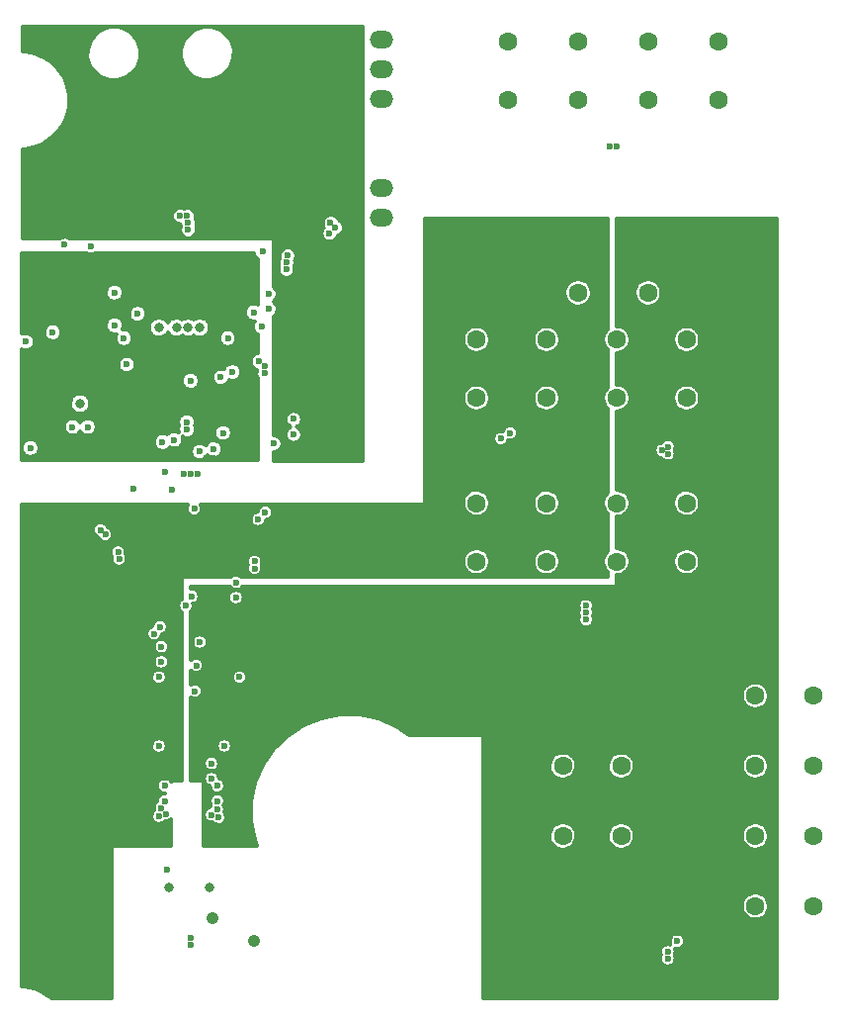
<source format=gbr>
G04 #@! TF.GenerationSoftware,KiCad,Pcbnew,(2017-12-21 revision 7586afd53)-makepkg*
G04 #@! TF.CreationDate,2018-10-14T21:46:10-07:00*
G04 #@! TF.ProjectId,fsorx,66736F72782E6B696361645F70636200,rev?*
G04 #@! TF.SameCoordinates,Original*
G04 #@! TF.FileFunction,Copper,L3,Inr,Signal*
G04 #@! TF.FilePolarity,Positive*
%FSLAX46Y46*%
G04 Gerber Fmt 4.6, Leading zero omitted, Abs format (unit mm)*
G04 Created by KiCad (PCBNEW (2017-12-21 revision 7586afd53)-makepkg) date 10/14/18 21:46:10*
%MOMM*%
%LPD*%
G01*
G04 APERTURE LIST*
%ADD10C,1.600000*%
%ADD11C,1.050000*%
%ADD12O,2.000000X1.500000*%
%ADD13C,0.800000*%
%ADD14C,0.600000*%
%ADD15C,0.300000*%
%ADD16C,0.250000*%
G04 APERTURE END LIST*
D10*
X129812802Y-53018363D03*
X129812802Y-58018363D03*
D11*
X90000000Y-130000000D03*
D10*
X111812802Y-53018363D03*
X111812802Y-58018363D03*
X123812802Y-53018363D03*
X123812802Y-58018363D03*
X117812802Y-53018363D03*
X117812802Y-58018363D03*
X123812802Y-69518363D03*
X123812802Y-74518363D03*
X117812802Y-69518363D03*
X117812802Y-74518363D03*
X127112802Y-83518363D03*
X127112802Y-78518363D03*
X115112802Y-83518363D03*
X115112802Y-78518363D03*
X121112802Y-97518363D03*
X121112802Y-92518363D03*
X109112802Y-92518363D03*
X109112802Y-97518363D03*
X115112802Y-97518363D03*
X115112802Y-92518363D03*
X127112802Y-92518363D03*
X127112802Y-97518363D03*
X121112802Y-78518363D03*
X121112802Y-83518363D03*
X109112802Y-83518363D03*
X109112802Y-78518363D03*
X133000000Y-127000000D03*
X138000000Y-127000000D03*
X133000000Y-109000000D03*
X138000000Y-109000000D03*
X138000000Y-121000000D03*
X133000000Y-121000000D03*
X138000000Y-115000000D03*
X133000000Y-115000000D03*
X121500000Y-121000000D03*
X116500000Y-121000000D03*
X116500000Y-115000000D03*
X121500000Y-115000000D03*
D12*
X101000000Y-68120000D03*
X101000000Y-65580000D03*
X101000000Y-57960000D03*
X101000000Y-55420000D03*
X101000000Y-52880000D03*
D13*
X86217424Y-125431944D03*
X82717424Y-125431944D03*
X81900000Y-77500000D03*
X85400000Y-77500000D03*
X84400000Y-77500000D03*
X83400000Y-77500000D03*
X75150000Y-84000000D03*
D11*
X86500000Y-128000000D03*
D14*
X94800000Y-72500000D03*
X94200000Y-72500000D03*
X95200000Y-70600000D03*
X94900000Y-70100000D03*
X95900000Y-70000000D03*
X92900000Y-71300000D03*
X92800000Y-71900000D03*
X92800000Y-72500000D03*
X93600000Y-72500000D03*
X96500000Y-69400000D03*
X97000000Y-68900000D03*
X96600000Y-68500000D03*
X82700000Y-68000000D03*
X82100000Y-68000000D03*
X82900000Y-68600000D03*
X82900000Y-69200000D03*
X90500000Y-80400000D03*
X91000000Y-81400000D03*
X91000000Y-80800000D03*
X87800000Y-78400000D03*
X84600000Y-82050000D03*
X90000000Y-76200000D03*
X85850000Y-80850000D03*
X118500000Y-101300000D03*
X118500000Y-101900000D03*
X82800000Y-121700000D03*
X85900000Y-121100000D03*
X86500000Y-121700000D03*
X85900000Y-121700000D03*
X82600000Y-123900000D03*
X86900000Y-118700000D03*
X86400000Y-119200000D03*
X87000000Y-119400000D03*
X82100000Y-118600000D03*
X82500000Y-119100000D03*
X81900000Y-119300000D03*
X85200000Y-90000000D03*
X84600000Y-90000000D03*
X84000000Y-90000000D03*
X125500000Y-131500000D03*
X125500000Y-130900000D03*
X126300000Y-130000000D03*
X84600000Y-129700000D03*
X84600000Y-130300000D03*
X82400000Y-118000000D03*
X82400000Y-116700000D03*
X86400000Y-114800000D03*
X86400000Y-116100000D03*
X86900000Y-116700000D03*
X86900000Y-118000000D03*
X82000000Y-103100000D03*
X81500000Y-103700000D03*
X82100000Y-106100000D03*
X82100000Y-104800000D03*
X85000000Y-108600000D03*
X85100000Y-106400000D03*
X85400000Y-104400000D03*
X84200000Y-101300000D03*
X84700000Y-100500000D03*
X90100000Y-98100000D03*
X90100000Y-97500000D03*
X88500000Y-100600000D03*
X88500000Y-99300000D03*
X90400000Y-93900000D03*
X91000000Y-93300000D03*
X82400000Y-89840000D03*
X84300000Y-86200000D03*
X84300000Y-85600000D03*
X93400000Y-85300000D03*
X93400000Y-86600000D03*
X85400000Y-88100000D03*
X86600000Y-87900000D03*
X90700000Y-77400000D03*
X91300000Y-75900000D03*
X91300000Y-74600000D03*
X90800000Y-71000000D03*
X84300000Y-67900000D03*
X84400000Y-68500000D03*
X84400000Y-69100000D03*
X83700000Y-67900000D03*
X79150000Y-80650000D03*
X87200000Y-81750000D03*
X88200000Y-81300000D03*
X86000000Y-88700000D03*
X86600000Y-88700000D03*
X78000000Y-86900000D03*
X75800000Y-87100000D03*
X75500000Y-88100000D03*
X76650000Y-77250000D03*
X77200000Y-78400000D03*
X78200000Y-79600000D03*
X87700000Y-79600000D03*
X87000000Y-80600000D03*
X89100000Y-75300000D03*
X89431735Y-73468265D03*
X90100000Y-74500000D03*
X90100000Y-73900000D03*
X91700000Y-87400000D03*
X83000000Y-91400000D03*
X79700000Y-91300000D03*
X82200000Y-87300000D03*
X84920000Y-93000000D03*
X78500000Y-97300000D03*
X78400000Y-96700000D03*
X76900000Y-94800000D03*
X77300000Y-95200000D03*
X70900000Y-87800000D03*
X75800000Y-86000000D03*
X74500000Y-86000000D03*
X70500000Y-78700000D03*
X78900000Y-78400000D03*
X78100000Y-77300000D03*
X80080000Y-76304554D03*
X73800000Y-70400000D03*
X76100000Y-70500000D03*
X121100000Y-62000000D03*
X120500000Y-62000000D03*
X125500000Y-88300000D03*
X125500000Y-87700000D03*
X112000000Y-86500000D03*
X111200000Y-87000000D03*
X125000000Y-88000000D03*
X76100000Y-71625000D03*
X73800000Y-71600000D03*
X86800000Y-102200000D03*
X86800000Y-100500000D03*
X84800000Y-114800000D03*
X84800000Y-116100000D03*
X84800000Y-112100000D03*
X82000000Y-121100000D03*
X82200000Y-121700000D03*
X86000000Y-95500000D03*
X84500000Y-97200000D03*
X84500000Y-97800000D03*
X83700000Y-106100000D03*
X83700000Y-104900000D03*
X83700000Y-104300000D03*
X118500000Y-102500000D03*
X83200000Y-87100000D03*
X88800000Y-107400000D03*
X81900000Y-107400000D03*
X72800000Y-77900000D03*
X78100000Y-74500000D03*
X87500000Y-113300000D03*
X81900000Y-113300000D03*
X87400000Y-86500000D03*
D15*
G36*
X73857818Y-71151408D02*
X73865803Y-71150000D01*
X75721027Y-71150000D01*
X75732335Y-71157859D01*
X75867116Y-71216744D01*
X76010767Y-71248328D01*
X76157818Y-71251408D01*
X76302666Y-71225867D01*
X76439794Y-71172679D01*
X76475530Y-71150000D01*
X90064970Y-71150000D01*
X90075565Y-71207728D01*
X90129710Y-71344482D01*
X90209386Y-71468115D01*
X90311558Y-71573917D01*
X90350000Y-71600635D01*
X90350000Y-75533522D01*
X90222854Y-75480075D01*
X90078776Y-75450499D01*
X89931697Y-75449473D01*
X89787219Y-75477033D01*
X89650847Y-75532131D01*
X89527773Y-75612668D01*
X89422687Y-75715577D01*
X89339590Y-75836936D01*
X89281648Y-75972125D01*
X89251068Y-76115994D01*
X89249014Y-76263062D01*
X89275565Y-76407728D01*
X89329710Y-76544482D01*
X89409386Y-76668115D01*
X89511558Y-76773917D01*
X89632335Y-76857859D01*
X89767116Y-76916744D01*
X89910767Y-76948328D01*
X90057818Y-76951408D01*
X90103691Y-76943319D01*
X90039590Y-77036936D01*
X89981648Y-77172125D01*
X89951068Y-77315994D01*
X89949014Y-77463062D01*
X89975565Y-77607728D01*
X90029710Y-77744482D01*
X90109386Y-77868115D01*
X90211558Y-77973917D01*
X90332335Y-78057859D01*
X90350000Y-78065577D01*
X90350000Y-79665057D01*
X90287219Y-79677033D01*
X90150847Y-79732131D01*
X90027773Y-79812668D01*
X89922687Y-79915577D01*
X89839590Y-80036936D01*
X89781648Y-80172125D01*
X89751068Y-80315994D01*
X89749014Y-80463062D01*
X89775565Y-80607728D01*
X89829710Y-80744482D01*
X89909386Y-80868115D01*
X90011558Y-80973917D01*
X90132335Y-81057859D01*
X90267116Y-81116744D01*
X90302089Y-81124433D01*
X90281648Y-81172125D01*
X90251068Y-81315994D01*
X90249014Y-81463062D01*
X90275565Y-81607728D01*
X90329710Y-81744482D01*
X90350000Y-81775966D01*
X90350000Y-88850000D01*
X85465803Y-88850000D01*
X85602666Y-88825867D01*
X85739794Y-88772679D01*
X85863980Y-88693868D01*
X85970493Y-88592437D01*
X86055277Y-88472249D01*
X86072528Y-88433501D01*
X86111558Y-88473917D01*
X86232335Y-88557859D01*
X86367116Y-88616744D01*
X86510767Y-88648328D01*
X86657818Y-88651408D01*
X86802666Y-88625867D01*
X86939794Y-88572679D01*
X87063980Y-88493868D01*
X87170493Y-88392437D01*
X87255277Y-88272249D01*
X87315100Y-88137882D01*
X87347686Y-87994455D01*
X87350032Y-87826459D01*
X87321464Y-87682177D01*
X87265415Y-87546193D01*
X87184021Y-87423684D01*
X87080381Y-87319319D01*
X86958444Y-87237071D01*
X86822854Y-87180075D01*
X86678776Y-87150499D01*
X86531697Y-87149473D01*
X86387219Y-87177033D01*
X86250847Y-87232131D01*
X86127773Y-87312668D01*
X86022687Y-87415577D01*
X85939590Y-87536936D01*
X85927014Y-87566278D01*
X85880381Y-87519319D01*
X85758444Y-87437071D01*
X85622854Y-87380075D01*
X85478776Y-87350499D01*
X85331697Y-87349473D01*
X85187219Y-87377033D01*
X85050847Y-87432131D01*
X84927773Y-87512668D01*
X84822687Y-87615577D01*
X84739590Y-87736936D01*
X84681648Y-87872125D01*
X84651068Y-88015994D01*
X84649014Y-88163062D01*
X84675565Y-88307728D01*
X84729710Y-88444482D01*
X84809386Y-88568115D01*
X84911558Y-88673917D01*
X85032335Y-88757859D01*
X85167116Y-88816744D01*
X85310767Y-88848328D01*
X85390595Y-88850000D01*
X70150000Y-88850000D01*
X70150000Y-87868434D01*
X70175565Y-88007728D01*
X70229710Y-88144482D01*
X70309386Y-88268115D01*
X70411558Y-88373917D01*
X70532335Y-88457859D01*
X70667116Y-88516744D01*
X70810767Y-88548328D01*
X70957818Y-88551408D01*
X71102666Y-88525867D01*
X71239794Y-88472679D01*
X71363980Y-88393868D01*
X71470493Y-88292437D01*
X71555277Y-88172249D01*
X71615100Y-88037882D01*
X71647686Y-87894455D01*
X71650032Y-87726459D01*
X71621464Y-87582177D01*
X71565415Y-87446193D01*
X71510184Y-87363062D01*
X81449014Y-87363062D01*
X81475565Y-87507728D01*
X81529710Y-87644482D01*
X81609386Y-87768115D01*
X81711558Y-87873917D01*
X81832335Y-87957859D01*
X81967116Y-88016744D01*
X82110767Y-88048328D01*
X82257818Y-88051408D01*
X82402666Y-88025867D01*
X82539794Y-87972679D01*
X82663980Y-87893868D01*
X82770493Y-87792437D01*
X82807206Y-87740394D01*
X82832335Y-87757859D01*
X82967116Y-87816744D01*
X83110767Y-87848328D01*
X83257818Y-87851408D01*
X83402666Y-87825867D01*
X83539794Y-87772679D01*
X83663980Y-87693868D01*
X83770493Y-87592437D01*
X83855277Y-87472249D01*
X83915100Y-87337882D01*
X83947686Y-87194455D01*
X83950032Y-87026459D01*
X83921464Y-86882177D01*
X83903052Y-86837507D01*
X83932335Y-86857859D01*
X84067116Y-86916744D01*
X84210767Y-86948328D01*
X84357818Y-86951408D01*
X84502666Y-86925867D01*
X84639794Y-86872679D01*
X84763980Y-86793868D01*
X84870493Y-86692437D01*
X84955277Y-86572249D01*
X84959367Y-86563062D01*
X86649014Y-86563062D01*
X86675565Y-86707728D01*
X86729710Y-86844482D01*
X86809386Y-86968115D01*
X86911558Y-87073917D01*
X87032335Y-87157859D01*
X87167116Y-87216744D01*
X87310767Y-87248328D01*
X87457818Y-87251408D01*
X87602666Y-87225867D01*
X87739794Y-87172679D01*
X87863980Y-87093868D01*
X87970493Y-86992437D01*
X88055277Y-86872249D01*
X88115100Y-86737882D01*
X88147686Y-86594455D01*
X88150032Y-86426459D01*
X88121464Y-86282177D01*
X88065415Y-86146193D01*
X87984021Y-86023684D01*
X87880381Y-85919319D01*
X87758444Y-85837071D01*
X87622854Y-85780075D01*
X87478776Y-85750499D01*
X87331697Y-85749473D01*
X87187219Y-85777033D01*
X87050847Y-85832131D01*
X86927773Y-85912668D01*
X86822687Y-86015577D01*
X86739590Y-86136936D01*
X86681648Y-86272125D01*
X86651068Y-86415994D01*
X86649014Y-86563062D01*
X84959367Y-86563062D01*
X85015100Y-86437882D01*
X85047686Y-86294455D01*
X85050032Y-86126459D01*
X85021464Y-85982177D01*
X84987521Y-85899826D01*
X85015100Y-85837882D01*
X85047686Y-85694455D01*
X85050032Y-85526459D01*
X85021464Y-85382177D01*
X84965415Y-85246193D01*
X84884021Y-85123684D01*
X84780381Y-85019319D01*
X84658444Y-84937071D01*
X84522854Y-84880075D01*
X84378776Y-84850499D01*
X84231697Y-84849473D01*
X84087219Y-84877033D01*
X83950847Y-84932131D01*
X83827773Y-85012668D01*
X83722687Y-85115577D01*
X83639590Y-85236936D01*
X83581648Y-85372125D01*
X83551068Y-85515994D01*
X83549014Y-85663062D01*
X83575565Y-85807728D01*
X83612320Y-85900561D01*
X83581648Y-85972125D01*
X83551068Y-86115994D01*
X83549014Y-86263062D01*
X83575565Y-86407728D01*
X83597654Y-86463519D01*
X83558444Y-86437071D01*
X83422854Y-86380075D01*
X83278776Y-86350499D01*
X83131697Y-86349473D01*
X82987219Y-86377033D01*
X82850847Y-86432131D01*
X82727773Y-86512668D01*
X82622687Y-86615577D01*
X82592323Y-86659923D01*
X82558444Y-86637071D01*
X82422854Y-86580075D01*
X82278776Y-86550499D01*
X82131697Y-86549473D01*
X81987219Y-86577033D01*
X81850847Y-86632131D01*
X81727773Y-86712668D01*
X81622687Y-86815577D01*
X81539590Y-86936936D01*
X81481648Y-87072125D01*
X81451068Y-87215994D01*
X81449014Y-87363062D01*
X71510184Y-87363062D01*
X71484021Y-87323684D01*
X71380381Y-87219319D01*
X71258444Y-87137071D01*
X71122854Y-87080075D01*
X70978776Y-87050499D01*
X70831697Y-87049473D01*
X70687219Y-87077033D01*
X70550847Y-87132131D01*
X70427773Y-87212668D01*
X70322687Y-87315577D01*
X70239590Y-87436936D01*
X70181648Y-87572125D01*
X70151068Y-87715994D01*
X70150000Y-87792437D01*
X70150000Y-86063062D01*
X73749014Y-86063062D01*
X73775565Y-86207728D01*
X73829710Y-86344482D01*
X73909386Y-86468115D01*
X74011558Y-86573917D01*
X74132335Y-86657859D01*
X74267116Y-86716744D01*
X74410767Y-86748328D01*
X74557818Y-86751408D01*
X74702666Y-86725867D01*
X74839794Y-86672679D01*
X74963980Y-86593868D01*
X75070493Y-86492437D01*
X75151268Y-86377933D01*
X75209386Y-86468115D01*
X75311558Y-86573917D01*
X75432335Y-86657859D01*
X75567116Y-86716744D01*
X75710767Y-86748328D01*
X75857818Y-86751408D01*
X76002666Y-86725867D01*
X76139794Y-86672679D01*
X76263980Y-86593868D01*
X76370493Y-86492437D01*
X76455277Y-86372249D01*
X76515100Y-86237882D01*
X76547686Y-86094455D01*
X76550032Y-85926459D01*
X76521464Y-85782177D01*
X76465415Y-85646193D01*
X76384021Y-85523684D01*
X76280381Y-85419319D01*
X76158444Y-85337071D01*
X76022854Y-85280075D01*
X75878776Y-85250499D01*
X75731697Y-85249473D01*
X75587219Y-85277033D01*
X75450847Y-85332131D01*
X75327773Y-85412668D01*
X75222687Y-85515577D01*
X75149576Y-85622353D01*
X75084021Y-85523684D01*
X74980381Y-85419319D01*
X74858444Y-85337071D01*
X74722854Y-85280075D01*
X74578776Y-85250499D01*
X74431697Y-85249473D01*
X74287219Y-85277033D01*
X74150847Y-85332131D01*
X74027773Y-85412668D01*
X73922687Y-85515577D01*
X73839590Y-85636936D01*
X73781648Y-85772125D01*
X73751068Y-85915994D01*
X73749014Y-86063062D01*
X70150000Y-86063062D01*
X70150000Y-84071470D01*
X74298882Y-84071470D01*
X74328974Y-84235425D01*
X74390338Y-84390413D01*
X74480637Y-84530530D01*
X74596432Y-84650440D01*
X74733313Y-84745574D01*
X74886065Y-84812310D01*
X75048870Y-84848105D01*
X75215527Y-84851596D01*
X75379688Y-84822650D01*
X75535100Y-84762369D01*
X75675844Y-84673050D01*
X75796559Y-84558095D01*
X75892647Y-84421882D01*
X75960447Y-84269600D01*
X75997378Y-84107049D01*
X76000037Y-83916653D01*
X75967659Y-83753134D01*
X75904137Y-83599018D01*
X75811890Y-83460176D01*
X75694432Y-83341895D01*
X75556237Y-83248681D01*
X75402568Y-83184084D01*
X75239279Y-83150566D01*
X75072590Y-83149402D01*
X74908848Y-83180637D01*
X74754293Y-83243082D01*
X74614810Y-83334357D01*
X74495711Y-83450987D01*
X74401535Y-83588528D01*
X74335867Y-83741742D01*
X74301210Y-83904793D01*
X74298882Y-84071470D01*
X70150000Y-84071470D01*
X70150000Y-82113062D01*
X83849014Y-82113062D01*
X83875565Y-82257728D01*
X83929710Y-82394482D01*
X84009386Y-82518115D01*
X84111558Y-82623917D01*
X84232335Y-82707859D01*
X84367116Y-82766744D01*
X84510767Y-82798328D01*
X84657818Y-82801408D01*
X84802666Y-82775867D01*
X84939794Y-82722679D01*
X85063980Y-82643868D01*
X85170493Y-82542437D01*
X85255277Y-82422249D01*
X85315100Y-82287882D01*
X85347686Y-82144455D01*
X85350032Y-81976459D01*
X85321464Y-81832177D01*
X85313586Y-81813062D01*
X86449014Y-81813062D01*
X86475565Y-81957728D01*
X86529710Y-82094482D01*
X86609386Y-82218115D01*
X86711558Y-82323917D01*
X86832335Y-82407859D01*
X86967116Y-82466744D01*
X87110767Y-82498328D01*
X87257818Y-82501408D01*
X87402666Y-82475867D01*
X87539794Y-82422679D01*
X87663980Y-82343868D01*
X87770493Y-82242437D01*
X87855277Y-82122249D01*
X87912813Y-81993019D01*
X87967116Y-82016744D01*
X88110767Y-82048328D01*
X88257818Y-82051408D01*
X88402666Y-82025867D01*
X88539794Y-81972679D01*
X88663980Y-81893868D01*
X88770493Y-81792437D01*
X88855277Y-81672249D01*
X88915100Y-81537882D01*
X88947686Y-81394455D01*
X88950032Y-81226459D01*
X88921464Y-81082177D01*
X88865415Y-80946193D01*
X88784021Y-80823684D01*
X88680381Y-80719319D01*
X88558444Y-80637071D01*
X88422854Y-80580075D01*
X88278776Y-80550499D01*
X88131697Y-80549473D01*
X87987219Y-80577033D01*
X87850847Y-80632131D01*
X87727773Y-80712668D01*
X87622687Y-80815577D01*
X87539590Y-80936936D01*
X87487944Y-81057436D01*
X87422854Y-81030075D01*
X87278776Y-81000499D01*
X87131697Y-80999473D01*
X86987219Y-81027033D01*
X86850847Y-81082131D01*
X86727773Y-81162668D01*
X86622687Y-81265577D01*
X86539590Y-81386936D01*
X86481648Y-81522125D01*
X86451068Y-81665994D01*
X86449014Y-81813062D01*
X85313586Y-81813062D01*
X85265415Y-81696193D01*
X85184021Y-81573684D01*
X85080381Y-81469319D01*
X84958444Y-81387071D01*
X84822854Y-81330075D01*
X84678776Y-81300499D01*
X84531697Y-81299473D01*
X84387219Y-81327033D01*
X84250847Y-81382131D01*
X84127773Y-81462668D01*
X84022687Y-81565577D01*
X83939590Y-81686936D01*
X83881648Y-81822125D01*
X83851068Y-81965994D01*
X83849014Y-82113062D01*
X70150000Y-82113062D01*
X70150000Y-80713062D01*
X78399014Y-80713062D01*
X78425565Y-80857728D01*
X78479710Y-80994482D01*
X78559386Y-81118115D01*
X78661558Y-81223917D01*
X78782335Y-81307859D01*
X78917116Y-81366744D01*
X79060767Y-81398328D01*
X79207818Y-81401408D01*
X79352666Y-81375867D01*
X79489794Y-81322679D01*
X79613980Y-81243868D01*
X79720493Y-81142437D01*
X79805277Y-81022249D01*
X79865100Y-80887882D01*
X79897686Y-80744455D01*
X79900032Y-80576459D01*
X79871464Y-80432177D01*
X79815415Y-80296193D01*
X79734021Y-80173684D01*
X79630381Y-80069319D01*
X79508444Y-79987071D01*
X79372854Y-79930075D01*
X79228776Y-79900499D01*
X79081697Y-79899473D01*
X78937219Y-79927033D01*
X78800847Y-79982131D01*
X78677773Y-80062668D01*
X78572687Y-80165577D01*
X78489590Y-80286936D01*
X78431648Y-80422125D01*
X78401068Y-80565994D01*
X78399014Y-80713062D01*
X70150000Y-80713062D01*
X70150000Y-79365577D01*
X70267116Y-79416744D01*
X70410767Y-79448328D01*
X70557818Y-79451408D01*
X70702666Y-79425867D01*
X70839794Y-79372679D01*
X70963980Y-79293868D01*
X71070493Y-79192437D01*
X71155277Y-79072249D01*
X71215100Y-78937882D01*
X71247686Y-78794455D01*
X71250032Y-78626459D01*
X71221464Y-78482177D01*
X71165415Y-78346193D01*
X71084021Y-78223684D01*
X70980381Y-78119319D01*
X70858444Y-78037071D01*
X70722854Y-77980075D01*
X70639977Y-77963062D01*
X72049014Y-77963062D01*
X72075565Y-78107728D01*
X72129710Y-78244482D01*
X72209386Y-78368115D01*
X72311558Y-78473917D01*
X72432335Y-78557859D01*
X72567116Y-78616744D01*
X72710767Y-78648328D01*
X72857818Y-78651408D01*
X73002666Y-78625867D01*
X73139794Y-78572679D01*
X73263980Y-78493868D01*
X73370493Y-78392437D01*
X73455277Y-78272249D01*
X73515100Y-78137882D01*
X73547686Y-77994455D01*
X73550032Y-77826459D01*
X73521464Y-77682177D01*
X73465415Y-77546193D01*
X73384021Y-77423684D01*
X73323821Y-77363062D01*
X77349014Y-77363062D01*
X77375565Y-77507728D01*
X77429710Y-77644482D01*
X77509386Y-77768115D01*
X77611558Y-77873917D01*
X77732335Y-77957859D01*
X77867116Y-78016744D01*
X78010767Y-78048328D01*
X78157818Y-78051408D01*
X78239565Y-78036994D01*
X78181648Y-78172125D01*
X78151068Y-78315994D01*
X78149014Y-78463062D01*
X78175565Y-78607728D01*
X78229710Y-78744482D01*
X78309386Y-78868115D01*
X78411558Y-78973917D01*
X78532335Y-79057859D01*
X78667116Y-79116744D01*
X78810767Y-79148328D01*
X78957818Y-79151408D01*
X79102666Y-79125867D01*
X79239794Y-79072679D01*
X79363980Y-78993868D01*
X79470493Y-78892437D01*
X79555277Y-78772249D01*
X79615100Y-78637882D01*
X79647686Y-78494455D01*
X79648124Y-78463062D01*
X87049014Y-78463062D01*
X87075565Y-78607728D01*
X87129710Y-78744482D01*
X87209386Y-78868115D01*
X87311558Y-78973917D01*
X87432335Y-79057859D01*
X87567116Y-79116744D01*
X87710767Y-79148328D01*
X87857818Y-79151408D01*
X88002666Y-79125867D01*
X88139794Y-79072679D01*
X88263980Y-78993868D01*
X88370493Y-78892437D01*
X88455277Y-78772249D01*
X88515100Y-78637882D01*
X88547686Y-78494455D01*
X88550032Y-78326459D01*
X88521464Y-78182177D01*
X88465415Y-78046193D01*
X88384021Y-77923684D01*
X88280381Y-77819319D01*
X88158444Y-77737071D01*
X88022854Y-77680075D01*
X87878776Y-77650499D01*
X87731697Y-77649473D01*
X87587219Y-77677033D01*
X87450847Y-77732131D01*
X87327773Y-77812668D01*
X87222687Y-77915577D01*
X87139590Y-78036936D01*
X87081648Y-78172125D01*
X87051068Y-78315994D01*
X87049014Y-78463062D01*
X79648124Y-78463062D01*
X79650032Y-78326459D01*
X79621464Y-78182177D01*
X79565415Y-78046193D01*
X79484021Y-77923684D01*
X79380381Y-77819319D01*
X79258444Y-77737071D01*
X79122854Y-77680075D01*
X78978776Y-77650499D01*
X78831697Y-77649473D01*
X78759266Y-77663290D01*
X78800145Y-77571470D01*
X81048882Y-77571470D01*
X81078974Y-77735425D01*
X81140338Y-77890413D01*
X81230637Y-78030530D01*
X81346432Y-78150440D01*
X81483313Y-78245574D01*
X81636065Y-78312310D01*
X81798870Y-78348105D01*
X81965527Y-78351596D01*
X82129688Y-78322650D01*
X82285100Y-78262369D01*
X82425844Y-78173050D01*
X82546559Y-78058095D01*
X82642647Y-77921882D01*
X82649990Y-77905390D01*
X82730637Y-78030530D01*
X82846432Y-78150440D01*
X82983313Y-78245574D01*
X83136065Y-78312310D01*
X83298870Y-78348105D01*
X83465527Y-78351596D01*
X83629688Y-78322650D01*
X83785100Y-78262369D01*
X83901339Y-78188601D01*
X83983313Y-78245574D01*
X84136065Y-78312310D01*
X84298870Y-78348105D01*
X84465527Y-78351596D01*
X84629688Y-78322650D01*
X84785100Y-78262369D01*
X84901339Y-78188601D01*
X84983313Y-78245574D01*
X85136065Y-78312310D01*
X85298870Y-78348105D01*
X85465527Y-78351596D01*
X85629688Y-78322650D01*
X85785100Y-78262369D01*
X85925844Y-78173050D01*
X86046559Y-78058095D01*
X86142647Y-77921882D01*
X86210447Y-77769600D01*
X86247378Y-77607049D01*
X86250037Y-77416653D01*
X86217659Y-77253134D01*
X86154137Y-77099018D01*
X86061890Y-76960176D01*
X85944432Y-76841895D01*
X85806237Y-76748681D01*
X85652568Y-76684084D01*
X85489279Y-76650566D01*
X85322590Y-76649402D01*
X85158848Y-76680637D01*
X85004293Y-76743082D01*
X84899552Y-76811623D01*
X84806237Y-76748681D01*
X84652568Y-76684084D01*
X84489279Y-76650566D01*
X84322590Y-76649402D01*
X84158848Y-76680637D01*
X84004293Y-76743082D01*
X83899552Y-76811623D01*
X83806237Y-76748681D01*
X83652568Y-76684084D01*
X83489279Y-76650566D01*
X83322590Y-76649402D01*
X83158848Y-76680637D01*
X83004293Y-76743082D01*
X82864810Y-76834357D01*
X82745711Y-76950987D01*
X82651535Y-77088528D01*
X82649822Y-77092524D01*
X82561890Y-76960176D01*
X82444432Y-76841895D01*
X82306237Y-76748681D01*
X82152568Y-76684084D01*
X81989279Y-76650566D01*
X81822590Y-76649402D01*
X81658848Y-76680637D01*
X81504293Y-76743082D01*
X81364810Y-76834357D01*
X81245711Y-76950987D01*
X81151535Y-77088528D01*
X81085867Y-77241742D01*
X81051210Y-77404793D01*
X81048882Y-77571470D01*
X78800145Y-77571470D01*
X78815100Y-77537882D01*
X78847686Y-77394455D01*
X78850032Y-77226459D01*
X78821464Y-77082177D01*
X78765415Y-76946193D01*
X78684021Y-76823684D01*
X78580381Y-76719319D01*
X78458444Y-76637071D01*
X78322854Y-76580075D01*
X78178776Y-76550499D01*
X78031697Y-76549473D01*
X77887219Y-76577033D01*
X77750847Y-76632131D01*
X77627773Y-76712668D01*
X77522687Y-76815577D01*
X77439590Y-76936936D01*
X77381648Y-77072125D01*
X77351068Y-77215994D01*
X77349014Y-77363062D01*
X73323821Y-77363062D01*
X73280381Y-77319319D01*
X73158444Y-77237071D01*
X73022854Y-77180075D01*
X72878776Y-77150499D01*
X72731697Y-77149473D01*
X72587219Y-77177033D01*
X72450847Y-77232131D01*
X72327773Y-77312668D01*
X72222687Y-77415577D01*
X72139590Y-77536936D01*
X72081648Y-77672125D01*
X72051068Y-77815994D01*
X72049014Y-77963062D01*
X70639977Y-77963062D01*
X70578776Y-77950499D01*
X70431697Y-77949473D01*
X70287219Y-77977033D01*
X70150847Y-78032131D01*
X70150000Y-78032685D01*
X70150000Y-76367616D01*
X79329014Y-76367616D01*
X79355565Y-76512282D01*
X79409710Y-76649036D01*
X79489386Y-76772669D01*
X79591558Y-76878471D01*
X79712335Y-76962413D01*
X79847116Y-77021298D01*
X79990767Y-77052882D01*
X80137818Y-77055962D01*
X80282666Y-77030421D01*
X80419794Y-76977233D01*
X80543980Y-76898422D01*
X80650493Y-76796991D01*
X80735277Y-76676803D01*
X80795100Y-76542436D01*
X80827686Y-76399009D01*
X80830032Y-76231013D01*
X80801464Y-76086731D01*
X80745415Y-75950747D01*
X80664021Y-75828238D01*
X80560381Y-75723873D01*
X80438444Y-75641625D01*
X80302854Y-75584629D01*
X80158776Y-75555053D01*
X80011697Y-75554027D01*
X79867219Y-75581587D01*
X79730847Y-75636685D01*
X79607773Y-75717222D01*
X79502687Y-75820131D01*
X79419590Y-75941490D01*
X79361648Y-76076679D01*
X79331068Y-76220548D01*
X79329014Y-76367616D01*
X70150000Y-76367616D01*
X70150000Y-74563062D01*
X77349014Y-74563062D01*
X77375565Y-74707728D01*
X77429710Y-74844482D01*
X77509386Y-74968115D01*
X77611558Y-75073917D01*
X77732335Y-75157859D01*
X77867116Y-75216744D01*
X78010767Y-75248328D01*
X78157818Y-75251408D01*
X78302666Y-75225867D01*
X78439794Y-75172679D01*
X78563980Y-75093868D01*
X78670493Y-74992437D01*
X78755277Y-74872249D01*
X78815100Y-74737882D01*
X78847686Y-74594455D01*
X78850032Y-74426459D01*
X78821464Y-74282177D01*
X78765415Y-74146193D01*
X78684021Y-74023684D01*
X78580381Y-73919319D01*
X78458444Y-73837071D01*
X78322854Y-73780075D01*
X78178776Y-73750499D01*
X78031697Y-73749473D01*
X77887219Y-73777033D01*
X77750847Y-73832131D01*
X77627773Y-73912668D01*
X77522687Y-74015577D01*
X77439590Y-74136936D01*
X77381648Y-74272125D01*
X77351068Y-74415994D01*
X77349014Y-74563062D01*
X70150000Y-74563062D01*
X70150000Y-71150000D01*
X73790595Y-71150000D01*
X73857818Y-71151408D01*
X73857818Y-71151408D01*
G37*
X73857818Y-71151408D02*
X73865803Y-71150000D01*
X75721027Y-71150000D01*
X75732335Y-71157859D01*
X75867116Y-71216744D01*
X76010767Y-71248328D01*
X76157818Y-71251408D01*
X76302666Y-71225867D01*
X76439794Y-71172679D01*
X76475530Y-71150000D01*
X90064970Y-71150000D01*
X90075565Y-71207728D01*
X90129710Y-71344482D01*
X90209386Y-71468115D01*
X90311558Y-71573917D01*
X90350000Y-71600635D01*
X90350000Y-75533522D01*
X90222854Y-75480075D01*
X90078776Y-75450499D01*
X89931697Y-75449473D01*
X89787219Y-75477033D01*
X89650847Y-75532131D01*
X89527773Y-75612668D01*
X89422687Y-75715577D01*
X89339590Y-75836936D01*
X89281648Y-75972125D01*
X89251068Y-76115994D01*
X89249014Y-76263062D01*
X89275565Y-76407728D01*
X89329710Y-76544482D01*
X89409386Y-76668115D01*
X89511558Y-76773917D01*
X89632335Y-76857859D01*
X89767116Y-76916744D01*
X89910767Y-76948328D01*
X90057818Y-76951408D01*
X90103691Y-76943319D01*
X90039590Y-77036936D01*
X89981648Y-77172125D01*
X89951068Y-77315994D01*
X89949014Y-77463062D01*
X89975565Y-77607728D01*
X90029710Y-77744482D01*
X90109386Y-77868115D01*
X90211558Y-77973917D01*
X90332335Y-78057859D01*
X90350000Y-78065577D01*
X90350000Y-79665057D01*
X90287219Y-79677033D01*
X90150847Y-79732131D01*
X90027773Y-79812668D01*
X89922687Y-79915577D01*
X89839590Y-80036936D01*
X89781648Y-80172125D01*
X89751068Y-80315994D01*
X89749014Y-80463062D01*
X89775565Y-80607728D01*
X89829710Y-80744482D01*
X89909386Y-80868115D01*
X90011558Y-80973917D01*
X90132335Y-81057859D01*
X90267116Y-81116744D01*
X90302089Y-81124433D01*
X90281648Y-81172125D01*
X90251068Y-81315994D01*
X90249014Y-81463062D01*
X90275565Y-81607728D01*
X90329710Y-81744482D01*
X90350000Y-81775966D01*
X90350000Y-88850000D01*
X85465803Y-88850000D01*
X85602666Y-88825867D01*
X85739794Y-88772679D01*
X85863980Y-88693868D01*
X85970493Y-88592437D01*
X86055277Y-88472249D01*
X86072528Y-88433501D01*
X86111558Y-88473917D01*
X86232335Y-88557859D01*
X86367116Y-88616744D01*
X86510767Y-88648328D01*
X86657818Y-88651408D01*
X86802666Y-88625867D01*
X86939794Y-88572679D01*
X87063980Y-88493868D01*
X87170493Y-88392437D01*
X87255277Y-88272249D01*
X87315100Y-88137882D01*
X87347686Y-87994455D01*
X87350032Y-87826459D01*
X87321464Y-87682177D01*
X87265415Y-87546193D01*
X87184021Y-87423684D01*
X87080381Y-87319319D01*
X86958444Y-87237071D01*
X86822854Y-87180075D01*
X86678776Y-87150499D01*
X86531697Y-87149473D01*
X86387219Y-87177033D01*
X86250847Y-87232131D01*
X86127773Y-87312668D01*
X86022687Y-87415577D01*
X85939590Y-87536936D01*
X85927014Y-87566278D01*
X85880381Y-87519319D01*
X85758444Y-87437071D01*
X85622854Y-87380075D01*
X85478776Y-87350499D01*
X85331697Y-87349473D01*
X85187219Y-87377033D01*
X85050847Y-87432131D01*
X84927773Y-87512668D01*
X84822687Y-87615577D01*
X84739590Y-87736936D01*
X84681648Y-87872125D01*
X84651068Y-88015994D01*
X84649014Y-88163062D01*
X84675565Y-88307728D01*
X84729710Y-88444482D01*
X84809386Y-88568115D01*
X84911558Y-88673917D01*
X85032335Y-88757859D01*
X85167116Y-88816744D01*
X85310767Y-88848328D01*
X85390595Y-88850000D01*
X70150000Y-88850000D01*
X70150000Y-87868434D01*
X70175565Y-88007728D01*
X70229710Y-88144482D01*
X70309386Y-88268115D01*
X70411558Y-88373917D01*
X70532335Y-88457859D01*
X70667116Y-88516744D01*
X70810767Y-88548328D01*
X70957818Y-88551408D01*
X71102666Y-88525867D01*
X71239794Y-88472679D01*
X71363980Y-88393868D01*
X71470493Y-88292437D01*
X71555277Y-88172249D01*
X71615100Y-88037882D01*
X71647686Y-87894455D01*
X71650032Y-87726459D01*
X71621464Y-87582177D01*
X71565415Y-87446193D01*
X71510184Y-87363062D01*
X81449014Y-87363062D01*
X81475565Y-87507728D01*
X81529710Y-87644482D01*
X81609386Y-87768115D01*
X81711558Y-87873917D01*
X81832335Y-87957859D01*
X81967116Y-88016744D01*
X82110767Y-88048328D01*
X82257818Y-88051408D01*
X82402666Y-88025867D01*
X82539794Y-87972679D01*
X82663980Y-87893868D01*
X82770493Y-87792437D01*
X82807206Y-87740394D01*
X82832335Y-87757859D01*
X82967116Y-87816744D01*
X83110767Y-87848328D01*
X83257818Y-87851408D01*
X83402666Y-87825867D01*
X83539794Y-87772679D01*
X83663980Y-87693868D01*
X83770493Y-87592437D01*
X83855277Y-87472249D01*
X83915100Y-87337882D01*
X83947686Y-87194455D01*
X83950032Y-87026459D01*
X83921464Y-86882177D01*
X83903052Y-86837507D01*
X83932335Y-86857859D01*
X84067116Y-86916744D01*
X84210767Y-86948328D01*
X84357818Y-86951408D01*
X84502666Y-86925867D01*
X84639794Y-86872679D01*
X84763980Y-86793868D01*
X84870493Y-86692437D01*
X84955277Y-86572249D01*
X84959367Y-86563062D01*
X86649014Y-86563062D01*
X86675565Y-86707728D01*
X86729710Y-86844482D01*
X86809386Y-86968115D01*
X86911558Y-87073917D01*
X87032335Y-87157859D01*
X87167116Y-87216744D01*
X87310767Y-87248328D01*
X87457818Y-87251408D01*
X87602666Y-87225867D01*
X87739794Y-87172679D01*
X87863980Y-87093868D01*
X87970493Y-86992437D01*
X88055277Y-86872249D01*
X88115100Y-86737882D01*
X88147686Y-86594455D01*
X88150032Y-86426459D01*
X88121464Y-86282177D01*
X88065415Y-86146193D01*
X87984021Y-86023684D01*
X87880381Y-85919319D01*
X87758444Y-85837071D01*
X87622854Y-85780075D01*
X87478776Y-85750499D01*
X87331697Y-85749473D01*
X87187219Y-85777033D01*
X87050847Y-85832131D01*
X86927773Y-85912668D01*
X86822687Y-86015577D01*
X86739590Y-86136936D01*
X86681648Y-86272125D01*
X86651068Y-86415994D01*
X86649014Y-86563062D01*
X84959367Y-86563062D01*
X85015100Y-86437882D01*
X85047686Y-86294455D01*
X85050032Y-86126459D01*
X85021464Y-85982177D01*
X84987521Y-85899826D01*
X85015100Y-85837882D01*
X85047686Y-85694455D01*
X85050032Y-85526459D01*
X85021464Y-85382177D01*
X84965415Y-85246193D01*
X84884021Y-85123684D01*
X84780381Y-85019319D01*
X84658444Y-84937071D01*
X84522854Y-84880075D01*
X84378776Y-84850499D01*
X84231697Y-84849473D01*
X84087219Y-84877033D01*
X83950847Y-84932131D01*
X83827773Y-85012668D01*
X83722687Y-85115577D01*
X83639590Y-85236936D01*
X83581648Y-85372125D01*
X83551068Y-85515994D01*
X83549014Y-85663062D01*
X83575565Y-85807728D01*
X83612320Y-85900561D01*
X83581648Y-85972125D01*
X83551068Y-86115994D01*
X83549014Y-86263062D01*
X83575565Y-86407728D01*
X83597654Y-86463519D01*
X83558444Y-86437071D01*
X83422854Y-86380075D01*
X83278776Y-86350499D01*
X83131697Y-86349473D01*
X82987219Y-86377033D01*
X82850847Y-86432131D01*
X82727773Y-86512668D01*
X82622687Y-86615577D01*
X82592323Y-86659923D01*
X82558444Y-86637071D01*
X82422854Y-86580075D01*
X82278776Y-86550499D01*
X82131697Y-86549473D01*
X81987219Y-86577033D01*
X81850847Y-86632131D01*
X81727773Y-86712668D01*
X81622687Y-86815577D01*
X81539590Y-86936936D01*
X81481648Y-87072125D01*
X81451068Y-87215994D01*
X81449014Y-87363062D01*
X71510184Y-87363062D01*
X71484021Y-87323684D01*
X71380381Y-87219319D01*
X71258444Y-87137071D01*
X71122854Y-87080075D01*
X70978776Y-87050499D01*
X70831697Y-87049473D01*
X70687219Y-87077033D01*
X70550847Y-87132131D01*
X70427773Y-87212668D01*
X70322687Y-87315577D01*
X70239590Y-87436936D01*
X70181648Y-87572125D01*
X70151068Y-87715994D01*
X70150000Y-87792437D01*
X70150000Y-86063062D01*
X73749014Y-86063062D01*
X73775565Y-86207728D01*
X73829710Y-86344482D01*
X73909386Y-86468115D01*
X74011558Y-86573917D01*
X74132335Y-86657859D01*
X74267116Y-86716744D01*
X74410767Y-86748328D01*
X74557818Y-86751408D01*
X74702666Y-86725867D01*
X74839794Y-86672679D01*
X74963980Y-86593868D01*
X75070493Y-86492437D01*
X75151268Y-86377933D01*
X75209386Y-86468115D01*
X75311558Y-86573917D01*
X75432335Y-86657859D01*
X75567116Y-86716744D01*
X75710767Y-86748328D01*
X75857818Y-86751408D01*
X76002666Y-86725867D01*
X76139794Y-86672679D01*
X76263980Y-86593868D01*
X76370493Y-86492437D01*
X76455277Y-86372249D01*
X76515100Y-86237882D01*
X76547686Y-86094455D01*
X76550032Y-85926459D01*
X76521464Y-85782177D01*
X76465415Y-85646193D01*
X76384021Y-85523684D01*
X76280381Y-85419319D01*
X76158444Y-85337071D01*
X76022854Y-85280075D01*
X75878776Y-85250499D01*
X75731697Y-85249473D01*
X75587219Y-85277033D01*
X75450847Y-85332131D01*
X75327773Y-85412668D01*
X75222687Y-85515577D01*
X75149576Y-85622353D01*
X75084021Y-85523684D01*
X74980381Y-85419319D01*
X74858444Y-85337071D01*
X74722854Y-85280075D01*
X74578776Y-85250499D01*
X74431697Y-85249473D01*
X74287219Y-85277033D01*
X74150847Y-85332131D01*
X74027773Y-85412668D01*
X73922687Y-85515577D01*
X73839590Y-85636936D01*
X73781648Y-85772125D01*
X73751068Y-85915994D01*
X73749014Y-86063062D01*
X70150000Y-86063062D01*
X70150000Y-84071470D01*
X74298882Y-84071470D01*
X74328974Y-84235425D01*
X74390338Y-84390413D01*
X74480637Y-84530530D01*
X74596432Y-84650440D01*
X74733313Y-84745574D01*
X74886065Y-84812310D01*
X75048870Y-84848105D01*
X75215527Y-84851596D01*
X75379688Y-84822650D01*
X75535100Y-84762369D01*
X75675844Y-84673050D01*
X75796559Y-84558095D01*
X75892647Y-84421882D01*
X75960447Y-84269600D01*
X75997378Y-84107049D01*
X76000037Y-83916653D01*
X75967659Y-83753134D01*
X75904137Y-83599018D01*
X75811890Y-83460176D01*
X75694432Y-83341895D01*
X75556237Y-83248681D01*
X75402568Y-83184084D01*
X75239279Y-83150566D01*
X75072590Y-83149402D01*
X74908848Y-83180637D01*
X74754293Y-83243082D01*
X74614810Y-83334357D01*
X74495711Y-83450987D01*
X74401535Y-83588528D01*
X74335867Y-83741742D01*
X74301210Y-83904793D01*
X74298882Y-84071470D01*
X70150000Y-84071470D01*
X70150000Y-82113062D01*
X83849014Y-82113062D01*
X83875565Y-82257728D01*
X83929710Y-82394482D01*
X84009386Y-82518115D01*
X84111558Y-82623917D01*
X84232335Y-82707859D01*
X84367116Y-82766744D01*
X84510767Y-82798328D01*
X84657818Y-82801408D01*
X84802666Y-82775867D01*
X84939794Y-82722679D01*
X85063980Y-82643868D01*
X85170493Y-82542437D01*
X85255277Y-82422249D01*
X85315100Y-82287882D01*
X85347686Y-82144455D01*
X85350032Y-81976459D01*
X85321464Y-81832177D01*
X85313586Y-81813062D01*
X86449014Y-81813062D01*
X86475565Y-81957728D01*
X86529710Y-82094482D01*
X86609386Y-82218115D01*
X86711558Y-82323917D01*
X86832335Y-82407859D01*
X86967116Y-82466744D01*
X87110767Y-82498328D01*
X87257818Y-82501408D01*
X87402666Y-82475867D01*
X87539794Y-82422679D01*
X87663980Y-82343868D01*
X87770493Y-82242437D01*
X87855277Y-82122249D01*
X87912813Y-81993019D01*
X87967116Y-82016744D01*
X88110767Y-82048328D01*
X88257818Y-82051408D01*
X88402666Y-82025867D01*
X88539794Y-81972679D01*
X88663980Y-81893868D01*
X88770493Y-81792437D01*
X88855277Y-81672249D01*
X88915100Y-81537882D01*
X88947686Y-81394455D01*
X88950032Y-81226459D01*
X88921464Y-81082177D01*
X88865415Y-80946193D01*
X88784021Y-80823684D01*
X88680381Y-80719319D01*
X88558444Y-80637071D01*
X88422854Y-80580075D01*
X88278776Y-80550499D01*
X88131697Y-80549473D01*
X87987219Y-80577033D01*
X87850847Y-80632131D01*
X87727773Y-80712668D01*
X87622687Y-80815577D01*
X87539590Y-80936936D01*
X87487944Y-81057436D01*
X87422854Y-81030075D01*
X87278776Y-81000499D01*
X87131697Y-80999473D01*
X86987219Y-81027033D01*
X86850847Y-81082131D01*
X86727773Y-81162668D01*
X86622687Y-81265577D01*
X86539590Y-81386936D01*
X86481648Y-81522125D01*
X86451068Y-81665994D01*
X86449014Y-81813062D01*
X85313586Y-81813062D01*
X85265415Y-81696193D01*
X85184021Y-81573684D01*
X85080381Y-81469319D01*
X84958444Y-81387071D01*
X84822854Y-81330075D01*
X84678776Y-81300499D01*
X84531697Y-81299473D01*
X84387219Y-81327033D01*
X84250847Y-81382131D01*
X84127773Y-81462668D01*
X84022687Y-81565577D01*
X83939590Y-81686936D01*
X83881648Y-81822125D01*
X83851068Y-81965994D01*
X83849014Y-82113062D01*
X70150000Y-82113062D01*
X70150000Y-80713062D01*
X78399014Y-80713062D01*
X78425565Y-80857728D01*
X78479710Y-80994482D01*
X78559386Y-81118115D01*
X78661558Y-81223917D01*
X78782335Y-81307859D01*
X78917116Y-81366744D01*
X79060767Y-81398328D01*
X79207818Y-81401408D01*
X79352666Y-81375867D01*
X79489794Y-81322679D01*
X79613980Y-81243868D01*
X79720493Y-81142437D01*
X79805277Y-81022249D01*
X79865100Y-80887882D01*
X79897686Y-80744455D01*
X79900032Y-80576459D01*
X79871464Y-80432177D01*
X79815415Y-80296193D01*
X79734021Y-80173684D01*
X79630381Y-80069319D01*
X79508444Y-79987071D01*
X79372854Y-79930075D01*
X79228776Y-79900499D01*
X79081697Y-79899473D01*
X78937219Y-79927033D01*
X78800847Y-79982131D01*
X78677773Y-80062668D01*
X78572687Y-80165577D01*
X78489590Y-80286936D01*
X78431648Y-80422125D01*
X78401068Y-80565994D01*
X78399014Y-80713062D01*
X70150000Y-80713062D01*
X70150000Y-79365577D01*
X70267116Y-79416744D01*
X70410767Y-79448328D01*
X70557818Y-79451408D01*
X70702666Y-79425867D01*
X70839794Y-79372679D01*
X70963980Y-79293868D01*
X71070493Y-79192437D01*
X71155277Y-79072249D01*
X71215100Y-78937882D01*
X71247686Y-78794455D01*
X71250032Y-78626459D01*
X71221464Y-78482177D01*
X71165415Y-78346193D01*
X71084021Y-78223684D01*
X70980381Y-78119319D01*
X70858444Y-78037071D01*
X70722854Y-77980075D01*
X70639977Y-77963062D01*
X72049014Y-77963062D01*
X72075565Y-78107728D01*
X72129710Y-78244482D01*
X72209386Y-78368115D01*
X72311558Y-78473917D01*
X72432335Y-78557859D01*
X72567116Y-78616744D01*
X72710767Y-78648328D01*
X72857818Y-78651408D01*
X73002666Y-78625867D01*
X73139794Y-78572679D01*
X73263980Y-78493868D01*
X73370493Y-78392437D01*
X73455277Y-78272249D01*
X73515100Y-78137882D01*
X73547686Y-77994455D01*
X73550032Y-77826459D01*
X73521464Y-77682177D01*
X73465415Y-77546193D01*
X73384021Y-77423684D01*
X73323821Y-77363062D01*
X77349014Y-77363062D01*
X77375565Y-77507728D01*
X77429710Y-77644482D01*
X77509386Y-77768115D01*
X77611558Y-77873917D01*
X77732335Y-77957859D01*
X77867116Y-78016744D01*
X78010767Y-78048328D01*
X78157818Y-78051408D01*
X78239565Y-78036994D01*
X78181648Y-78172125D01*
X78151068Y-78315994D01*
X78149014Y-78463062D01*
X78175565Y-78607728D01*
X78229710Y-78744482D01*
X78309386Y-78868115D01*
X78411558Y-78973917D01*
X78532335Y-79057859D01*
X78667116Y-79116744D01*
X78810767Y-79148328D01*
X78957818Y-79151408D01*
X79102666Y-79125867D01*
X79239794Y-79072679D01*
X79363980Y-78993868D01*
X79470493Y-78892437D01*
X79555277Y-78772249D01*
X79615100Y-78637882D01*
X79647686Y-78494455D01*
X79648124Y-78463062D01*
X87049014Y-78463062D01*
X87075565Y-78607728D01*
X87129710Y-78744482D01*
X87209386Y-78868115D01*
X87311558Y-78973917D01*
X87432335Y-79057859D01*
X87567116Y-79116744D01*
X87710767Y-79148328D01*
X87857818Y-79151408D01*
X88002666Y-79125867D01*
X88139794Y-79072679D01*
X88263980Y-78993868D01*
X88370493Y-78892437D01*
X88455277Y-78772249D01*
X88515100Y-78637882D01*
X88547686Y-78494455D01*
X88550032Y-78326459D01*
X88521464Y-78182177D01*
X88465415Y-78046193D01*
X88384021Y-77923684D01*
X88280381Y-77819319D01*
X88158444Y-77737071D01*
X88022854Y-77680075D01*
X87878776Y-77650499D01*
X87731697Y-77649473D01*
X87587219Y-77677033D01*
X87450847Y-77732131D01*
X87327773Y-77812668D01*
X87222687Y-77915577D01*
X87139590Y-78036936D01*
X87081648Y-78172125D01*
X87051068Y-78315994D01*
X87049014Y-78463062D01*
X79648124Y-78463062D01*
X79650032Y-78326459D01*
X79621464Y-78182177D01*
X79565415Y-78046193D01*
X79484021Y-77923684D01*
X79380381Y-77819319D01*
X79258444Y-77737071D01*
X79122854Y-77680075D01*
X78978776Y-77650499D01*
X78831697Y-77649473D01*
X78759266Y-77663290D01*
X78800145Y-77571470D01*
X81048882Y-77571470D01*
X81078974Y-77735425D01*
X81140338Y-77890413D01*
X81230637Y-78030530D01*
X81346432Y-78150440D01*
X81483313Y-78245574D01*
X81636065Y-78312310D01*
X81798870Y-78348105D01*
X81965527Y-78351596D01*
X82129688Y-78322650D01*
X82285100Y-78262369D01*
X82425844Y-78173050D01*
X82546559Y-78058095D01*
X82642647Y-77921882D01*
X82649990Y-77905390D01*
X82730637Y-78030530D01*
X82846432Y-78150440D01*
X82983313Y-78245574D01*
X83136065Y-78312310D01*
X83298870Y-78348105D01*
X83465527Y-78351596D01*
X83629688Y-78322650D01*
X83785100Y-78262369D01*
X83901339Y-78188601D01*
X83983313Y-78245574D01*
X84136065Y-78312310D01*
X84298870Y-78348105D01*
X84465527Y-78351596D01*
X84629688Y-78322650D01*
X84785100Y-78262369D01*
X84901339Y-78188601D01*
X84983313Y-78245574D01*
X85136065Y-78312310D01*
X85298870Y-78348105D01*
X85465527Y-78351596D01*
X85629688Y-78322650D01*
X85785100Y-78262369D01*
X85925844Y-78173050D01*
X86046559Y-78058095D01*
X86142647Y-77921882D01*
X86210447Y-77769600D01*
X86247378Y-77607049D01*
X86250037Y-77416653D01*
X86217659Y-77253134D01*
X86154137Y-77099018D01*
X86061890Y-76960176D01*
X85944432Y-76841895D01*
X85806237Y-76748681D01*
X85652568Y-76684084D01*
X85489279Y-76650566D01*
X85322590Y-76649402D01*
X85158848Y-76680637D01*
X85004293Y-76743082D01*
X84899552Y-76811623D01*
X84806237Y-76748681D01*
X84652568Y-76684084D01*
X84489279Y-76650566D01*
X84322590Y-76649402D01*
X84158848Y-76680637D01*
X84004293Y-76743082D01*
X83899552Y-76811623D01*
X83806237Y-76748681D01*
X83652568Y-76684084D01*
X83489279Y-76650566D01*
X83322590Y-76649402D01*
X83158848Y-76680637D01*
X83004293Y-76743082D01*
X82864810Y-76834357D01*
X82745711Y-76950987D01*
X82651535Y-77088528D01*
X82649822Y-77092524D01*
X82561890Y-76960176D01*
X82444432Y-76841895D01*
X82306237Y-76748681D01*
X82152568Y-76684084D01*
X81989279Y-76650566D01*
X81822590Y-76649402D01*
X81658848Y-76680637D01*
X81504293Y-76743082D01*
X81364810Y-76834357D01*
X81245711Y-76950987D01*
X81151535Y-77088528D01*
X81085867Y-77241742D01*
X81051210Y-77404793D01*
X81048882Y-77571470D01*
X78800145Y-77571470D01*
X78815100Y-77537882D01*
X78847686Y-77394455D01*
X78850032Y-77226459D01*
X78821464Y-77082177D01*
X78765415Y-76946193D01*
X78684021Y-76823684D01*
X78580381Y-76719319D01*
X78458444Y-76637071D01*
X78322854Y-76580075D01*
X78178776Y-76550499D01*
X78031697Y-76549473D01*
X77887219Y-76577033D01*
X77750847Y-76632131D01*
X77627773Y-76712668D01*
X77522687Y-76815577D01*
X77439590Y-76936936D01*
X77381648Y-77072125D01*
X77351068Y-77215994D01*
X77349014Y-77363062D01*
X73323821Y-77363062D01*
X73280381Y-77319319D01*
X73158444Y-77237071D01*
X73022854Y-77180075D01*
X72878776Y-77150499D01*
X72731697Y-77149473D01*
X72587219Y-77177033D01*
X72450847Y-77232131D01*
X72327773Y-77312668D01*
X72222687Y-77415577D01*
X72139590Y-77536936D01*
X72081648Y-77672125D01*
X72051068Y-77815994D01*
X72049014Y-77963062D01*
X70639977Y-77963062D01*
X70578776Y-77950499D01*
X70431697Y-77949473D01*
X70287219Y-77977033D01*
X70150847Y-78032131D01*
X70150000Y-78032685D01*
X70150000Y-76367616D01*
X79329014Y-76367616D01*
X79355565Y-76512282D01*
X79409710Y-76649036D01*
X79489386Y-76772669D01*
X79591558Y-76878471D01*
X79712335Y-76962413D01*
X79847116Y-77021298D01*
X79990767Y-77052882D01*
X80137818Y-77055962D01*
X80282666Y-77030421D01*
X80419794Y-76977233D01*
X80543980Y-76898422D01*
X80650493Y-76796991D01*
X80735277Y-76676803D01*
X80795100Y-76542436D01*
X80827686Y-76399009D01*
X80830032Y-76231013D01*
X80801464Y-76086731D01*
X80745415Y-75950747D01*
X80664021Y-75828238D01*
X80560381Y-75723873D01*
X80438444Y-75641625D01*
X80302854Y-75584629D01*
X80158776Y-75555053D01*
X80011697Y-75554027D01*
X79867219Y-75581587D01*
X79730847Y-75636685D01*
X79607773Y-75717222D01*
X79502687Y-75820131D01*
X79419590Y-75941490D01*
X79361648Y-76076679D01*
X79331068Y-76220548D01*
X79329014Y-76367616D01*
X70150000Y-76367616D01*
X70150000Y-74563062D01*
X77349014Y-74563062D01*
X77375565Y-74707728D01*
X77429710Y-74844482D01*
X77509386Y-74968115D01*
X77611558Y-75073917D01*
X77732335Y-75157859D01*
X77867116Y-75216744D01*
X78010767Y-75248328D01*
X78157818Y-75251408D01*
X78302666Y-75225867D01*
X78439794Y-75172679D01*
X78563980Y-75093868D01*
X78670493Y-74992437D01*
X78755277Y-74872249D01*
X78815100Y-74737882D01*
X78847686Y-74594455D01*
X78850032Y-74426459D01*
X78821464Y-74282177D01*
X78765415Y-74146193D01*
X78684021Y-74023684D01*
X78580381Y-73919319D01*
X78458444Y-73837071D01*
X78322854Y-73780075D01*
X78178776Y-73750499D01*
X78031697Y-73749473D01*
X77887219Y-73777033D01*
X77750847Y-73832131D01*
X77627773Y-73912668D01*
X77522687Y-74015577D01*
X77439590Y-74136936D01*
X77381648Y-74272125D01*
X77351068Y-74415994D01*
X77349014Y-74563062D01*
X70150000Y-74563062D01*
X70150000Y-71150000D01*
X73790595Y-71150000D01*
X73857818Y-71151408D01*
G36*
X120350000Y-77655707D02*
X120227589Y-77775581D01*
X120100174Y-77961666D01*
X120011329Y-78168955D01*
X119964440Y-78389554D01*
X119961291Y-78615058D01*
X120002003Y-78836880D01*
X120085024Y-79046569D01*
X120207194Y-79236139D01*
X120350000Y-79384019D01*
X120350000Y-82655707D01*
X120227589Y-82775581D01*
X120100174Y-82961666D01*
X120011329Y-83168955D01*
X119964440Y-83389554D01*
X119961291Y-83615058D01*
X120002003Y-83836880D01*
X120085024Y-84046569D01*
X120207194Y-84236139D01*
X120350000Y-84384019D01*
X120350000Y-91655707D01*
X120227589Y-91775581D01*
X120100174Y-91961666D01*
X120011329Y-92168955D01*
X119964440Y-92389554D01*
X119961291Y-92615058D01*
X120002003Y-92836880D01*
X120085024Y-93046569D01*
X120207194Y-93236139D01*
X120350000Y-93384019D01*
X120350000Y-96655707D01*
X120227589Y-96775581D01*
X120100174Y-96961666D01*
X120011329Y-97168955D01*
X119964440Y-97389554D01*
X119961291Y-97615058D01*
X120002003Y-97836880D01*
X120085024Y-98046569D01*
X120207194Y-98236139D01*
X120350000Y-98384019D01*
X120350000Y-98850000D01*
X88969217Y-98850000D01*
X88916330Y-98796743D01*
X88810652Y-98725462D01*
X88693140Y-98676065D01*
X88568272Y-98650433D01*
X88440804Y-98649543D01*
X88315590Y-98673429D01*
X88197401Y-98721181D01*
X88090737Y-98790979D01*
X88030467Y-98850000D01*
X84000000Y-98850000D01*
X83970736Y-98852882D01*
X83942597Y-98861418D01*
X83916664Y-98875280D01*
X83893934Y-98893934D01*
X83875280Y-98916664D01*
X83861418Y-98942597D01*
X83852882Y-98970736D01*
X83850000Y-99000000D01*
X83850000Y-100752199D01*
X83790737Y-100790979D01*
X83699662Y-100880166D01*
X83627645Y-100985345D01*
X83577428Y-101102509D01*
X83550925Y-101227195D01*
X83549146Y-101354654D01*
X83572157Y-101480031D01*
X83619082Y-101598551D01*
X83688135Y-101705700D01*
X83776684Y-101797395D01*
X83850000Y-101848351D01*
X83850000Y-116250000D01*
X83100000Y-116250000D01*
X83070736Y-116252882D01*
X83042597Y-116261418D01*
X83016664Y-116275280D01*
X82993934Y-116293934D01*
X82975280Y-116316664D01*
X82961418Y-116342597D01*
X82955633Y-116361669D01*
X82906151Y-116287193D01*
X82816330Y-116196743D01*
X82710652Y-116125462D01*
X82593140Y-116076065D01*
X82468272Y-116050433D01*
X82340804Y-116049543D01*
X82215590Y-116073429D01*
X82097401Y-116121181D01*
X81990737Y-116190979D01*
X81899662Y-116280166D01*
X81827645Y-116385345D01*
X81777428Y-116502509D01*
X81750925Y-116627195D01*
X81749146Y-116754654D01*
X81772157Y-116880031D01*
X81819082Y-116998551D01*
X81888135Y-117105700D01*
X81976684Y-117197395D01*
X82081357Y-117270145D01*
X82198167Y-117321178D01*
X82322665Y-117348550D01*
X82384688Y-117349849D01*
X82340804Y-117349543D01*
X82215590Y-117373429D01*
X82097401Y-117421181D01*
X81990737Y-117490979D01*
X81899662Y-117580166D01*
X81827645Y-117685345D01*
X81777428Y-117802509D01*
X81750925Y-117927195D01*
X81749173Y-118052740D01*
X81690737Y-118090979D01*
X81599662Y-118180166D01*
X81527645Y-118285345D01*
X81477428Y-118402509D01*
X81450925Y-118527195D01*
X81449146Y-118654654D01*
X81472157Y-118780031D01*
X81480472Y-118801032D01*
X81399662Y-118880166D01*
X81327645Y-118985345D01*
X81277428Y-119102509D01*
X81250925Y-119227195D01*
X81249146Y-119354654D01*
X81272157Y-119480031D01*
X81319082Y-119598551D01*
X81388135Y-119705700D01*
X81476684Y-119797395D01*
X81581357Y-119870145D01*
X81698167Y-119921178D01*
X81822665Y-119948550D01*
X81950109Y-119951220D01*
X82075644Y-119929085D01*
X82194488Y-119882988D01*
X82302116Y-119814685D01*
X82381150Y-119739423D01*
X82422665Y-119748550D01*
X82550109Y-119751220D01*
X82675644Y-119729085D01*
X82794488Y-119682988D01*
X82902116Y-119614685D01*
X82950000Y-119569086D01*
X82950000Y-121850000D01*
X78000000Y-121850000D01*
X77970736Y-121852882D01*
X77942597Y-121861418D01*
X77916664Y-121875280D01*
X77893934Y-121893934D01*
X77875280Y-121916664D01*
X77861418Y-121942597D01*
X77852882Y-121970736D01*
X77850000Y-122000000D01*
X77850000Y-134850000D01*
X72650304Y-134850000D01*
X72626084Y-134825610D01*
X71959495Y-134375990D01*
X71218269Y-134064408D01*
X70430640Y-133902731D01*
X70150000Y-133900772D01*
X70150000Y-113354654D01*
X81249146Y-113354654D01*
X81272157Y-113480031D01*
X81319082Y-113598551D01*
X81388135Y-113705700D01*
X81476684Y-113797395D01*
X81581357Y-113870145D01*
X81698167Y-113921178D01*
X81822665Y-113948550D01*
X81950109Y-113951220D01*
X82075644Y-113929085D01*
X82194488Y-113882988D01*
X82302116Y-113814685D01*
X82394428Y-113726778D01*
X82467906Y-113622616D01*
X82519754Y-113506165D01*
X82547995Y-113381861D01*
X82550028Y-113236264D01*
X82525268Y-113111220D01*
X82476693Y-112993367D01*
X82406151Y-112887193D01*
X82316330Y-112796743D01*
X82210652Y-112725462D01*
X82093140Y-112676065D01*
X81968272Y-112650433D01*
X81840804Y-112649543D01*
X81715590Y-112673429D01*
X81597401Y-112721181D01*
X81490737Y-112790979D01*
X81399662Y-112880166D01*
X81327645Y-112985345D01*
X81277428Y-113102509D01*
X81250925Y-113227195D01*
X81249146Y-113354654D01*
X70150000Y-113354654D01*
X70150000Y-107454654D01*
X81249146Y-107454654D01*
X81272157Y-107580031D01*
X81319082Y-107698551D01*
X81388135Y-107805700D01*
X81476684Y-107897395D01*
X81581357Y-107970145D01*
X81698167Y-108021178D01*
X81822665Y-108048550D01*
X81950109Y-108051220D01*
X82075644Y-108029085D01*
X82194488Y-107982988D01*
X82302116Y-107914685D01*
X82394428Y-107826778D01*
X82467906Y-107722616D01*
X82519754Y-107606165D01*
X82547995Y-107481861D01*
X82550028Y-107336264D01*
X82525268Y-107211220D01*
X82476693Y-107093367D01*
X82406151Y-106987193D01*
X82316330Y-106896743D01*
X82210652Y-106825462D01*
X82093140Y-106776065D01*
X81968272Y-106750433D01*
X81840804Y-106749543D01*
X81715590Y-106773429D01*
X81597401Y-106821181D01*
X81490737Y-106890979D01*
X81399662Y-106980166D01*
X81327645Y-107085345D01*
X81277428Y-107202509D01*
X81250925Y-107327195D01*
X81249146Y-107454654D01*
X70150000Y-107454654D01*
X70150000Y-103754654D01*
X80849146Y-103754654D01*
X80872157Y-103880031D01*
X80919082Y-103998551D01*
X80988135Y-104105700D01*
X81076684Y-104197395D01*
X81181357Y-104270145D01*
X81298167Y-104321178D01*
X81422665Y-104348550D01*
X81550109Y-104351220D01*
X81646594Y-104334207D01*
X81599662Y-104380166D01*
X81527645Y-104485345D01*
X81477428Y-104602509D01*
X81450925Y-104727195D01*
X81449146Y-104854654D01*
X81472157Y-104980031D01*
X81519082Y-105098551D01*
X81588135Y-105205700D01*
X81676684Y-105297395D01*
X81781357Y-105370145D01*
X81898167Y-105421178D01*
X82022665Y-105448550D01*
X82084688Y-105449849D01*
X82040804Y-105449543D01*
X81915590Y-105473429D01*
X81797401Y-105521181D01*
X81690737Y-105590979D01*
X81599662Y-105680166D01*
X81527645Y-105785345D01*
X81477428Y-105902509D01*
X81450925Y-106027195D01*
X81449146Y-106154654D01*
X81472157Y-106280031D01*
X81519082Y-106398551D01*
X81588135Y-106505700D01*
X81676684Y-106597395D01*
X81781357Y-106670145D01*
X81898167Y-106721178D01*
X82022665Y-106748550D01*
X82150109Y-106751220D01*
X82275644Y-106729085D01*
X82394488Y-106682988D01*
X82502116Y-106614685D01*
X82594428Y-106526778D01*
X82667906Y-106422616D01*
X82719754Y-106306165D01*
X82747995Y-106181861D01*
X82750028Y-106036264D01*
X82725268Y-105911220D01*
X82676693Y-105793367D01*
X82606151Y-105687193D01*
X82516330Y-105596743D01*
X82410652Y-105525462D01*
X82293140Y-105476065D01*
X82168272Y-105450433D01*
X82155094Y-105450341D01*
X82275644Y-105429085D01*
X82394488Y-105382988D01*
X82502116Y-105314685D01*
X82594428Y-105226778D01*
X82667906Y-105122616D01*
X82719754Y-105006165D01*
X82747995Y-104881861D01*
X82750028Y-104736264D01*
X82725268Y-104611220D01*
X82676693Y-104493367D01*
X82606151Y-104387193D01*
X82516330Y-104296743D01*
X82410652Y-104225462D01*
X82293140Y-104176065D01*
X82168272Y-104150433D01*
X82040804Y-104149543D01*
X81952917Y-104166309D01*
X81994428Y-104126778D01*
X82067906Y-104022616D01*
X82119754Y-103906165D01*
X82147995Y-103781861D01*
X82148665Y-103733842D01*
X82175644Y-103729085D01*
X82294488Y-103682988D01*
X82402116Y-103614685D01*
X82494428Y-103526778D01*
X82567906Y-103422616D01*
X82619754Y-103306165D01*
X82647995Y-103181861D01*
X82650028Y-103036264D01*
X82625268Y-102911220D01*
X82576693Y-102793367D01*
X82506151Y-102687193D01*
X82416330Y-102596743D01*
X82310652Y-102525462D01*
X82193140Y-102476065D01*
X82068272Y-102450433D01*
X81940804Y-102449543D01*
X81815590Y-102473429D01*
X81697401Y-102521181D01*
X81590737Y-102590979D01*
X81499662Y-102680166D01*
X81427645Y-102785345D01*
X81377428Y-102902509D01*
X81350925Y-103027195D01*
X81350372Y-103066794D01*
X81315590Y-103073429D01*
X81197401Y-103121181D01*
X81090737Y-103190979D01*
X80999662Y-103280166D01*
X80927645Y-103385345D01*
X80877428Y-103502509D01*
X80850925Y-103627195D01*
X80849146Y-103754654D01*
X70150000Y-103754654D01*
X70150000Y-96754654D01*
X77749146Y-96754654D01*
X77772157Y-96880031D01*
X77819082Y-96998551D01*
X77880883Y-97094447D01*
X77877428Y-97102509D01*
X77850925Y-97227195D01*
X77849146Y-97354654D01*
X77872157Y-97480031D01*
X77919082Y-97598551D01*
X77988135Y-97705700D01*
X78076684Y-97797395D01*
X78181357Y-97870145D01*
X78298167Y-97921178D01*
X78422665Y-97948550D01*
X78550109Y-97951220D01*
X78675644Y-97929085D01*
X78794488Y-97882988D01*
X78902116Y-97814685D01*
X78994428Y-97726778D01*
X79067906Y-97622616D01*
X79098165Y-97554654D01*
X89449146Y-97554654D01*
X89472157Y-97680031D01*
X89519082Y-97798551D01*
X89520825Y-97801256D01*
X89477428Y-97902509D01*
X89450925Y-98027195D01*
X89449146Y-98154654D01*
X89472157Y-98280031D01*
X89519082Y-98398551D01*
X89588135Y-98505700D01*
X89676684Y-98597395D01*
X89781357Y-98670145D01*
X89898167Y-98721178D01*
X90022665Y-98748550D01*
X90150109Y-98751220D01*
X90275644Y-98729085D01*
X90394488Y-98682988D01*
X90502116Y-98614685D01*
X90594428Y-98526778D01*
X90667906Y-98422616D01*
X90719754Y-98306165D01*
X90747995Y-98181861D01*
X90750028Y-98036264D01*
X90725268Y-97911220D01*
X90678729Y-97798307D01*
X90719754Y-97706165D01*
X90740452Y-97615058D01*
X107961291Y-97615058D01*
X108002003Y-97836880D01*
X108085024Y-98046569D01*
X108207194Y-98236139D01*
X108363858Y-98398369D01*
X108549049Y-98527080D01*
X108755713Y-98617370D01*
X108975979Y-98665798D01*
X109201456Y-98670521D01*
X109423556Y-98631359D01*
X109633820Y-98549803D01*
X109824238Y-98428960D01*
X109987558Y-98273432D01*
X110117559Y-98089144D01*
X110209289Y-97883116D01*
X110259254Y-97663194D01*
X110259926Y-97615058D01*
X113961291Y-97615058D01*
X114002003Y-97836880D01*
X114085024Y-98046569D01*
X114207194Y-98236139D01*
X114363858Y-98398369D01*
X114549049Y-98527080D01*
X114755713Y-98617370D01*
X114975979Y-98665798D01*
X115201456Y-98670521D01*
X115423556Y-98631359D01*
X115633820Y-98549803D01*
X115824238Y-98428960D01*
X115987558Y-98273432D01*
X116117559Y-98089144D01*
X116209289Y-97883116D01*
X116259254Y-97663194D01*
X116262851Y-97405600D01*
X116219046Y-97184368D01*
X116133104Y-96975859D01*
X116008300Y-96788013D01*
X115849386Y-96627986D01*
X115662416Y-96501873D01*
X115454512Y-96414478D01*
X115233591Y-96369129D01*
X115008070Y-96367555D01*
X114786538Y-96409814D01*
X114577434Y-96494298D01*
X114388721Y-96617788D01*
X114227589Y-96775581D01*
X114100174Y-96961666D01*
X114011329Y-97168955D01*
X113964440Y-97389554D01*
X113961291Y-97615058D01*
X110259926Y-97615058D01*
X110262851Y-97405600D01*
X110219046Y-97184368D01*
X110133104Y-96975859D01*
X110008300Y-96788013D01*
X109849386Y-96627986D01*
X109662416Y-96501873D01*
X109454512Y-96414478D01*
X109233591Y-96369129D01*
X109008070Y-96367555D01*
X108786538Y-96409814D01*
X108577434Y-96494298D01*
X108388721Y-96617788D01*
X108227589Y-96775581D01*
X108100174Y-96961666D01*
X108011329Y-97168955D01*
X107964440Y-97389554D01*
X107961291Y-97615058D01*
X90740452Y-97615058D01*
X90747995Y-97581861D01*
X90750028Y-97436264D01*
X90725268Y-97311220D01*
X90676693Y-97193367D01*
X90606151Y-97087193D01*
X90516330Y-96996743D01*
X90410652Y-96925462D01*
X90293140Y-96876065D01*
X90168272Y-96850433D01*
X90040804Y-96849543D01*
X89915590Y-96873429D01*
X89797401Y-96921181D01*
X89690737Y-96990979D01*
X89599662Y-97080166D01*
X89527645Y-97185345D01*
X89477428Y-97302509D01*
X89450925Y-97427195D01*
X89449146Y-97554654D01*
X79098165Y-97554654D01*
X79119754Y-97506165D01*
X79147995Y-97381861D01*
X79150028Y-97236264D01*
X79125268Y-97111220D01*
X79076693Y-96993367D01*
X79019354Y-96907064D01*
X79019754Y-96906165D01*
X79047995Y-96781861D01*
X79050028Y-96636264D01*
X79025268Y-96511220D01*
X78976693Y-96393367D01*
X78906151Y-96287193D01*
X78816330Y-96196743D01*
X78710652Y-96125462D01*
X78593140Y-96076065D01*
X78468272Y-96050433D01*
X78340804Y-96049543D01*
X78215590Y-96073429D01*
X78097401Y-96121181D01*
X77990737Y-96190979D01*
X77899662Y-96280166D01*
X77827645Y-96385345D01*
X77777428Y-96502509D01*
X77750925Y-96627195D01*
X77749146Y-96754654D01*
X70150000Y-96754654D01*
X70150000Y-94854654D01*
X76249146Y-94854654D01*
X76272157Y-94980031D01*
X76319082Y-95098551D01*
X76388135Y-95205700D01*
X76476684Y-95297395D01*
X76581357Y-95370145D01*
X76686415Y-95416044D01*
X76719082Y-95498551D01*
X76788135Y-95605700D01*
X76876684Y-95697395D01*
X76981357Y-95770145D01*
X77098167Y-95821178D01*
X77222665Y-95848550D01*
X77350109Y-95851220D01*
X77475644Y-95829085D01*
X77594488Y-95782988D01*
X77702116Y-95714685D01*
X77794428Y-95626778D01*
X77867906Y-95522616D01*
X77919754Y-95406165D01*
X77947995Y-95281861D01*
X77950028Y-95136264D01*
X77925268Y-95011220D01*
X77876693Y-94893367D01*
X77806151Y-94787193D01*
X77716330Y-94696743D01*
X77610652Y-94625462D01*
X77514475Y-94585033D01*
X77476693Y-94493367D01*
X77406151Y-94387193D01*
X77316330Y-94296743D01*
X77210652Y-94225462D01*
X77093140Y-94176065D01*
X76968272Y-94150433D01*
X76840804Y-94149543D01*
X76715590Y-94173429D01*
X76597401Y-94221181D01*
X76490737Y-94290979D01*
X76399662Y-94380166D01*
X76327645Y-94485345D01*
X76277428Y-94602509D01*
X76250925Y-94727195D01*
X76249146Y-94854654D01*
X70150000Y-94854654D01*
X70150000Y-92650000D01*
X84371846Y-92650000D01*
X84347645Y-92685345D01*
X84297428Y-92802509D01*
X84270925Y-92927195D01*
X84269146Y-93054654D01*
X84292157Y-93180031D01*
X84339082Y-93298551D01*
X84408135Y-93405700D01*
X84496684Y-93497395D01*
X84601357Y-93570145D01*
X84718167Y-93621178D01*
X84842665Y-93648550D01*
X84970109Y-93651220D01*
X85095644Y-93629085D01*
X85214488Y-93582988D01*
X85322116Y-93514685D01*
X85414428Y-93426778D01*
X85487906Y-93322616D01*
X85539754Y-93206165D01*
X85567995Y-93081861D01*
X85570028Y-92936264D01*
X85545268Y-92811220D01*
X85496693Y-92693367D01*
X85467880Y-92650000D01*
X90938408Y-92650000D01*
X90815590Y-92673429D01*
X90697401Y-92721181D01*
X90590737Y-92790979D01*
X90499662Y-92880166D01*
X90427645Y-92985345D01*
X90377428Y-93102509D01*
X90350925Y-93227195D01*
X90350612Y-93249611D01*
X90340804Y-93249543D01*
X90215590Y-93273429D01*
X90097401Y-93321181D01*
X89990737Y-93390979D01*
X89899662Y-93480166D01*
X89827645Y-93585345D01*
X89777428Y-93702509D01*
X89750925Y-93827195D01*
X89749146Y-93954654D01*
X89772157Y-94080031D01*
X89819082Y-94198551D01*
X89888135Y-94305700D01*
X89976684Y-94397395D01*
X90081357Y-94470145D01*
X90198167Y-94521178D01*
X90322665Y-94548550D01*
X90450109Y-94551220D01*
X90575644Y-94529085D01*
X90694488Y-94482988D01*
X90802116Y-94414685D01*
X90894428Y-94326778D01*
X90967906Y-94222616D01*
X91019754Y-94106165D01*
X91047995Y-93981861D01*
X91048423Y-93951185D01*
X91050109Y-93951220D01*
X91175644Y-93929085D01*
X91294488Y-93882988D01*
X91402116Y-93814685D01*
X91494428Y-93726778D01*
X91567906Y-93622616D01*
X91619754Y-93506165D01*
X91647995Y-93381861D01*
X91650028Y-93236264D01*
X91625268Y-93111220D01*
X91576693Y-92993367D01*
X91506151Y-92887193D01*
X91416330Y-92796743D01*
X91310652Y-92725462D01*
X91193140Y-92676065D01*
X91068272Y-92650433D01*
X91006257Y-92650000D01*
X104500000Y-92650000D01*
X104529264Y-92647118D01*
X104557403Y-92638582D01*
X104583336Y-92624720D01*
X104595109Y-92615058D01*
X107961291Y-92615058D01*
X108002003Y-92836880D01*
X108085024Y-93046569D01*
X108207194Y-93236139D01*
X108363858Y-93398369D01*
X108549049Y-93527080D01*
X108755713Y-93617370D01*
X108975979Y-93665798D01*
X109201456Y-93670521D01*
X109423556Y-93631359D01*
X109633820Y-93549803D01*
X109824238Y-93428960D01*
X109987558Y-93273432D01*
X110117559Y-93089144D01*
X110209289Y-92883116D01*
X110259254Y-92663194D01*
X110259926Y-92615058D01*
X113961291Y-92615058D01*
X114002003Y-92836880D01*
X114085024Y-93046569D01*
X114207194Y-93236139D01*
X114363858Y-93398369D01*
X114549049Y-93527080D01*
X114755713Y-93617370D01*
X114975979Y-93665798D01*
X115201456Y-93670521D01*
X115423556Y-93631359D01*
X115633820Y-93549803D01*
X115824238Y-93428960D01*
X115987558Y-93273432D01*
X116117559Y-93089144D01*
X116209289Y-92883116D01*
X116259254Y-92663194D01*
X116262851Y-92405600D01*
X116219046Y-92184368D01*
X116133104Y-91975859D01*
X116008300Y-91788013D01*
X115849386Y-91627986D01*
X115662416Y-91501873D01*
X115454512Y-91414478D01*
X115233591Y-91369129D01*
X115008070Y-91367555D01*
X114786538Y-91409814D01*
X114577434Y-91494298D01*
X114388721Y-91617788D01*
X114227589Y-91775581D01*
X114100174Y-91961666D01*
X114011329Y-92168955D01*
X113964440Y-92389554D01*
X113961291Y-92615058D01*
X110259926Y-92615058D01*
X110262851Y-92405600D01*
X110219046Y-92184368D01*
X110133104Y-91975859D01*
X110008300Y-91788013D01*
X109849386Y-91627986D01*
X109662416Y-91501873D01*
X109454512Y-91414478D01*
X109233591Y-91369129D01*
X109008070Y-91367555D01*
X108786538Y-91409814D01*
X108577434Y-91494298D01*
X108388721Y-91617788D01*
X108227589Y-91775581D01*
X108100174Y-91961666D01*
X108011329Y-92168955D01*
X107964440Y-92389554D01*
X107961291Y-92615058D01*
X104595109Y-92615058D01*
X104606066Y-92606066D01*
X104624720Y-92583336D01*
X104638582Y-92557403D01*
X104647118Y-92529264D01*
X104650000Y-92500000D01*
X104650000Y-87054654D01*
X110549146Y-87054654D01*
X110572157Y-87180031D01*
X110619082Y-87298551D01*
X110688135Y-87405700D01*
X110776684Y-87497395D01*
X110881357Y-87570145D01*
X110998167Y-87621178D01*
X111122665Y-87648550D01*
X111250109Y-87651220D01*
X111375644Y-87629085D01*
X111494488Y-87582988D01*
X111602116Y-87514685D01*
X111694428Y-87426778D01*
X111767906Y-87322616D01*
X111819754Y-87206165D01*
X111837117Y-87129741D01*
X111922665Y-87148550D01*
X112050109Y-87151220D01*
X112175644Y-87129085D01*
X112294488Y-87082988D01*
X112402116Y-87014685D01*
X112494428Y-86926778D01*
X112567906Y-86822616D01*
X112619754Y-86706165D01*
X112647995Y-86581861D01*
X112650028Y-86436264D01*
X112625268Y-86311220D01*
X112576693Y-86193367D01*
X112506151Y-86087193D01*
X112416330Y-85996743D01*
X112310652Y-85925462D01*
X112193140Y-85876065D01*
X112068272Y-85850433D01*
X111940804Y-85849543D01*
X111815590Y-85873429D01*
X111697401Y-85921181D01*
X111590737Y-85990979D01*
X111499662Y-86080166D01*
X111427645Y-86185345D01*
X111377428Y-86302509D01*
X111363104Y-86369899D01*
X111268272Y-86350433D01*
X111140804Y-86349543D01*
X111015590Y-86373429D01*
X110897401Y-86421181D01*
X110790737Y-86490979D01*
X110699662Y-86580166D01*
X110627645Y-86685345D01*
X110577428Y-86802509D01*
X110550925Y-86927195D01*
X110549146Y-87054654D01*
X104650000Y-87054654D01*
X104650000Y-83615058D01*
X107961291Y-83615058D01*
X108002003Y-83836880D01*
X108085024Y-84046569D01*
X108207194Y-84236139D01*
X108363858Y-84398369D01*
X108549049Y-84527080D01*
X108755713Y-84617370D01*
X108975979Y-84665798D01*
X109201456Y-84670521D01*
X109423556Y-84631359D01*
X109633820Y-84549803D01*
X109824238Y-84428960D01*
X109987558Y-84273432D01*
X110117559Y-84089144D01*
X110209289Y-83883116D01*
X110259254Y-83663194D01*
X110259926Y-83615058D01*
X113961291Y-83615058D01*
X114002003Y-83836880D01*
X114085024Y-84046569D01*
X114207194Y-84236139D01*
X114363858Y-84398369D01*
X114549049Y-84527080D01*
X114755713Y-84617370D01*
X114975979Y-84665798D01*
X115201456Y-84670521D01*
X115423556Y-84631359D01*
X115633820Y-84549803D01*
X115824238Y-84428960D01*
X115987558Y-84273432D01*
X116117559Y-84089144D01*
X116209289Y-83883116D01*
X116259254Y-83663194D01*
X116262851Y-83405600D01*
X116219046Y-83184368D01*
X116133104Y-82975859D01*
X116008300Y-82788013D01*
X115849386Y-82627986D01*
X115662416Y-82501873D01*
X115454512Y-82414478D01*
X115233591Y-82369129D01*
X115008070Y-82367555D01*
X114786538Y-82409814D01*
X114577434Y-82494298D01*
X114388721Y-82617788D01*
X114227589Y-82775581D01*
X114100174Y-82961666D01*
X114011329Y-83168955D01*
X113964440Y-83389554D01*
X113961291Y-83615058D01*
X110259926Y-83615058D01*
X110262851Y-83405600D01*
X110219046Y-83184368D01*
X110133104Y-82975859D01*
X110008300Y-82788013D01*
X109849386Y-82627986D01*
X109662416Y-82501873D01*
X109454512Y-82414478D01*
X109233591Y-82369129D01*
X109008070Y-82367555D01*
X108786538Y-82409814D01*
X108577434Y-82494298D01*
X108388721Y-82617788D01*
X108227589Y-82775581D01*
X108100174Y-82961666D01*
X108011329Y-83168955D01*
X107964440Y-83389554D01*
X107961291Y-83615058D01*
X104650000Y-83615058D01*
X104650000Y-78615058D01*
X107961291Y-78615058D01*
X108002003Y-78836880D01*
X108085024Y-79046569D01*
X108207194Y-79236139D01*
X108363858Y-79398369D01*
X108549049Y-79527080D01*
X108755713Y-79617370D01*
X108975979Y-79665798D01*
X109201456Y-79670521D01*
X109423556Y-79631359D01*
X109633820Y-79549803D01*
X109824238Y-79428960D01*
X109987558Y-79273432D01*
X110117559Y-79089144D01*
X110209289Y-78883116D01*
X110259254Y-78663194D01*
X110259926Y-78615058D01*
X113961291Y-78615058D01*
X114002003Y-78836880D01*
X114085024Y-79046569D01*
X114207194Y-79236139D01*
X114363858Y-79398369D01*
X114549049Y-79527080D01*
X114755713Y-79617370D01*
X114975979Y-79665798D01*
X115201456Y-79670521D01*
X115423556Y-79631359D01*
X115633820Y-79549803D01*
X115824238Y-79428960D01*
X115987558Y-79273432D01*
X116117559Y-79089144D01*
X116209289Y-78883116D01*
X116259254Y-78663194D01*
X116262851Y-78405600D01*
X116219046Y-78184368D01*
X116133104Y-77975859D01*
X116008300Y-77788013D01*
X115849386Y-77627986D01*
X115662416Y-77501873D01*
X115454512Y-77414478D01*
X115233591Y-77369129D01*
X115008070Y-77367555D01*
X114786538Y-77409814D01*
X114577434Y-77494298D01*
X114388721Y-77617788D01*
X114227589Y-77775581D01*
X114100174Y-77961666D01*
X114011329Y-78168955D01*
X113964440Y-78389554D01*
X113961291Y-78615058D01*
X110259926Y-78615058D01*
X110262851Y-78405600D01*
X110219046Y-78184368D01*
X110133104Y-77975859D01*
X110008300Y-77788013D01*
X109849386Y-77627986D01*
X109662416Y-77501873D01*
X109454512Y-77414478D01*
X109233591Y-77369129D01*
X109008070Y-77367555D01*
X108786538Y-77409814D01*
X108577434Y-77494298D01*
X108388721Y-77617788D01*
X108227589Y-77775581D01*
X108100174Y-77961666D01*
X108011329Y-78168955D01*
X107964440Y-78389554D01*
X107961291Y-78615058D01*
X104650000Y-78615058D01*
X104650000Y-74615058D01*
X116661291Y-74615058D01*
X116702003Y-74836880D01*
X116785024Y-75046569D01*
X116907194Y-75236139D01*
X117063858Y-75398369D01*
X117249049Y-75527080D01*
X117455713Y-75617370D01*
X117675979Y-75665798D01*
X117901456Y-75670521D01*
X118123556Y-75631359D01*
X118333820Y-75549803D01*
X118524238Y-75428960D01*
X118687558Y-75273432D01*
X118817559Y-75089144D01*
X118909289Y-74883116D01*
X118959254Y-74663194D01*
X118962851Y-74405600D01*
X118919046Y-74184368D01*
X118833104Y-73975859D01*
X118708300Y-73788013D01*
X118549386Y-73627986D01*
X118362416Y-73501873D01*
X118154512Y-73414478D01*
X117933591Y-73369129D01*
X117708070Y-73367555D01*
X117486538Y-73409814D01*
X117277434Y-73494298D01*
X117088721Y-73617788D01*
X116927589Y-73775581D01*
X116800174Y-73961666D01*
X116711329Y-74168955D01*
X116664440Y-74389554D01*
X116661291Y-74615058D01*
X104650000Y-74615058D01*
X104650000Y-68150000D01*
X120350000Y-68150000D01*
X120350000Y-77655707D01*
X120350000Y-77655707D01*
G37*
X120350000Y-77655707D02*
X120227589Y-77775581D01*
X120100174Y-77961666D01*
X120011329Y-78168955D01*
X119964440Y-78389554D01*
X119961291Y-78615058D01*
X120002003Y-78836880D01*
X120085024Y-79046569D01*
X120207194Y-79236139D01*
X120350000Y-79384019D01*
X120350000Y-82655707D01*
X120227589Y-82775581D01*
X120100174Y-82961666D01*
X120011329Y-83168955D01*
X119964440Y-83389554D01*
X119961291Y-83615058D01*
X120002003Y-83836880D01*
X120085024Y-84046569D01*
X120207194Y-84236139D01*
X120350000Y-84384019D01*
X120350000Y-91655707D01*
X120227589Y-91775581D01*
X120100174Y-91961666D01*
X120011329Y-92168955D01*
X119964440Y-92389554D01*
X119961291Y-92615058D01*
X120002003Y-92836880D01*
X120085024Y-93046569D01*
X120207194Y-93236139D01*
X120350000Y-93384019D01*
X120350000Y-96655707D01*
X120227589Y-96775581D01*
X120100174Y-96961666D01*
X120011329Y-97168955D01*
X119964440Y-97389554D01*
X119961291Y-97615058D01*
X120002003Y-97836880D01*
X120085024Y-98046569D01*
X120207194Y-98236139D01*
X120350000Y-98384019D01*
X120350000Y-98850000D01*
X88969217Y-98850000D01*
X88916330Y-98796743D01*
X88810652Y-98725462D01*
X88693140Y-98676065D01*
X88568272Y-98650433D01*
X88440804Y-98649543D01*
X88315590Y-98673429D01*
X88197401Y-98721181D01*
X88090737Y-98790979D01*
X88030467Y-98850000D01*
X84000000Y-98850000D01*
X83970736Y-98852882D01*
X83942597Y-98861418D01*
X83916664Y-98875280D01*
X83893934Y-98893934D01*
X83875280Y-98916664D01*
X83861418Y-98942597D01*
X83852882Y-98970736D01*
X83850000Y-99000000D01*
X83850000Y-100752199D01*
X83790737Y-100790979D01*
X83699662Y-100880166D01*
X83627645Y-100985345D01*
X83577428Y-101102509D01*
X83550925Y-101227195D01*
X83549146Y-101354654D01*
X83572157Y-101480031D01*
X83619082Y-101598551D01*
X83688135Y-101705700D01*
X83776684Y-101797395D01*
X83850000Y-101848351D01*
X83850000Y-116250000D01*
X83100000Y-116250000D01*
X83070736Y-116252882D01*
X83042597Y-116261418D01*
X83016664Y-116275280D01*
X82993934Y-116293934D01*
X82975280Y-116316664D01*
X82961418Y-116342597D01*
X82955633Y-116361669D01*
X82906151Y-116287193D01*
X82816330Y-116196743D01*
X82710652Y-116125462D01*
X82593140Y-116076065D01*
X82468272Y-116050433D01*
X82340804Y-116049543D01*
X82215590Y-116073429D01*
X82097401Y-116121181D01*
X81990737Y-116190979D01*
X81899662Y-116280166D01*
X81827645Y-116385345D01*
X81777428Y-116502509D01*
X81750925Y-116627195D01*
X81749146Y-116754654D01*
X81772157Y-116880031D01*
X81819082Y-116998551D01*
X81888135Y-117105700D01*
X81976684Y-117197395D01*
X82081357Y-117270145D01*
X82198167Y-117321178D01*
X82322665Y-117348550D01*
X82384688Y-117349849D01*
X82340804Y-117349543D01*
X82215590Y-117373429D01*
X82097401Y-117421181D01*
X81990737Y-117490979D01*
X81899662Y-117580166D01*
X81827645Y-117685345D01*
X81777428Y-117802509D01*
X81750925Y-117927195D01*
X81749173Y-118052740D01*
X81690737Y-118090979D01*
X81599662Y-118180166D01*
X81527645Y-118285345D01*
X81477428Y-118402509D01*
X81450925Y-118527195D01*
X81449146Y-118654654D01*
X81472157Y-118780031D01*
X81480472Y-118801032D01*
X81399662Y-118880166D01*
X81327645Y-118985345D01*
X81277428Y-119102509D01*
X81250925Y-119227195D01*
X81249146Y-119354654D01*
X81272157Y-119480031D01*
X81319082Y-119598551D01*
X81388135Y-119705700D01*
X81476684Y-119797395D01*
X81581357Y-119870145D01*
X81698167Y-119921178D01*
X81822665Y-119948550D01*
X81950109Y-119951220D01*
X82075644Y-119929085D01*
X82194488Y-119882988D01*
X82302116Y-119814685D01*
X82381150Y-119739423D01*
X82422665Y-119748550D01*
X82550109Y-119751220D01*
X82675644Y-119729085D01*
X82794488Y-119682988D01*
X82902116Y-119614685D01*
X82950000Y-119569086D01*
X82950000Y-121850000D01*
X78000000Y-121850000D01*
X77970736Y-121852882D01*
X77942597Y-121861418D01*
X77916664Y-121875280D01*
X77893934Y-121893934D01*
X77875280Y-121916664D01*
X77861418Y-121942597D01*
X77852882Y-121970736D01*
X77850000Y-122000000D01*
X77850000Y-134850000D01*
X72650304Y-134850000D01*
X72626084Y-134825610D01*
X71959495Y-134375990D01*
X71218269Y-134064408D01*
X70430640Y-133902731D01*
X70150000Y-133900772D01*
X70150000Y-113354654D01*
X81249146Y-113354654D01*
X81272157Y-113480031D01*
X81319082Y-113598551D01*
X81388135Y-113705700D01*
X81476684Y-113797395D01*
X81581357Y-113870145D01*
X81698167Y-113921178D01*
X81822665Y-113948550D01*
X81950109Y-113951220D01*
X82075644Y-113929085D01*
X82194488Y-113882988D01*
X82302116Y-113814685D01*
X82394428Y-113726778D01*
X82467906Y-113622616D01*
X82519754Y-113506165D01*
X82547995Y-113381861D01*
X82550028Y-113236264D01*
X82525268Y-113111220D01*
X82476693Y-112993367D01*
X82406151Y-112887193D01*
X82316330Y-112796743D01*
X82210652Y-112725462D01*
X82093140Y-112676065D01*
X81968272Y-112650433D01*
X81840804Y-112649543D01*
X81715590Y-112673429D01*
X81597401Y-112721181D01*
X81490737Y-112790979D01*
X81399662Y-112880166D01*
X81327645Y-112985345D01*
X81277428Y-113102509D01*
X81250925Y-113227195D01*
X81249146Y-113354654D01*
X70150000Y-113354654D01*
X70150000Y-107454654D01*
X81249146Y-107454654D01*
X81272157Y-107580031D01*
X81319082Y-107698551D01*
X81388135Y-107805700D01*
X81476684Y-107897395D01*
X81581357Y-107970145D01*
X81698167Y-108021178D01*
X81822665Y-108048550D01*
X81950109Y-108051220D01*
X82075644Y-108029085D01*
X82194488Y-107982988D01*
X82302116Y-107914685D01*
X82394428Y-107826778D01*
X82467906Y-107722616D01*
X82519754Y-107606165D01*
X82547995Y-107481861D01*
X82550028Y-107336264D01*
X82525268Y-107211220D01*
X82476693Y-107093367D01*
X82406151Y-106987193D01*
X82316330Y-106896743D01*
X82210652Y-106825462D01*
X82093140Y-106776065D01*
X81968272Y-106750433D01*
X81840804Y-106749543D01*
X81715590Y-106773429D01*
X81597401Y-106821181D01*
X81490737Y-106890979D01*
X81399662Y-106980166D01*
X81327645Y-107085345D01*
X81277428Y-107202509D01*
X81250925Y-107327195D01*
X81249146Y-107454654D01*
X70150000Y-107454654D01*
X70150000Y-103754654D01*
X80849146Y-103754654D01*
X80872157Y-103880031D01*
X80919082Y-103998551D01*
X80988135Y-104105700D01*
X81076684Y-104197395D01*
X81181357Y-104270145D01*
X81298167Y-104321178D01*
X81422665Y-104348550D01*
X81550109Y-104351220D01*
X81646594Y-104334207D01*
X81599662Y-104380166D01*
X81527645Y-104485345D01*
X81477428Y-104602509D01*
X81450925Y-104727195D01*
X81449146Y-104854654D01*
X81472157Y-104980031D01*
X81519082Y-105098551D01*
X81588135Y-105205700D01*
X81676684Y-105297395D01*
X81781357Y-105370145D01*
X81898167Y-105421178D01*
X82022665Y-105448550D01*
X82084688Y-105449849D01*
X82040804Y-105449543D01*
X81915590Y-105473429D01*
X81797401Y-105521181D01*
X81690737Y-105590979D01*
X81599662Y-105680166D01*
X81527645Y-105785345D01*
X81477428Y-105902509D01*
X81450925Y-106027195D01*
X81449146Y-106154654D01*
X81472157Y-106280031D01*
X81519082Y-106398551D01*
X81588135Y-106505700D01*
X81676684Y-106597395D01*
X81781357Y-106670145D01*
X81898167Y-106721178D01*
X82022665Y-106748550D01*
X82150109Y-106751220D01*
X82275644Y-106729085D01*
X82394488Y-106682988D01*
X82502116Y-106614685D01*
X82594428Y-106526778D01*
X82667906Y-106422616D01*
X82719754Y-106306165D01*
X82747995Y-106181861D01*
X82750028Y-106036264D01*
X82725268Y-105911220D01*
X82676693Y-105793367D01*
X82606151Y-105687193D01*
X82516330Y-105596743D01*
X82410652Y-105525462D01*
X82293140Y-105476065D01*
X82168272Y-105450433D01*
X82155094Y-105450341D01*
X82275644Y-105429085D01*
X82394488Y-105382988D01*
X82502116Y-105314685D01*
X82594428Y-105226778D01*
X82667906Y-105122616D01*
X82719754Y-105006165D01*
X82747995Y-104881861D01*
X82750028Y-104736264D01*
X82725268Y-104611220D01*
X82676693Y-104493367D01*
X82606151Y-104387193D01*
X82516330Y-104296743D01*
X82410652Y-104225462D01*
X82293140Y-104176065D01*
X82168272Y-104150433D01*
X82040804Y-104149543D01*
X81952917Y-104166309D01*
X81994428Y-104126778D01*
X82067906Y-104022616D01*
X82119754Y-103906165D01*
X82147995Y-103781861D01*
X82148665Y-103733842D01*
X82175644Y-103729085D01*
X82294488Y-103682988D01*
X82402116Y-103614685D01*
X82494428Y-103526778D01*
X82567906Y-103422616D01*
X82619754Y-103306165D01*
X82647995Y-103181861D01*
X82650028Y-103036264D01*
X82625268Y-102911220D01*
X82576693Y-102793367D01*
X82506151Y-102687193D01*
X82416330Y-102596743D01*
X82310652Y-102525462D01*
X82193140Y-102476065D01*
X82068272Y-102450433D01*
X81940804Y-102449543D01*
X81815590Y-102473429D01*
X81697401Y-102521181D01*
X81590737Y-102590979D01*
X81499662Y-102680166D01*
X81427645Y-102785345D01*
X81377428Y-102902509D01*
X81350925Y-103027195D01*
X81350372Y-103066794D01*
X81315590Y-103073429D01*
X81197401Y-103121181D01*
X81090737Y-103190979D01*
X80999662Y-103280166D01*
X80927645Y-103385345D01*
X80877428Y-103502509D01*
X80850925Y-103627195D01*
X80849146Y-103754654D01*
X70150000Y-103754654D01*
X70150000Y-96754654D01*
X77749146Y-96754654D01*
X77772157Y-96880031D01*
X77819082Y-96998551D01*
X77880883Y-97094447D01*
X77877428Y-97102509D01*
X77850925Y-97227195D01*
X77849146Y-97354654D01*
X77872157Y-97480031D01*
X77919082Y-97598551D01*
X77988135Y-97705700D01*
X78076684Y-97797395D01*
X78181357Y-97870145D01*
X78298167Y-97921178D01*
X78422665Y-97948550D01*
X78550109Y-97951220D01*
X78675644Y-97929085D01*
X78794488Y-97882988D01*
X78902116Y-97814685D01*
X78994428Y-97726778D01*
X79067906Y-97622616D01*
X79098165Y-97554654D01*
X89449146Y-97554654D01*
X89472157Y-97680031D01*
X89519082Y-97798551D01*
X89520825Y-97801256D01*
X89477428Y-97902509D01*
X89450925Y-98027195D01*
X89449146Y-98154654D01*
X89472157Y-98280031D01*
X89519082Y-98398551D01*
X89588135Y-98505700D01*
X89676684Y-98597395D01*
X89781357Y-98670145D01*
X89898167Y-98721178D01*
X90022665Y-98748550D01*
X90150109Y-98751220D01*
X90275644Y-98729085D01*
X90394488Y-98682988D01*
X90502116Y-98614685D01*
X90594428Y-98526778D01*
X90667906Y-98422616D01*
X90719754Y-98306165D01*
X90747995Y-98181861D01*
X90750028Y-98036264D01*
X90725268Y-97911220D01*
X90678729Y-97798307D01*
X90719754Y-97706165D01*
X90740452Y-97615058D01*
X107961291Y-97615058D01*
X108002003Y-97836880D01*
X108085024Y-98046569D01*
X108207194Y-98236139D01*
X108363858Y-98398369D01*
X108549049Y-98527080D01*
X108755713Y-98617370D01*
X108975979Y-98665798D01*
X109201456Y-98670521D01*
X109423556Y-98631359D01*
X109633820Y-98549803D01*
X109824238Y-98428960D01*
X109987558Y-98273432D01*
X110117559Y-98089144D01*
X110209289Y-97883116D01*
X110259254Y-97663194D01*
X110259926Y-97615058D01*
X113961291Y-97615058D01*
X114002003Y-97836880D01*
X114085024Y-98046569D01*
X114207194Y-98236139D01*
X114363858Y-98398369D01*
X114549049Y-98527080D01*
X114755713Y-98617370D01*
X114975979Y-98665798D01*
X115201456Y-98670521D01*
X115423556Y-98631359D01*
X115633820Y-98549803D01*
X115824238Y-98428960D01*
X115987558Y-98273432D01*
X116117559Y-98089144D01*
X116209289Y-97883116D01*
X116259254Y-97663194D01*
X116262851Y-97405600D01*
X116219046Y-97184368D01*
X116133104Y-96975859D01*
X116008300Y-96788013D01*
X115849386Y-96627986D01*
X115662416Y-96501873D01*
X115454512Y-96414478D01*
X115233591Y-96369129D01*
X115008070Y-96367555D01*
X114786538Y-96409814D01*
X114577434Y-96494298D01*
X114388721Y-96617788D01*
X114227589Y-96775581D01*
X114100174Y-96961666D01*
X114011329Y-97168955D01*
X113964440Y-97389554D01*
X113961291Y-97615058D01*
X110259926Y-97615058D01*
X110262851Y-97405600D01*
X110219046Y-97184368D01*
X110133104Y-96975859D01*
X110008300Y-96788013D01*
X109849386Y-96627986D01*
X109662416Y-96501873D01*
X109454512Y-96414478D01*
X109233591Y-96369129D01*
X109008070Y-96367555D01*
X108786538Y-96409814D01*
X108577434Y-96494298D01*
X108388721Y-96617788D01*
X108227589Y-96775581D01*
X108100174Y-96961666D01*
X108011329Y-97168955D01*
X107964440Y-97389554D01*
X107961291Y-97615058D01*
X90740452Y-97615058D01*
X90747995Y-97581861D01*
X90750028Y-97436264D01*
X90725268Y-97311220D01*
X90676693Y-97193367D01*
X90606151Y-97087193D01*
X90516330Y-96996743D01*
X90410652Y-96925462D01*
X90293140Y-96876065D01*
X90168272Y-96850433D01*
X90040804Y-96849543D01*
X89915590Y-96873429D01*
X89797401Y-96921181D01*
X89690737Y-96990979D01*
X89599662Y-97080166D01*
X89527645Y-97185345D01*
X89477428Y-97302509D01*
X89450925Y-97427195D01*
X89449146Y-97554654D01*
X79098165Y-97554654D01*
X79119754Y-97506165D01*
X79147995Y-97381861D01*
X79150028Y-97236264D01*
X79125268Y-97111220D01*
X79076693Y-96993367D01*
X79019354Y-96907064D01*
X79019754Y-96906165D01*
X79047995Y-96781861D01*
X79050028Y-96636264D01*
X79025268Y-96511220D01*
X78976693Y-96393367D01*
X78906151Y-96287193D01*
X78816330Y-96196743D01*
X78710652Y-96125462D01*
X78593140Y-96076065D01*
X78468272Y-96050433D01*
X78340804Y-96049543D01*
X78215590Y-96073429D01*
X78097401Y-96121181D01*
X77990737Y-96190979D01*
X77899662Y-96280166D01*
X77827645Y-96385345D01*
X77777428Y-96502509D01*
X77750925Y-96627195D01*
X77749146Y-96754654D01*
X70150000Y-96754654D01*
X70150000Y-94854654D01*
X76249146Y-94854654D01*
X76272157Y-94980031D01*
X76319082Y-95098551D01*
X76388135Y-95205700D01*
X76476684Y-95297395D01*
X76581357Y-95370145D01*
X76686415Y-95416044D01*
X76719082Y-95498551D01*
X76788135Y-95605700D01*
X76876684Y-95697395D01*
X76981357Y-95770145D01*
X77098167Y-95821178D01*
X77222665Y-95848550D01*
X77350109Y-95851220D01*
X77475644Y-95829085D01*
X77594488Y-95782988D01*
X77702116Y-95714685D01*
X77794428Y-95626778D01*
X77867906Y-95522616D01*
X77919754Y-95406165D01*
X77947995Y-95281861D01*
X77950028Y-95136264D01*
X77925268Y-95011220D01*
X77876693Y-94893367D01*
X77806151Y-94787193D01*
X77716330Y-94696743D01*
X77610652Y-94625462D01*
X77514475Y-94585033D01*
X77476693Y-94493367D01*
X77406151Y-94387193D01*
X77316330Y-94296743D01*
X77210652Y-94225462D01*
X77093140Y-94176065D01*
X76968272Y-94150433D01*
X76840804Y-94149543D01*
X76715590Y-94173429D01*
X76597401Y-94221181D01*
X76490737Y-94290979D01*
X76399662Y-94380166D01*
X76327645Y-94485345D01*
X76277428Y-94602509D01*
X76250925Y-94727195D01*
X76249146Y-94854654D01*
X70150000Y-94854654D01*
X70150000Y-92650000D01*
X84371846Y-92650000D01*
X84347645Y-92685345D01*
X84297428Y-92802509D01*
X84270925Y-92927195D01*
X84269146Y-93054654D01*
X84292157Y-93180031D01*
X84339082Y-93298551D01*
X84408135Y-93405700D01*
X84496684Y-93497395D01*
X84601357Y-93570145D01*
X84718167Y-93621178D01*
X84842665Y-93648550D01*
X84970109Y-93651220D01*
X85095644Y-93629085D01*
X85214488Y-93582988D01*
X85322116Y-93514685D01*
X85414428Y-93426778D01*
X85487906Y-93322616D01*
X85539754Y-93206165D01*
X85567995Y-93081861D01*
X85570028Y-92936264D01*
X85545268Y-92811220D01*
X85496693Y-92693367D01*
X85467880Y-92650000D01*
X90938408Y-92650000D01*
X90815590Y-92673429D01*
X90697401Y-92721181D01*
X90590737Y-92790979D01*
X90499662Y-92880166D01*
X90427645Y-92985345D01*
X90377428Y-93102509D01*
X90350925Y-93227195D01*
X90350612Y-93249611D01*
X90340804Y-93249543D01*
X90215590Y-93273429D01*
X90097401Y-93321181D01*
X89990737Y-93390979D01*
X89899662Y-93480166D01*
X89827645Y-93585345D01*
X89777428Y-93702509D01*
X89750925Y-93827195D01*
X89749146Y-93954654D01*
X89772157Y-94080031D01*
X89819082Y-94198551D01*
X89888135Y-94305700D01*
X89976684Y-94397395D01*
X90081357Y-94470145D01*
X90198167Y-94521178D01*
X90322665Y-94548550D01*
X90450109Y-94551220D01*
X90575644Y-94529085D01*
X90694488Y-94482988D01*
X90802116Y-94414685D01*
X90894428Y-94326778D01*
X90967906Y-94222616D01*
X91019754Y-94106165D01*
X91047995Y-93981861D01*
X91048423Y-93951185D01*
X91050109Y-93951220D01*
X91175644Y-93929085D01*
X91294488Y-93882988D01*
X91402116Y-93814685D01*
X91494428Y-93726778D01*
X91567906Y-93622616D01*
X91619754Y-93506165D01*
X91647995Y-93381861D01*
X91650028Y-93236264D01*
X91625268Y-93111220D01*
X91576693Y-92993367D01*
X91506151Y-92887193D01*
X91416330Y-92796743D01*
X91310652Y-92725462D01*
X91193140Y-92676065D01*
X91068272Y-92650433D01*
X91006257Y-92650000D01*
X104500000Y-92650000D01*
X104529264Y-92647118D01*
X104557403Y-92638582D01*
X104583336Y-92624720D01*
X104595109Y-92615058D01*
X107961291Y-92615058D01*
X108002003Y-92836880D01*
X108085024Y-93046569D01*
X108207194Y-93236139D01*
X108363858Y-93398369D01*
X108549049Y-93527080D01*
X108755713Y-93617370D01*
X108975979Y-93665798D01*
X109201456Y-93670521D01*
X109423556Y-93631359D01*
X109633820Y-93549803D01*
X109824238Y-93428960D01*
X109987558Y-93273432D01*
X110117559Y-93089144D01*
X110209289Y-92883116D01*
X110259254Y-92663194D01*
X110259926Y-92615058D01*
X113961291Y-92615058D01*
X114002003Y-92836880D01*
X114085024Y-93046569D01*
X114207194Y-93236139D01*
X114363858Y-93398369D01*
X114549049Y-93527080D01*
X114755713Y-93617370D01*
X114975979Y-93665798D01*
X115201456Y-93670521D01*
X115423556Y-93631359D01*
X115633820Y-93549803D01*
X115824238Y-93428960D01*
X115987558Y-93273432D01*
X116117559Y-93089144D01*
X116209289Y-92883116D01*
X116259254Y-92663194D01*
X116262851Y-92405600D01*
X116219046Y-92184368D01*
X116133104Y-91975859D01*
X116008300Y-91788013D01*
X115849386Y-91627986D01*
X115662416Y-91501873D01*
X115454512Y-91414478D01*
X115233591Y-91369129D01*
X115008070Y-91367555D01*
X114786538Y-91409814D01*
X114577434Y-91494298D01*
X114388721Y-91617788D01*
X114227589Y-91775581D01*
X114100174Y-91961666D01*
X114011329Y-92168955D01*
X113964440Y-92389554D01*
X113961291Y-92615058D01*
X110259926Y-92615058D01*
X110262851Y-92405600D01*
X110219046Y-92184368D01*
X110133104Y-91975859D01*
X110008300Y-91788013D01*
X109849386Y-91627986D01*
X109662416Y-91501873D01*
X109454512Y-91414478D01*
X109233591Y-91369129D01*
X109008070Y-91367555D01*
X108786538Y-91409814D01*
X108577434Y-91494298D01*
X108388721Y-91617788D01*
X108227589Y-91775581D01*
X108100174Y-91961666D01*
X108011329Y-92168955D01*
X107964440Y-92389554D01*
X107961291Y-92615058D01*
X104595109Y-92615058D01*
X104606066Y-92606066D01*
X104624720Y-92583336D01*
X104638582Y-92557403D01*
X104647118Y-92529264D01*
X104650000Y-92500000D01*
X104650000Y-87054654D01*
X110549146Y-87054654D01*
X110572157Y-87180031D01*
X110619082Y-87298551D01*
X110688135Y-87405700D01*
X110776684Y-87497395D01*
X110881357Y-87570145D01*
X110998167Y-87621178D01*
X111122665Y-87648550D01*
X111250109Y-87651220D01*
X111375644Y-87629085D01*
X111494488Y-87582988D01*
X111602116Y-87514685D01*
X111694428Y-87426778D01*
X111767906Y-87322616D01*
X111819754Y-87206165D01*
X111837117Y-87129741D01*
X111922665Y-87148550D01*
X112050109Y-87151220D01*
X112175644Y-87129085D01*
X112294488Y-87082988D01*
X112402116Y-87014685D01*
X112494428Y-86926778D01*
X112567906Y-86822616D01*
X112619754Y-86706165D01*
X112647995Y-86581861D01*
X112650028Y-86436264D01*
X112625268Y-86311220D01*
X112576693Y-86193367D01*
X112506151Y-86087193D01*
X112416330Y-85996743D01*
X112310652Y-85925462D01*
X112193140Y-85876065D01*
X112068272Y-85850433D01*
X111940804Y-85849543D01*
X111815590Y-85873429D01*
X111697401Y-85921181D01*
X111590737Y-85990979D01*
X111499662Y-86080166D01*
X111427645Y-86185345D01*
X111377428Y-86302509D01*
X111363104Y-86369899D01*
X111268272Y-86350433D01*
X111140804Y-86349543D01*
X111015590Y-86373429D01*
X110897401Y-86421181D01*
X110790737Y-86490979D01*
X110699662Y-86580166D01*
X110627645Y-86685345D01*
X110577428Y-86802509D01*
X110550925Y-86927195D01*
X110549146Y-87054654D01*
X104650000Y-87054654D01*
X104650000Y-83615058D01*
X107961291Y-83615058D01*
X108002003Y-83836880D01*
X108085024Y-84046569D01*
X108207194Y-84236139D01*
X108363858Y-84398369D01*
X108549049Y-84527080D01*
X108755713Y-84617370D01*
X108975979Y-84665798D01*
X109201456Y-84670521D01*
X109423556Y-84631359D01*
X109633820Y-84549803D01*
X109824238Y-84428960D01*
X109987558Y-84273432D01*
X110117559Y-84089144D01*
X110209289Y-83883116D01*
X110259254Y-83663194D01*
X110259926Y-83615058D01*
X113961291Y-83615058D01*
X114002003Y-83836880D01*
X114085024Y-84046569D01*
X114207194Y-84236139D01*
X114363858Y-84398369D01*
X114549049Y-84527080D01*
X114755713Y-84617370D01*
X114975979Y-84665798D01*
X115201456Y-84670521D01*
X115423556Y-84631359D01*
X115633820Y-84549803D01*
X115824238Y-84428960D01*
X115987558Y-84273432D01*
X116117559Y-84089144D01*
X116209289Y-83883116D01*
X116259254Y-83663194D01*
X116262851Y-83405600D01*
X116219046Y-83184368D01*
X116133104Y-82975859D01*
X116008300Y-82788013D01*
X115849386Y-82627986D01*
X115662416Y-82501873D01*
X115454512Y-82414478D01*
X115233591Y-82369129D01*
X115008070Y-82367555D01*
X114786538Y-82409814D01*
X114577434Y-82494298D01*
X114388721Y-82617788D01*
X114227589Y-82775581D01*
X114100174Y-82961666D01*
X114011329Y-83168955D01*
X113964440Y-83389554D01*
X113961291Y-83615058D01*
X110259926Y-83615058D01*
X110262851Y-83405600D01*
X110219046Y-83184368D01*
X110133104Y-82975859D01*
X110008300Y-82788013D01*
X109849386Y-82627986D01*
X109662416Y-82501873D01*
X109454512Y-82414478D01*
X109233591Y-82369129D01*
X109008070Y-82367555D01*
X108786538Y-82409814D01*
X108577434Y-82494298D01*
X108388721Y-82617788D01*
X108227589Y-82775581D01*
X108100174Y-82961666D01*
X108011329Y-83168955D01*
X107964440Y-83389554D01*
X107961291Y-83615058D01*
X104650000Y-83615058D01*
X104650000Y-78615058D01*
X107961291Y-78615058D01*
X108002003Y-78836880D01*
X108085024Y-79046569D01*
X108207194Y-79236139D01*
X108363858Y-79398369D01*
X108549049Y-79527080D01*
X108755713Y-79617370D01*
X108975979Y-79665798D01*
X109201456Y-79670521D01*
X109423556Y-79631359D01*
X109633820Y-79549803D01*
X109824238Y-79428960D01*
X109987558Y-79273432D01*
X110117559Y-79089144D01*
X110209289Y-78883116D01*
X110259254Y-78663194D01*
X110259926Y-78615058D01*
X113961291Y-78615058D01*
X114002003Y-78836880D01*
X114085024Y-79046569D01*
X114207194Y-79236139D01*
X114363858Y-79398369D01*
X114549049Y-79527080D01*
X114755713Y-79617370D01*
X114975979Y-79665798D01*
X115201456Y-79670521D01*
X115423556Y-79631359D01*
X115633820Y-79549803D01*
X115824238Y-79428960D01*
X115987558Y-79273432D01*
X116117559Y-79089144D01*
X116209289Y-78883116D01*
X116259254Y-78663194D01*
X116262851Y-78405600D01*
X116219046Y-78184368D01*
X116133104Y-77975859D01*
X116008300Y-77788013D01*
X115849386Y-77627986D01*
X115662416Y-77501873D01*
X115454512Y-77414478D01*
X115233591Y-77369129D01*
X115008070Y-77367555D01*
X114786538Y-77409814D01*
X114577434Y-77494298D01*
X114388721Y-77617788D01*
X114227589Y-77775581D01*
X114100174Y-77961666D01*
X114011329Y-78168955D01*
X113964440Y-78389554D01*
X113961291Y-78615058D01*
X110259926Y-78615058D01*
X110262851Y-78405600D01*
X110219046Y-78184368D01*
X110133104Y-77975859D01*
X110008300Y-77788013D01*
X109849386Y-77627986D01*
X109662416Y-77501873D01*
X109454512Y-77414478D01*
X109233591Y-77369129D01*
X109008070Y-77367555D01*
X108786538Y-77409814D01*
X108577434Y-77494298D01*
X108388721Y-77617788D01*
X108227589Y-77775581D01*
X108100174Y-77961666D01*
X108011329Y-78168955D01*
X107964440Y-78389554D01*
X107961291Y-78615058D01*
X104650000Y-78615058D01*
X104650000Y-74615058D01*
X116661291Y-74615058D01*
X116702003Y-74836880D01*
X116785024Y-75046569D01*
X116907194Y-75236139D01*
X117063858Y-75398369D01*
X117249049Y-75527080D01*
X117455713Y-75617370D01*
X117675979Y-75665798D01*
X117901456Y-75670521D01*
X118123556Y-75631359D01*
X118333820Y-75549803D01*
X118524238Y-75428960D01*
X118687558Y-75273432D01*
X118817559Y-75089144D01*
X118909289Y-74883116D01*
X118959254Y-74663194D01*
X118962851Y-74405600D01*
X118919046Y-74184368D01*
X118833104Y-73975859D01*
X118708300Y-73788013D01*
X118549386Y-73627986D01*
X118362416Y-73501873D01*
X118154512Y-73414478D01*
X117933591Y-73369129D01*
X117708070Y-73367555D01*
X117486538Y-73409814D01*
X117277434Y-73494298D01*
X117088721Y-73617788D01*
X116927589Y-73775581D01*
X116800174Y-73961666D01*
X116711329Y-74168955D01*
X116664440Y-74389554D01*
X116661291Y-74615058D01*
X104650000Y-74615058D01*
X104650000Y-68150000D01*
X120350000Y-68150000D01*
X120350000Y-77655707D01*
G36*
X134850000Y-134850000D02*
X109650000Y-134850000D01*
X109650000Y-130954654D01*
X124849146Y-130954654D01*
X124872157Y-131080031D01*
X124919082Y-131198551D01*
X124920825Y-131201256D01*
X124877428Y-131302509D01*
X124850925Y-131427195D01*
X124849146Y-131554654D01*
X124872157Y-131680031D01*
X124919082Y-131798551D01*
X124988135Y-131905700D01*
X125076684Y-131997395D01*
X125181357Y-132070145D01*
X125298167Y-132121178D01*
X125422665Y-132148550D01*
X125550109Y-132151220D01*
X125675644Y-132129085D01*
X125794488Y-132082988D01*
X125902116Y-132014685D01*
X125994428Y-131926778D01*
X126067906Y-131822616D01*
X126119754Y-131706165D01*
X126147995Y-131581861D01*
X126150028Y-131436264D01*
X126125268Y-131311220D01*
X126078729Y-131198307D01*
X126119754Y-131106165D01*
X126147995Y-130981861D01*
X126150028Y-130836264D01*
X126125268Y-130711220D01*
X126085957Y-130615844D01*
X126098167Y-130621178D01*
X126222665Y-130648550D01*
X126350109Y-130651220D01*
X126475644Y-130629085D01*
X126594488Y-130582988D01*
X126702116Y-130514685D01*
X126794428Y-130426778D01*
X126867906Y-130322616D01*
X126919754Y-130206165D01*
X126947995Y-130081861D01*
X126950028Y-129936264D01*
X126925268Y-129811220D01*
X126876693Y-129693367D01*
X126806151Y-129587193D01*
X126716330Y-129496743D01*
X126610652Y-129425462D01*
X126493140Y-129376065D01*
X126368272Y-129350433D01*
X126240804Y-129349543D01*
X126115590Y-129373429D01*
X125997401Y-129421181D01*
X125890737Y-129490979D01*
X125799662Y-129580166D01*
X125727645Y-129685345D01*
X125677428Y-129802509D01*
X125650925Y-129927195D01*
X125649146Y-130054654D01*
X125672157Y-130180031D01*
X125713581Y-130284658D01*
X125693140Y-130276065D01*
X125568272Y-130250433D01*
X125440804Y-130249543D01*
X125315590Y-130273429D01*
X125197401Y-130321181D01*
X125090737Y-130390979D01*
X124999662Y-130480166D01*
X124927645Y-130585345D01*
X124877428Y-130702509D01*
X124850925Y-130827195D01*
X124849146Y-130954654D01*
X109650000Y-130954654D01*
X109650000Y-127096695D01*
X131848489Y-127096695D01*
X131889201Y-127318517D01*
X131972222Y-127528206D01*
X132094392Y-127717776D01*
X132251056Y-127880006D01*
X132436247Y-128008717D01*
X132642911Y-128099007D01*
X132863177Y-128147435D01*
X133088654Y-128152158D01*
X133310754Y-128112996D01*
X133521018Y-128031440D01*
X133711436Y-127910597D01*
X133874756Y-127755069D01*
X134004757Y-127570781D01*
X134096487Y-127364753D01*
X134146452Y-127144831D01*
X134150049Y-126887237D01*
X134106244Y-126666005D01*
X134020302Y-126457496D01*
X133895498Y-126269650D01*
X133736584Y-126109623D01*
X133549614Y-125983510D01*
X133341710Y-125896115D01*
X133120789Y-125850766D01*
X132895268Y-125849192D01*
X132673736Y-125891451D01*
X132464632Y-125975935D01*
X132275919Y-126099425D01*
X132114787Y-126257218D01*
X131987372Y-126443303D01*
X131898527Y-126650592D01*
X131851638Y-126871191D01*
X131848489Y-127096695D01*
X109650000Y-127096695D01*
X109650000Y-121096695D01*
X115348489Y-121096695D01*
X115389201Y-121318517D01*
X115472222Y-121528206D01*
X115594392Y-121717776D01*
X115751056Y-121880006D01*
X115936247Y-122008717D01*
X116142911Y-122099007D01*
X116363177Y-122147435D01*
X116588654Y-122152158D01*
X116810754Y-122112996D01*
X117021018Y-122031440D01*
X117211436Y-121910597D01*
X117374756Y-121755069D01*
X117504757Y-121570781D01*
X117596487Y-121364753D01*
X117646452Y-121144831D01*
X117647124Y-121096695D01*
X120348489Y-121096695D01*
X120389201Y-121318517D01*
X120472222Y-121528206D01*
X120594392Y-121717776D01*
X120751056Y-121880006D01*
X120936247Y-122008717D01*
X121142911Y-122099007D01*
X121363177Y-122147435D01*
X121588654Y-122152158D01*
X121810754Y-122112996D01*
X122021018Y-122031440D01*
X122211436Y-121910597D01*
X122374756Y-121755069D01*
X122504757Y-121570781D01*
X122596487Y-121364753D01*
X122646452Y-121144831D01*
X122647124Y-121096695D01*
X131848489Y-121096695D01*
X131889201Y-121318517D01*
X131972222Y-121528206D01*
X132094392Y-121717776D01*
X132251056Y-121880006D01*
X132436247Y-122008717D01*
X132642911Y-122099007D01*
X132863177Y-122147435D01*
X133088654Y-122152158D01*
X133310754Y-122112996D01*
X133521018Y-122031440D01*
X133711436Y-121910597D01*
X133874756Y-121755069D01*
X134004757Y-121570781D01*
X134096487Y-121364753D01*
X134146452Y-121144831D01*
X134150049Y-120887237D01*
X134106244Y-120666005D01*
X134020302Y-120457496D01*
X133895498Y-120269650D01*
X133736584Y-120109623D01*
X133549614Y-119983510D01*
X133341710Y-119896115D01*
X133120789Y-119850766D01*
X132895268Y-119849192D01*
X132673736Y-119891451D01*
X132464632Y-119975935D01*
X132275919Y-120099425D01*
X132114787Y-120257218D01*
X131987372Y-120443303D01*
X131898527Y-120650592D01*
X131851638Y-120871191D01*
X131848489Y-121096695D01*
X122647124Y-121096695D01*
X122650049Y-120887237D01*
X122606244Y-120666005D01*
X122520302Y-120457496D01*
X122395498Y-120269650D01*
X122236584Y-120109623D01*
X122049614Y-119983510D01*
X121841710Y-119896115D01*
X121620789Y-119850766D01*
X121395268Y-119849192D01*
X121173736Y-119891451D01*
X120964632Y-119975935D01*
X120775919Y-120099425D01*
X120614787Y-120257218D01*
X120487372Y-120443303D01*
X120398527Y-120650592D01*
X120351638Y-120871191D01*
X120348489Y-121096695D01*
X117647124Y-121096695D01*
X117650049Y-120887237D01*
X117606244Y-120666005D01*
X117520302Y-120457496D01*
X117395498Y-120269650D01*
X117236584Y-120109623D01*
X117049614Y-119983510D01*
X116841710Y-119896115D01*
X116620789Y-119850766D01*
X116395268Y-119849192D01*
X116173736Y-119891451D01*
X115964632Y-119975935D01*
X115775919Y-120099425D01*
X115614787Y-120257218D01*
X115487372Y-120443303D01*
X115398527Y-120650592D01*
X115351638Y-120871191D01*
X115348489Y-121096695D01*
X109650000Y-121096695D01*
X109650000Y-115096695D01*
X115348489Y-115096695D01*
X115389201Y-115318517D01*
X115472222Y-115528206D01*
X115594392Y-115717776D01*
X115751056Y-115880006D01*
X115936247Y-116008717D01*
X116142911Y-116099007D01*
X116363177Y-116147435D01*
X116588654Y-116152158D01*
X116810754Y-116112996D01*
X117021018Y-116031440D01*
X117211436Y-115910597D01*
X117374756Y-115755069D01*
X117504757Y-115570781D01*
X117596487Y-115364753D01*
X117646452Y-115144831D01*
X117647124Y-115096695D01*
X120348489Y-115096695D01*
X120389201Y-115318517D01*
X120472222Y-115528206D01*
X120594392Y-115717776D01*
X120751056Y-115880006D01*
X120936247Y-116008717D01*
X121142911Y-116099007D01*
X121363177Y-116147435D01*
X121588654Y-116152158D01*
X121810754Y-116112996D01*
X122021018Y-116031440D01*
X122211436Y-115910597D01*
X122374756Y-115755069D01*
X122504757Y-115570781D01*
X122596487Y-115364753D01*
X122646452Y-115144831D01*
X122647124Y-115096695D01*
X131848489Y-115096695D01*
X131889201Y-115318517D01*
X131972222Y-115528206D01*
X132094392Y-115717776D01*
X132251056Y-115880006D01*
X132436247Y-116008717D01*
X132642911Y-116099007D01*
X132863177Y-116147435D01*
X133088654Y-116152158D01*
X133310754Y-116112996D01*
X133521018Y-116031440D01*
X133711436Y-115910597D01*
X133874756Y-115755069D01*
X134004757Y-115570781D01*
X134096487Y-115364753D01*
X134146452Y-115144831D01*
X134150049Y-114887237D01*
X134106244Y-114666005D01*
X134020302Y-114457496D01*
X133895498Y-114269650D01*
X133736584Y-114109623D01*
X133549614Y-113983510D01*
X133341710Y-113896115D01*
X133120789Y-113850766D01*
X132895268Y-113849192D01*
X132673736Y-113891451D01*
X132464632Y-113975935D01*
X132275919Y-114099425D01*
X132114787Y-114257218D01*
X131987372Y-114443303D01*
X131898527Y-114650592D01*
X131851638Y-114871191D01*
X131848489Y-115096695D01*
X122647124Y-115096695D01*
X122650049Y-114887237D01*
X122606244Y-114666005D01*
X122520302Y-114457496D01*
X122395498Y-114269650D01*
X122236584Y-114109623D01*
X122049614Y-113983510D01*
X121841710Y-113896115D01*
X121620789Y-113850766D01*
X121395268Y-113849192D01*
X121173736Y-113891451D01*
X120964632Y-113975935D01*
X120775919Y-114099425D01*
X120614787Y-114257218D01*
X120487372Y-114443303D01*
X120398527Y-114650592D01*
X120351638Y-114871191D01*
X120348489Y-115096695D01*
X117647124Y-115096695D01*
X117650049Y-114887237D01*
X117606244Y-114666005D01*
X117520302Y-114457496D01*
X117395498Y-114269650D01*
X117236584Y-114109623D01*
X117049614Y-113983510D01*
X116841710Y-113896115D01*
X116620789Y-113850766D01*
X116395268Y-113849192D01*
X116173736Y-113891451D01*
X115964632Y-113975935D01*
X115775919Y-114099425D01*
X115614787Y-114257218D01*
X115487372Y-114443303D01*
X115398527Y-114650592D01*
X115351638Y-114871191D01*
X115348489Y-115096695D01*
X109650000Y-115096695D01*
X109650000Y-112500000D01*
X109647118Y-112470736D01*
X109638582Y-112442597D01*
X109624720Y-112416664D01*
X109606066Y-112393934D01*
X109583336Y-112375280D01*
X109557403Y-112361418D01*
X109529264Y-112352882D01*
X109500000Y-112350000D01*
X103363264Y-112350000D01*
X102214575Y-111575200D01*
X100695966Y-110936835D01*
X99082288Y-110605595D01*
X97435003Y-110594094D01*
X95816856Y-110902772D01*
X94289483Y-111519871D01*
X92911060Y-112421886D01*
X91734092Y-113574459D01*
X90803407Y-114933689D01*
X90154457Y-116447803D01*
X89811959Y-118059130D01*
X89788959Y-119706295D01*
X90086332Y-121326557D01*
X90293578Y-121850000D01*
X85750000Y-121850000D01*
X85750000Y-119259307D01*
X85772157Y-119380031D01*
X85819082Y-119498551D01*
X85888135Y-119605700D01*
X85976684Y-119697395D01*
X86081357Y-119770145D01*
X86198167Y-119821178D01*
X86322665Y-119848550D01*
X86450109Y-119851220D01*
X86520164Y-119838867D01*
X86576684Y-119897395D01*
X86681357Y-119970145D01*
X86798167Y-120021178D01*
X86922665Y-120048550D01*
X87050109Y-120051220D01*
X87175644Y-120029085D01*
X87294488Y-119982988D01*
X87402116Y-119914685D01*
X87494428Y-119826778D01*
X87567906Y-119722616D01*
X87619754Y-119606165D01*
X87647995Y-119481861D01*
X87650028Y-119336264D01*
X87625268Y-119211220D01*
X87576693Y-119093367D01*
X87506151Y-118987193D01*
X87490634Y-118971568D01*
X87519754Y-118906165D01*
X87547995Y-118781861D01*
X87550028Y-118636264D01*
X87525268Y-118511220D01*
X87476693Y-118393367D01*
X87448224Y-118350517D01*
X87467906Y-118322616D01*
X87519754Y-118206165D01*
X87547995Y-118081861D01*
X87550028Y-117936264D01*
X87525268Y-117811220D01*
X87476693Y-117693367D01*
X87406151Y-117587193D01*
X87316330Y-117496743D01*
X87210652Y-117425462D01*
X87093140Y-117376065D01*
X86968272Y-117350433D01*
X86955094Y-117350341D01*
X87075644Y-117329085D01*
X87194488Y-117282988D01*
X87302116Y-117214685D01*
X87394428Y-117126778D01*
X87467906Y-117022616D01*
X87519754Y-116906165D01*
X87547995Y-116781861D01*
X87550028Y-116636264D01*
X87525268Y-116511220D01*
X87476693Y-116393367D01*
X87406151Y-116287193D01*
X87316330Y-116196743D01*
X87210652Y-116125462D01*
X87093140Y-116076065D01*
X87049597Y-116067127D01*
X87050028Y-116036264D01*
X87025268Y-115911220D01*
X86976693Y-115793367D01*
X86906151Y-115687193D01*
X86816330Y-115596743D01*
X86710652Y-115525462D01*
X86593140Y-115476065D01*
X86468272Y-115450433D01*
X86455094Y-115450341D01*
X86575644Y-115429085D01*
X86694488Y-115382988D01*
X86802116Y-115314685D01*
X86894428Y-115226778D01*
X86967906Y-115122616D01*
X87019754Y-115006165D01*
X87047995Y-114881861D01*
X87050028Y-114736264D01*
X87025268Y-114611220D01*
X86976693Y-114493367D01*
X86906151Y-114387193D01*
X86816330Y-114296743D01*
X86710652Y-114225462D01*
X86593140Y-114176065D01*
X86468272Y-114150433D01*
X86340804Y-114149543D01*
X86215590Y-114173429D01*
X86097401Y-114221181D01*
X85990737Y-114290979D01*
X85899662Y-114380166D01*
X85827645Y-114485345D01*
X85777428Y-114602509D01*
X85750925Y-114727195D01*
X85749146Y-114854654D01*
X85772157Y-114980031D01*
X85819082Y-115098551D01*
X85888135Y-115205700D01*
X85976684Y-115297395D01*
X86081357Y-115370145D01*
X86198167Y-115421178D01*
X86322665Y-115448550D01*
X86384688Y-115449849D01*
X86340804Y-115449543D01*
X86215590Y-115473429D01*
X86097401Y-115521181D01*
X85990737Y-115590979D01*
X85899662Y-115680166D01*
X85827645Y-115785345D01*
X85777428Y-115902509D01*
X85750925Y-116027195D01*
X85749146Y-116154654D01*
X85772157Y-116280031D01*
X85819082Y-116398551D01*
X85888135Y-116505700D01*
X85976684Y-116597395D01*
X86081357Y-116670145D01*
X86198167Y-116721178D01*
X86249456Y-116732454D01*
X86249146Y-116754654D01*
X86272157Y-116880031D01*
X86319082Y-116998551D01*
X86388135Y-117105700D01*
X86476684Y-117197395D01*
X86581357Y-117270145D01*
X86698167Y-117321178D01*
X86822665Y-117348550D01*
X86884688Y-117349849D01*
X86840804Y-117349543D01*
X86715590Y-117373429D01*
X86597401Y-117421181D01*
X86490737Y-117490979D01*
X86399662Y-117580166D01*
X86327645Y-117685345D01*
X86277428Y-117802509D01*
X86250925Y-117927195D01*
X86249146Y-118054654D01*
X86272157Y-118180031D01*
X86319082Y-118298551D01*
X86352048Y-118349705D01*
X86327645Y-118385345D01*
X86277428Y-118502509D01*
X86264330Y-118564131D01*
X86215590Y-118573429D01*
X86097401Y-118621181D01*
X85990737Y-118690979D01*
X85899662Y-118780166D01*
X85827645Y-118885345D01*
X85777428Y-119002509D01*
X85750925Y-119127195D01*
X85750000Y-119193468D01*
X85750000Y-116400000D01*
X85747118Y-116370736D01*
X85738582Y-116342597D01*
X85724720Y-116316664D01*
X85706066Y-116293934D01*
X85683336Y-116275280D01*
X85657403Y-116261418D01*
X85629264Y-116252882D01*
X85600000Y-116250000D01*
X84650000Y-116250000D01*
X84650000Y-113354654D01*
X86849146Y-113354654D01*
X86872157Y-113480031D01*
X86919082Y-113598551D01*
X86988135Y-113705700D01*
X87076684Y-113797395D01*
X87181357Y-113870145D01*
X87298167Y-113921178D01*
X87422665Y-113948550D01*
X87550109Y-113951220D01*
X87675644Y-113929085D01*
X87794488Y-113882988D01*
X87902116Y-113814685D01*
X87994428Y-113726778D01*
X88067906Y-113622616D01*
X88119754Y-113506165D01*
X88147995Y-113381861D01*
X88150028Y-113236264D01*
X88125268Y-113111220D01*
X88076693Y-112993367D01*
X88006151Y-112887193D01*
X87916330Y-112796743D01*
X87810652Y-112725462D01*
X87693140Y-112676065D01*
X87568272Y-112650433D01*
X87440804Y-112649543D01*
X87315590Y-112673429D01*
X87197401Y-112721181D01*
X87090737Y-112790979D01*
X86999662Y-112880166D01*
X86927645Y-112985345D01*
X86877428Y-113102509D01*
X86850925Y-113227195D01*
X86849146Y-113354654D01*
X84650000Y-113354654D01*
X84650000Y-109148351D01*
X84681357Y-109170145D01*
X84798167Y-109221178D01*
X84922665Y-109248550D01*
X85050109Y-109251220D01*
X85175644Y-109229085D01*
X85294488Y-109182988D01*
X85402116Y-109114685D01*
X85421007Y-109096695D01*
X131848489Y-109096695D01*
X131889201Y-109318517D01*
X131972222Y-109528206D01*
X132094392Y-109717776D01*
X132251056Y-109880006D01*
X132436247Y-110008717D01*
X132642911Y-110099007D01*
X132863177Y-110147435D01*
X133088654Y-110152158D01*
X133310754Y-110112996D01*
X133521018Y-110031440D01*
X133711436Y-109910597D01*
X133874756Y-109755069D01*
X134004757Y-109570781D01*
X134096487Y-109364753D01*
X134146452Y-109144831D01*
X134150049Y-108887237D01*
X134106244Y-108666005D01*
X134020302Y-108457496D01*
X133895498Y-108269650D01*
X133736584Y-108109623D01*
X133549614Y-107983510D01*
X133341710Y-107896115D01*
X133120789Y-107850766D01*
X132895268Y-107849192D01*
X132673736Y-107891451D01*
X132464632Y-107975935D01*
X132275919Y-108099425D01*
X132114787Y-108257218D01*
X131987372Y-108443303D01*
X131898527Y-108650592D01*
X131851638Y-108871191D01*
X131848489Y-109096695D01*
X85421007Y-109096695D01*
X85494428Y-109026778D01*
X85567906Y-108922616D01*
X85619754Y-108806165D01*
X85647995Y-108681861D01*
X85650028Y-108536264D01*
X85625268Y-108411220D01*
X85576693Y-108293367D01*
X85506151Y-108187193D01*
X85416330Y-108096743D01*
X85310652Y-108025462D01*
X85193140Y-107976065D01*
X85068272Y-107950433D01*
X84940804Y-107949543D01*
X84815590Y-107973429D01*
X84697401Y-108021181D01*
X84650000Y-108052199D01*
X84650000Y-107454654D01*
X88149146Y-107454654D01*
X88172157Y-107580031D01*
X88219082Y-107698551D01*
X88288135Y-107805700D01*
X88376684Y-107897395D01*
X88481357Y-107970145D01*
X88598167Y-108021178D01*
X88722665Y-108048550D01*
X88850109Y-108051220D01*
X88975644Y-108029085D01*
X89094488Y-107982988D01*
X89202116Y-107914685D01*
X89294428Y-107826778D01*
X89367906Y-107722616D01*
X89419754Y-107606165D01*
X89447995Y-107481861D01*
X89450028Y-107336264D01*
X89425268Y-107211220D01*
X89376693Y-107093367D01*
X89306151Y-106987193D01*
X89216330Y-106896743D01*
X89110652Y-106825462D01*
X88993140Y-106776065D01*
X88868272Y-106750433D01*
X88740804Y-106749543D01*
X88615590Y-106773429D01*
X88497401Y-106821181D01*
X88390737Y-106890979D01*
X88299662Y-106980166D01*
X88227645Y-107085345D01*
X88177428Y-107202509D01*
X88150925Y-107327195D01*
X88149146Y-107454654D01*
X84650000Y-107454654D01*
X84650000Y-106869763D01*
X84676684Y-106897395D01*
X84781357Y-106970145D01*
X84898167Y-107021178D01*
X85022665Y-107048550D01*
X85150109Y-107051220D01*
X85275644Y-107029085D01*
X85394488Y-106982988D01*
X85502116Y-106914685D01*
X85594428Y-106826778D01*
X85667906Y-106722616D01*
X85719754Y-106606165D01*
X85747995Y-106481861D01*
X85750028Y-106336264D01*
X85725268Y-106211220D01*
X85676693Y-106093367D01*
X85606151Y-105987193D01*
X85516330Y-105896743D01*
X85410652Y-105825462D01*
X85293140Y-105776065D01*
X85168272Y-105750433D01*
X85040804Y-105749543D01*
X84915590Y-105773429D01*
X84797401Y-105821181D01*
X84690737Y-105890979D01*
X84650000Y-105930872D01*
X84650000Y-104454654D01*
X84749146Y-104454654D01*
X84772157Y-104580031D01*
X84819082Y-104698551D01*
X84888135Y-104805700D01*
X84976684Y-104897395D01*
X85081357Y-104970145D01*
X85198167Y-105021178D01*
X85322665Y-105048550D01*
X85450109Y-105051220D01*
X85575644Y-105029085D01*
X85694488Y-104982988D01*
X85802116Y-104914685D01*
X85894428Y-104826778D01*
X85967906Y-104722616D01*
X86019754Y-104606165D01*
X86047995Y-104481861D01*
X86050028Y-104336264D01*
X86025268Y-104211220D01*
X85976693Y-104093367D01*
X85906151Y-103987193D01*
X85816330Y-103896743D01*
X85710652Y-103825462D01*
X85593140Y-103776065D01*
X85468272Y-103750433D01*
X85340804Y-103749543D01*
X85215590Y-103773429D01*
X85097401Y-103821181D01*
X84990737Y-103890979D01*
X84899662Y-103980166D01*
X84827645Y-104085345D01*
X84777428Y-104202509D01*
X84750925Y-104327195D01*
X84749146Y-104454654D01*
X84650000Y-104454654D01*
X84650000Y-101769086D01*
X84694428Y-101726778D01*
X84767906Y-101622616D01*
X84819754Y-101506165D01*
X84847995Y-101381861D01*
X84848374Y-101354654D01*
X117849146Y-101354654D01*
X117872157Y-101480031D01*
X117919082Y-101598551D01*
X117920825Y-101601256D01*
X117877428Y-101702509D01*
X117850925Y-101827195D01*
X117849146Y-101954654D01*
X117872157Y-102080031D01*
X117919082Y-102198551D01*
X117920825Y-102201256D01*
X117877428Y-102302509D01*
X117850925Y-102427195D01*
X117849146Y-102554654D01*
X117872157Y-102680031D01*
X117919082Y-102798551D01*
X117988135Y-102905700D01*
X118076684Y-102997395D01*
X118181357Y-103070145D01*
X118298167Y-103121178D01*
X118422665Y-103148550D01*
X118550109Y-103151220D01*
X118675644Y-103129085D01*
X118794488Y-103082988D01*
X118902116Y-103014685D01*
X118994428Y-102926778D01*
X119067906Y-102822616D01*
X119119754Y-102706165D01*
X119147995Y-102581861D01*
X119150028Y-102436264D01*
X119125268Y-102311220D01*
X119078729Y-102198307D01*
X119119754Y-102106165D01*
X119147995Y-101981861D01*
X119150028Y-101836264D01*
X119125268Y-101711220D01*
X119078729Y-101598307D01*
X119119754Y-101506165D01*
X119147995Y-101381861D01*
X119150028Y-101236264D01*
X119125268Y-101111220D01*
X119076693Y-100993367D01*
X119006151Y-100887193D01*
X118916330Y-100796743D01*
X118810652Y-100725462D01*
X118693140Y-100676065D01*
X118568272Y-100650433D01*
X118440804Y-100649543D01*
X118315590Y-100673429D01*
X118197401Y-100721181D01*
X118090737Y-100790979D01*
X117999662Y-100880166D01*
X117927645Y-100985345D01*
X117877428Y-101102509D01*
X117850925Y-101227195D01*
X117849146Y-101354654D01*
X84848374Y-101354654D01*
X84850028Y-101236264D01*
X84830386Y-101137065D01*
X84875644Y-101129085D01*
X84994488Y-101082988D01*
X85102116Y-101014685D01*
X85194428Y-100926778D01*
X85267906Y-100822616D01*
X85319754Y-100706165D01*
X85347995Y-100581861D01*
X85350028Y-100436264D01*
X85325268Y-100311220D01*
X85276693Y-100193367D01*
X85206151Y-100087193D01*
X85116330Y-99996743D01*
X85010652Y-99925462D01*
X84893140Y-99876065D01*
X84768272Y-99850433D01*
X84650000Y-99849607D01*
X84650000Y-99650000D01*
X87952239Y-99650000D01*
X87988135Y-99705700D01*
X88076684Y-99797395D01*
X88181357Y-99870145D01*
X88298167Y-99921178D01*
X88422665Y-99948550D01*
X88484688Y-99949849D01*
X88440804Y-99949543D01*
X88315590Y-99973429D01*
X88197401Y-100021181D01*
X88090737Y-100090979D01*
X87999662Y-100180166D01*
X87927645Y-100285345D01*
X87877428Y-100402509D01*
X87850925Y-100527195D01*
X87849146Y-100654654D01*
X87872157Y-100780031D01*
X87919082Y-100898551D01*
X87988135Y-101005700D01*
X88076684Y-101097395D01*
X88181357Y-101170145D01*
X88298167Y-101221178D01*
X88422665Y-101248550D01*
X88550109Y-101251220D01*
X88675644Y-101229085D01*
X88794488Y-101182988D01*
X88902116Y-101114685D01*
X88994428Y-101026778D01*
X89067906Y-100922616D01*
X89119754Y-100806165D01*
X89147995Y-100681861D01*
X89150028Y-100536264D01*
X89125268Y-100411220D01*
X89076693Y-100293367D01*
X89006151Y-100187193D01*
X88916330Y-100096743D01*
X88810652Y-100025462D01*
X88693140Y-99976065D01*
X88568272Y-99950433D01*
X88555094Y-99950341D01*
X88675644Y-99929085D01*
X88794488Y-99882988D01*
X88902116Y-99814685D01*
X88994428Y-99726778D01*
X89048589Y-99650000D01*
X121000000Y-99650000D01*
X121029264Y-99647118D01*
X121057403Y-99638582D01*
X121083336Y-99624720D01*
X121106066Y-99606066D01*
X121124720Y-99583336D01*
X121138582Y-99557403D01*
X121147118Y-99529264D01*
X121150000Y-99500000D01*
X121150000Y-98669443D01*
X121201456Y-98670521D01*
X121423556Y-98631359D01*
X121633820Y-98549803D01*
X121824238Y-98428960D01*
X121987558Y-98273432D01*
X122117559Y-98089144D01*
X122209289Y-97883116D01*
X122259254Y-97663194D01*
X122259926Y-97615058D01*
X125961291Y-97615058D01*
X126002003Y-97836880D01*
X126085024Y-98046569D01*
X126207194Y-98236139D01*
X126363858Y-98398369D01*
X126549049Y-98527080D01*
X126755713Y-98617370D01*
X126975979Y-98665798D01*
X127201456Y-98670521D01*
X127423556Y-98631359D01*
X127633820Y-98549803D01*
X127824238Y-98428960D01*
X127987558Y-98273432D01*
X128117559Y-98089144D01*
X128209289Y-97883116D01*
X128259254Y-97663194D01*
X128262851Y-97405600D01*
X128219046Y-97184368D01*
X128133104Y-96975859D01*
X128008300Y-96788013D01*
X127849386Y-96627986D01*
X127662416Y-96501873D01*
X127454512Y-96414478D01*
X127233591Y-96369129D01*
X127008070Y-96367555D01*
X126786538Y-96409814D01*
X126577434Y-96494298D01*
X126388721Y-96617788D01*
X126227589Y-96775581D01*
X126100174Y-96961666D01*
X126011329Y-97168955D01*
X125964440Y-97389554D01*
X125961291Y-97615058D01*
X122259926Y-97615058D01*
X122262851Y-97405600D01*
X122219046Y-97184368D01*
X122133104Y-96975859D01*
X122008300Y-96788013D01*
X121849386Y-96627986D01*
X121662416Y-96501873D01*
X121454512Y-96414478D01*
X121233591Y-96369129D01*
X121150000Y-96368546D01*
X121150000Y-93669443D01*
X121201456Y-93670521D01*
X121423556Y-93631359D01*
X121633820Y-93549803D01*
X121824238Y-93428960D01*
X121987558Y-93273432D01*
X122117559Y-93089144D01*
X122209289Y-92883116D01*
X122259254Y-92663194D01*
X122259926Y-92615058D01*
X125961291Y-92615058D01*
X126002003Y-92836880D01*
X126085024Y-93046569D01*
X126207194Y-93236139D01*
X126363858Y-93398369D01*
X126549049Y-93527080D01*
X126755713Y-93617370D01*
X126975979Y-93665798D01*
X127201456Y-93670521D01*
X127423556Y-93631359D01*
X127633820Y-93549803D01*
X127824238Y-93428960D01*
X127987558Y-93273432D01*
X128117559Y-93089144D01*
X128209289Y-92883116D01*
X128259254Y-92663194D01*
X128262851Y-92405600D01*
X128219046Y-92184368D01*
X128133104Y-91975859D01*
X128008300Y-91788013D01*
X127849386Y-91627986D01*
X127662416Y-91501873D01*
X127454512Y-91414478D01*
X127233591Y-91369129D01*
X127008070Y-91367555D01*
X126786538Y-91409814D01*
X126577434Y-91494298D01*
X126388721Y-91617788D01*
X126227589Y-91775581D01*
X126100174Y-91961666D01*
X126011329Y-92168955D01*
X125964440Y-92389554D01*
X125961291Y-92615058D01*
X122259926Y-92615058D01*
X122262851Y-92405600D01*
X122219046Y-92184368D01*
X122133104Y-91975859D01*
X122008300Y-91788013D01*
X121849386Y-91627986D01*
X121662416Y-91501873D01*
X121454512Y-91414478D01*
X121233591Y-91369129D01*
X121150000Y-91368546D01*
X121150000Y-88054654D01*
X124349146Y-88054654D01*
X124372157Y-88180031D01*
X124419082Y-88298551D01*
X124488135Y-88405700D01*
X124576684Y-88497395D01*
X124681357Y-88570145D01*
X124798167Y-88621178D01*
X124922665Y-88648550D01*
X124951696Y-88649158D01*
X124988135Y-88705700D01*
X125076684Y-88797395D01*
X125181357Y-88870145D01*
X125298167Y-88921178D01*
X125422665Y-88948550D01*
X125550109Y-88951220D01*
X125675644Y-88929085D01*
X125794488Y-88882988D01*
X125902116Y-88814685D01*
X125994428Y-88726778D01*
X126067906Y-88622616D01*
X126119754Y-88506165D01*
X126147995Y-88381861D01*
X126150028Y-88236264D01*
X126125268Y-88111220D01*
X126078729Y-87998307D01*
X126119754Y-87906165D01*
X126147995Y-87781861D01*
X126150028Y-87636264D01*
X126125268Y-87511220D01*
X126076693Y-87393367D01*
X126006151Y-87287193D01*
X125916330Y-87196743D01*
X125810652Y-87125462D01*
X125693140Y-87076065D01*
X125568272Y-87050433D01*
X125440804Y-87049543D01*
X125315590Y-87073429D01*
X125197401Y-87121181D01*
X125090737Y-87190979D01*
X124999662Y-87280166D01*
X124952105Y-87349622D01*
X124940804Y-87349543D01*
X124815590Y-87373429D01*
X124697401Y-87421181D01*
X124590737Y-87490979D01*
X124499662Y-87580166D01*
X124427645Y-87685345D01*
X124377428Y-87802509D01*
X124350925Y-87927195D01*
X124349146Y-88054654D01*
X121150000Y-88054654D01*
X121150000Y-84669443D01*
X121201456Y-84670521D01*
X121423556Y-84631359D01*
X121633820Y-84549803D01*
X121824238Y-84428960D01*
X121987558Y-84273432D01*
X122117559Y-84089144D01*
X122209289Y-83883116D01*
X122259254Y-83663194D01*
X122259926Y-83615058D01*
X125961291Y-83615058D01*
X126002003Y-83836880D01*
X126085024Y-84046569D01*
X126207194Y-84236139D01*
X126363858Y-84398369D01*
X126549049Y-84527080D01*
X126755713Y-84617370D01*
X126975979Y-84665798D01*
X127201456Y-84670521D01*
X127423556Y-84631359D01*
X127633820Y-84549803D01*
X127824238Y-84428960D01*
X127987558Y-84273432D01*
X128117559Y-84089144D01*
X128209289Y-83883116D01*
X128259254Y-83663194D01*
X128262851Y-83405600D01*
X128219046Y-83184368D01*
X128133104Y-82975859D01*
X128008300Y-82788013D01*
X127849386Y-82627986D01*
X127662416Y-82501873D01*
X127454512Y-82414478D01*
X127233591Y-82369129D01*
X127008070Y-82367555D01*
X126786538Y-82409814D01*
X126577434Y-82494298D01*
X126388721Y-82617788D01*
X126227589Y-82775581D01*
X126100174Y-82961666D01*
X126011329Y-83168955D01*
X125964440Y-83389554D01*
X125961291Y-83615058D01*
X122259926Y-83615058D01*
X122262851Y-83405600D01*
X122219046Y-83184368D01*
X122133104Y-82975859D01*
X122008300Y-82788013D01*
X121849386Y-82627986D01*
X121662416Y-82501873D01*
X121454512Y-82414478D01*
X121233591Y-82369129D01*
X121150000Y-82368546D01*
X121150000Y-79669443D01*
X121201456Y-79670521D01*
X121423556Y-79631359D01*
X121633820Y-79549803D01*
X121824238Y-79428960D01*
X121987558Y-79273432D01*
X122117559Y-79089144D01*
X122209289Y-78883116D01*
X122259254Y-78663194D01*
X122259926Y-78615058D01*
X125961291Y-78615058D01*
X126002003Y-78836880D01*
X126085024Y-79046569D01*
X126207194Y-79236139D01*
X126363858Y-79398369D01*
X126549049Y-79527080D01*
X126755713Y-79617370D01*
X126975979Y-79665798D01*
X127201456Y-79670521D01*
X127423556Y-79631359D01*
X127633820Y-79549803D01*
X127824238Y-79428960D01*
X127987558Y-79273432D01*
X128117559Y-79089144D01*
X128209289Y-78883116D01*
X128259254Y-78663194D01*
X128262851Y-78405600D01*
X128219046Y-78184368D01*
X128133104Y-77975859D01*
X128008300Y-77788013D01*
X127849386Y-77627986D01*
X127662416Y-77501873D01*
X127454512Y-77414478D01*
X127233591Y-77369129D01*
X127008070Y-77367555D01*
X126786538Y-77409814D01*
X126577434Y-77494298D01*
X126388721Y-77617788D01*
X126227589Y-77775581D01*
X126100174Y-77961666D01*
X126011329Y-78168955D01*
X125964440Y-78389554D01*
X125961291Y-78615058D01*
X122259926Y-78615058D01*
X122262851Y-78405600D01*
X122219046Y-78184368D01*
X122133104Y-77975859D01*
X122008300Y-77788013D01*
X121849386Y-77627986D01*
X121662416Y-77501873D01*
X121454512Y-77414478D01*
X121233591Y-77369129D01*
X121150000Y-77368546D01*
X121150000Y-74615058D01*
X122661291Y-74615058D01*
X122702003Y-74836880D01*
X122785024Y-75046569D01*
X122907194Y-75236139D01*
X123063858Y-75398369D01*
X123249049Y-75527080D01*
X123455713Y-75617370D01*
X123675979Y-75665798D01*
X123901456Y-75670521D01*
X124123556Y-75631359D01*
X124333820Y-75549803D01*
X124524238Y-75428960D01*
X124687558Y-75273432D01*
X124817559Y-75089144D01*
X124909289Y-74883116D01*
X124959254Y-74663194D01*
X124962851Y-74405600D01*
X124919046Y-74184368D01*
X124833104Y-73975859D01*
X124708300Y-73788013D01*
X124549386Y-73627986D01*
X124362416Y-73501873D01*
X124154512Y-73414478D01*
X123933591Y-73369129D01*
X123708070Y-73367555D01*
X123486538Y-73409814D01*
X123277434Y-73494298D01*
X123088721Y-73617788D01*
X122927589Y-73775581D01*
X122800174Y-73961666D01*
X122711329Y-74168955D01*
X122664440Y-74389554D01*
X122661291Y-74615058D01*
X121150000Y-74615058D01*
X121150000Y-68150000D01*
X134850000Y-68150000D01*
X134850000Y-134850000D01*
X134850000Y-134850000D01*
G37*
X134850000Y-134850000D02*
X109650000Y-134850000D01*
X109650000Y-130954654D01*
X124849146Y-130954654D01*
X124872157Y-131080031D01*
X124919082Y-131198551D01*
X124920825Y-131201256D01*
X124877428Y-131302509D01*
X124850925Y-131427195D01*
X124849146Y-131554654D01*
X124872157Y-131680031D01*
X124919082Y-131798551D01*
X124988135Y-131905700D01*
X125076684Y-131997395D01*
X125181357Y-132070145D01*
X125298167Y-132121178D01*
X125422665Y-132148550D01*
X125550109Y-132151220D01*
X125675644Y-132129085D01*
X125794488Y-132082988D01*
X125902116Y-132014685D01*
X125994428Y-131926778D01*
X126067906Y-131822616D01*
X126119754Y-131706165D01*
X126147995Y-131581861D01*
X126150028Y-131436264D01*
X126125268Y-131311220D01*
X126078729Y-131198307D01*
X126119754Y-131106165D01*
X126147995Y-130981861D01*
X126150028Y-130836264D01*
X126125268Y-130711220D01*
X126085957Y-130615844D01*
X126098167Y-130621178D01*
X126222665Y-130648550D01*
X126350109Y-130651220D01*
X126475644Y-130629085D01*
X126594488Y-130582988D01*
X126702116Y-130514685D01*
X126794428Y-130426778D01*
X126867906Y-130322616D01*
X126919754Y-130206165D01*
X126947995Y-130081861D01*
X126950028Y-129936264D01*
X126925268Y-129811220D01*
X126876693Y-129693367D01*
X126806151Y-129587193D01*
X126716330Y-129496743D01*
X126610652Y-129425462D01*
X126493140Y-129376065D01*
X126368272Y-129350433D01*
X126240804Y-129349543D01*
X126115590Y-129373429D01*
X125997401Y-129421181D01*
X125890737Y-129490979D01*
X125799662Y-129580166D01*
X125727645Y-129685345D01*
X125677428Y-129802509D01*
X125650925Y-129927195D01*
X125649146Y-130054654D01*
X125672157Y-130180031D01*
X125713581Y-130284658D01*
X125693140Y-130276065D01*
X125568272Y-130250433D01*
X125440804Y-130249543D01*
X125315590Y-130273429D01*
X125197401Y-130321181D01*
X125090737Y-130390979D01*
X124999662Y-130480166D01*
X124927645Y-130585345D01*
X124877428Y-130702509D01*
X124850925Y-130827195D01*
X124849146Y-130954654D01*
X109650000Y-130954654D01*
X109650000Y-127096695D01*
X131848489Y-127096695D01*
X131889201Y-127318517D01*
X131972222Y-127528206D01*
X132094392Y-127717776D01*
X132251056Y-127880006D01*
X132436247Y-128008717D01*
X132642911Y-128099007D01*
X132863177Y-128147435D01*
X133088654Y-128152158D01*
X133310754Y-128112996D01*
X133521018Y-128031440D01*
X133711436Y-127910597D01*
X133874756Y-127755069D01*
X134004757Y-127570781D01*
X134096487Y-127364753D01*
X134146452Y-127144831D01*
X134150049Y-126887237D01*
X134106244Y-126666005D01*
X134020302Y-126457496D01*
X133895498Y-126269650D01*
X133736584Y-126109623D01*
X133549614Y-125983510D01*
X133341710Y-125896115D01*
X133120789Y-125850766D01*
X132895268Y-125849192D01*
X132673736Y-125891451D01*
X132464632Y-125975935D01*
X132275919Y-126099425D01*
X132114787Y-126257218D01*
X131987372Y-126443303D01*
X131898527Y-126650592D01*
X131851638Y-126871191D01*
X131848489Y-127096695D01*
X109650000Y-127096695D01*
X109650000Y-121096695D01*
X115348489Y-121096695D01*
X115389201Y-121318517D01*
X115472222Y-121528206D01*
X115594392Y-121717776D01*
X115751056Y-121880006D01*
X115936247Y-122008717D01*
X116142911Y-122099007D01*
X116363177Y-122147435D01*
X116588654Y-122152158D01*
X116810754Y-122112996D01*
X117021018Y-122031440D01*
X117211436Y-121910597D01*
X117374756Y-121755069D01*
X117504757Y-121570781D01*
X117596487Y-121364753D01*
X117646452Y-121144831D01*
X117647124Y-121096695D01*
X120348489Y-121096695D01*
X120389201Y-121318517D01*
X120472222Y-121528206D01*
X120594392Y-121717776D01*
X120751056Y-121880006D01*
X120936247Y-122008717D01*
X121142911Y-122099007D01*
X121363177Y-122147435D01*
X121588654Y-122152158D01*
X121810754Y-122112996D01*
X122021018Y-122031440D01*
X122211436Y-121910597D01*
X122374756Y-121755069D01*
X122504757Y-121570781D01*
X122596487Y-121364753D01*
X122646452Y-121144831D01*
X122647124Y-121096695D01*
X131848489Y-121096695D01*
X131889201Y-121318517D01*
X131972222Y-121528206D01*
X132094392Y-121717776D01*
X132251056Y-121880006D01*
X132436247Y-122008717D01*
X132642911Y-122099007D01*
X132863177Y-122147435D01*
X133088654Y-122152158D01*
X133310754Y-122112996D01*
X133521018Y-122031440D01*
X133711436Y-121910597D01*
X133874756Y-121755069D01*
X134004757Y-121570781D01*
X134096487Y-121364753D01*
X134146452Y-121144831D01*
X134150049Y-120887237D01*
X134106244Y-120666005D01*
X134020302Y-120457496D01*
X133895498Y-120269650D01*
X133736584Y-120109623D01*
X133549614Y-119983510D01*
X133341710Y-119896115D01*
X133120789Y-119850766D01*
X132895268Y-119849192D01*
X132673736Y-119891451D01*
X132464632Y-119975935D01*
X132275919Y-120099425D01*
X132114787Y-120257218D01*
X131987372Y-120443303D01*
X131898527Y-120650592D01*
X131851638Y-120871191D01*
X131848489Y-121096695D01*
X122647124Y-121096695D01*
X122650049Y-120887237D01*
X122606244Y-120666005D01*
X122520302Y-120457496D01*
X122395498Y-120269650D01*
X122236584Y-120109623D01*
X122049614Y-119983510D01*
X121841710Y-119896115D01*
X121620789Y-119850766D01*
X121395268Y-119849192D01*
X121173736Y-119891451D01*
X120964632Y-119975935D01*
X120775919Y-120099425D01*
X120614787Y-120257218D01*
X120487372Y-120443303D01*
X120398527Y-120650592D01*
X120351638Y-120871191D01*
X120348489Y-121096695D01*
X117647124Y-121096695D01*
X117650049Y-120887237D01*
X117606244Y-120666005D01*
X117520302Y-120457496D01*
X117395498Y-120269650D01*
X117236584Y-120109623D01*
X117049614Y-119983510D01*
X116841710Y-119896115D01*
X116620789Y-119850766D01*
X116395268Y-119849192D01*
X116173736Y-119891451D01*
X115964632Y-119975935D01*
X115775919Y-120099425D01*
X115614787Y-120257218D01*
X115487372Y-120443303D01*
X115398527Y-120650592D01*
X115351638Y-120871191D01*
X115348489Y-121096695D01*
X109650000Y-121096695D01*
X109650000Y-115096695D01*
X115348489Y-115096695D01*
X115389201Y-115318517D01*
X115472222Y-115528206D01*
X115594392Y-115717776D01*
X115751056Y-115880006D01*
X115936247Y-116008717D01*
X116142911Y-116099007D01*
X116363177Y-116147435D01*
X116588654Y-116152158D01*
X116810754Y-116112996D01*
X117021018Y-116031440D01*
X117211436Y-115910597D01*
X117374756Y-115755069D01*
X117504757Y-115570781D01*
X117596487Y-115364753D01*
X117646452Y-115144831D01*
X117647124Y-115096695D01*
X120348489Y-115096695D01*
X120389201Y-115318517D01*
X120472222Y-115528206D01*
X120594392Y-115717776D01*
X120751056Y-115880006D01*
X120936247Y-116008717D01*
X121142911Y-116099007D01*
X121363177Y-116147435D01*
X121588654Y-116152158D01*
X121810754Y-116112996D01*
X122021018Y-116031440D01*
X122211436Y-115910597D01*
X122374756Y-115755069D01*
X122504757Y-115570781D01*
X122596487Y-115364753D01*
X122646452Y-115144831D01*
X122647124Y-115096695D01*
X131848489Y-115096695D01*
X131889201Y-115318517D01*
X131972222Y-115528206D01*
X132094392Y-115717776D01*
X132251056Y-115880006D01*
X132436247Y-116008717D01*
X132642911Y-116099007D01*
X132863177Y-116147435D01*
X133088654Y-116152158D01*
X133310754Y-116112996D01*
X133521018Y-116031440D01*
X133711436Y-115910597D01*
X133874756Y-115755069D01*
X134004757Y-115570781D01*
X134096487Y-115364753D01*
X134146452Y-115144831D01*
X134150049Y-114887237D01*
X134106244Y-114666005D01*
X134020302Y-114457496D01*
X133895498Y-114269650D01*
X133736584Y-114109623D01*
X133549614Y-113983510D01*
X133341710Y-113896115D01*
X133120789Y-113850766D01*
X132895268Y-113849192D01*
X132673736Y-113891451D01*
X132464632Y-113975935D01*
X132275919Y-114099425D01*
X132114787Y-114257218D01*
X131987372Y-114443303D01*
X131898527Y-114650592D01*
X131851638Y-114871191D01*
X131848489Y-115096695D01*
X122647124Y-115096695D01*
X122650049Y-114887237D01*
X122606244Y-114666005D01*
X122520302Y-114457496D01*
X122395498Y-114269650D01*
X122236584Y-114109623D01*
X122049614Y-113983510D01*
X121841710Y-113896115D01*
X121620789Y-113850766D01*
X121395268Y-113849192D01*
X121173736Y-113891451D01*
X120964632Y-113975935D01*
X120775919Y-114099425D01*
X120614787Y-114257218D01*
X120487372Y-114443303D01*
X120398527Y-114650592D01*
X120351638Y-114871191D01*
X120348489Y-115096695D01*
X117647124Y-115096695D01*
X117650049Y-114887237D01*
X117606244Y-114666005D01*
X117520302Y-114457496D01*
X117395498Y-114269650D01*
X117236584Y-114109623D01*
X117049614Y-113983510D01*
X116841710Y-113896115D01*
X116620789Y-113850766D01*
X116395268Y-113849192D01*
X116173736Y-113891451D01*
X115964632Y-113975935D01*
X115775919Y-114099425D01*
X115614787Y-114257218D01*
X115487372Y-114443303D01*
X115398527Y-114650592D01*
X115351638Y-114871191D01*
X115348489Y-115096695D01*
X109650000Y-115096695D01*
X109650000Y-112500000D01*
X109647118Y-112470736D01*
X109638582Y-112442597D01*
X109624720Y-112416664D01*
X109606066Y-112393934D01*
X109583336Y-112375280D01*
X109557403Y-112361418D01*
X109529264Y-112352882D01*
X109500000Y-112350000D01*
X103363264Y-112350000D01*
X102214575Y-111575200D01*
X100695966Y-110936835D01*
X99082288Y-110605595D01*
X97435003Y-110594094D01*
X95816856Y-110902772D01*
X94289483Y-111519871D01*
X92911060Y-112421886D01*
X91734092Y-113574459D01*
X90803407Y-114933689D01*
X90154457Y-116447803D01*
X89811959Y-118059130D01*
X89788959Y-119706295D01*
X90086332Y-121326557D01*
X90293578Y-121850000D01*
X85750000Y-121850000D01*
X85750000Y-119259307D01*
X85772157Y-119380031D01*
X85819082Y-119498551D01*
X85888135Y-119605700D01*
X85976684Y-119697395D01*
X86081357Y-119770145D01*
X86198167Y-119821178D01*
X86322665Y-119848550D01*
X86450109Y-119851220D01*
X86520164Y-119838867D01*
X86576684Y-119897395D01*
X86681357Y-119970145D01*
X86798167Y-120021178D01*
X86922665Y-120048550D01*
X87050109Y-120051220D01*
X87175644Y-120029085D01*
X87294488Y-119982988D01*
X87402116Y-119914685D01*
X87494428Y-119826778D01*
X87567906Y-119722616D01*
X87619754Y-119606165D01*
X87647995Y-119481861D01*
X87650028Y-119336264D01*
X87625268Y-119211220D01*
X87576693Y-119093367D01*
X87506151Y-118987193D01*
X87490634Y-118971568D01*
X87519754Y-118906165D01*
X87547995Y-118781861D01*
X87550028Y-118636264D01*
X87525268Y-118511220D01*
X87476693Y-118393367D01*
X87448224Y-118350517D01*
X87467906Y-118322616D01*
X87519754Y-118206165D01*
X87547995Y-118081861D01*
X87550028Y-117936264D01*
X87525268Y-117811220D01*
X87476693Y-117693367D01*
X87406151Y-117587193D01*
X87316330Y-117496743D01*
X87210652Y-117425462D01*
X87093140Y-117376065D01*
X86968272Y-117350433D01*
X86955094Y-117350341D01*
X87075644Y-117329085D01*
X87194488Y-117282988D01*
X87302116Y-117214685D01*
X87394428Y-117126778D01*
X87467906Y-117022616D01*
X87519754Y-116906165D01*
X87547995Y-116781861D01*
X87550028Y-116636264D01*
X87525268Y-116511220D01*
X87476693Y-116393367D01*
X87406151Y-116287193D01*
X87316330Y-116196743D01*
X87210652Y-116125462D01*
X87093140Y-116076065D01*
X87049597Y-116067127D01*
X87050028Y-116036264D01*
X87025268Y-115911220D01*
X86976693Y-115793367D01*
X86906151Y-115687193D01*
X86816330Y-115596743D01*
X86710652Y-115525462D01*
X86593140Y-115476065D01*
X86468272Y-115450433D01*
X86455094Y-115450341D01*
X86575644Y-115429085D01*
X86694488Y-115382988D01*
X86802116Y-115314685D01*
X86894428Y-115226778D01*
X86967906Y-115122616D01*
X87019754Y-115006165D01*
X87047995Y-114881861D01*
X87050028Y-114736264D01*
X87025268Y-114611220D01*
X86976693Y-114493367D01*
X86906151Y-114387193D01*
X86816330Y-114296743D01*
X86710652Y-114225462D01*
X86593140Y-114176065D01*
X86468272Y-114150433D01*
X86340804Y-114149543D01*
X86215590Y-114173429D01*
X86097401Y-114221181D01*
X85990737Y-114290979D01*
X85899662Y-114380166D01*
X85827645Y-114485345D01*
X85777428Y-114602509D01*
X85750925Y-114727195D01*
X85749146Y-114854654D01*
X85772157Y-114980031D01*
X85819082Y-115098551D01*
X85888135Y-115205700D01*
X85976684Y-115297395D01*
X86081357Y-115370145D01*
X86198167Y-115421178D01*
X86322665Y-115448550D01*
X86384688Y-115449849D01*
X86340804Y-115449543D01*
X86215590Y-115473429D01*
X86097401Y-115521181D01*
X85990737Y-115590979D01*
X85899662Y-115680166D01*
X85827645Y-115785345D01*
X85777428Y-115902509D01*
X85750925Y-116027195D01*
X85749146Y-116154654D01*
X85772157Y-116280031D01*
X85819082Y-116398551D01*
X85888135Y-116505700D01*
X85976684Y-116597395D01*
X86081357Y-116670145D01*
X86198167Y-116721178D01*
X86249456Y-116732454D01*
X86249146Y-116754654D01*
X86272157Y-116880031D01*
X86319082Y-116998551D01*
X86388135Y-117105700D01*
X86476684Y-117197395D01*
X86581357Y-117270145D01*
X86698167Y-117321178D01*
X86822665Y-117348550D01*
X86884688Y-117349849D01*
X86840804Y-117349543D01*
X86715590Y-117373429D01*
X86597401Y-117421181D01*
X86490737Y-117490979D01*
X86399662Y-117580166D01*
X86327645Y-117685345D01*
X86277428Y-117802509D01*
X86250925Y-117927195D01*
X86249146Y-118054654D01*
X86272157Y-118180031D01*
X86319082Y-118298551D01*
X86352048Y-118349705D01*
X86327645Y-118385345D01*
X86277428Y-118502509D01*
X86264330Y-118564131D01*
X86215590Y-118573429D01*
X86097401Y-118621181D01*
X85990737Y-118690979D01*
X85899662Y-118780166D01*
X85827645Y-118885345D01*
X85777428Y-119002509D01*
X85750925Y-119127195D01*
X85750000Y-119193468D01*
X85750000Y-116400000D01*
X85747118Y-116370736D01*
X85738582Y-116342597D01*
X85724720Y-116316664D01*
X85706066Y-116293934D01*
X85683336Y-116275280D01*
X85657403Y-116261418D01*
X85629264Y-116252882D01*
X85600000Y-116250000D01*
X84650000Y-116250000D01*
X84650000Y-113354654D01*
X86849146Y-113354654D01*
X86872157Y-113480031D01*
X86919082Y-113598551D01*
X86988135Y-113705700D01*
X87076684Y-113797395D01*
X87181357Y-113870145D01*
X87298167Y-113921178D01*
X87422665Y-113948550D01*
X87550109Y-113951220D01*
X87675644Y-113929085D01*
X87794488Y-113882988D01*
X87902116Y-113814685D01*
X87994428Y-113726778D01*
X88067906Y-113622616D01*
X88119754Y-113506165D01*
X88147995Y-113381861D01*
X88150028Y-113236264D01*
X88125268Y-113111220D01*
X88076693Y-112993367D01*
X88006151Y-112887193D01*
X87916330Y-112796743D01*
X87810652Y-112725462D01*
X87693140Y-112676065D01*
X87568272Y-112650433D01*
X87440804Y-112649543D01*
X87315590Y-112673429D01*
X87197401Y-112721181D01*
X87090737Y-112790979D01*
X86999662Y-112880166D01*
X86927645Y-112985345D01*
X86877428Y-113102509D01*
X86850925Y-113227195D01*
X86849146Y-113354654D01*
X84650000Y-113354654D01*
X84650000Y-109148351D01*
X84681357Y-109170145D01*
X84798167Y-109221178D01*
X84922665Y-109248550D01*
X85050109Y-109251220D01*
X85175644Y-109229085D01*
X85294488Y-109182988D01*
X85402116Y-109114685D01*
X85421007Y-109096695D01*
X131848489Y-109096695D01*
X131889201Y-109318517D01*
X131972222Y-109528206D01*
X132094392Y-109717776D01*
X132251056Y-109880006D01*
X132436247Y-110008717D01*
X132642911Y-110099007D01*
X132863177Y-110147435D01*
X133088654Y-110152158D01*
X133310754Y-110112996D01*
X133521018Y-110031440D01*
X133711436Y-109910597D01*
X133874756Y-109755069D01*
X134004757Y-109570781D01*
X134096487Y-109364753D01*
X134146452Y-109144831D01*
X134150049Y-108887237D01*
X134106244Y-108666005D01*
X134020302Y-108457496D01*
X133895498Y-108269650D01*
X133736584Y-108109623D01*
X133549614Y-107983510D01*
X133341710Y-107896115D01*
X133120789Y-107850766D01*
X132895268Y-107849192D01*
X132673736Y-107891451D01*
X132464632Y-107975935D01*
X132275919Y-108099425D01*
X132114787Y-108257218D01*
X131987372Y-108443303D01*
X131898527Y-108650592D01*
X131851638Y-108871191D01*
X131848489Y-109096695D01*
X85421007Y-109096695D01*
X85494428Y-109026778D01*
X85567906Y-108922616D01*
X85619754Y-108806165D01*
X85647995Y-108681861D01*
X85650028Y-108536264D01*
X85625268Y-108411220D01*
X85576693Y-108293367D01*
X85506151Y-108187193D01*
X85416330Y-108096743D01*
X85310652Y-108025462D01*
X85193140Y-107976065D01*
X85068272Y-107950433D01*
X84940804Y-107949543D01*
X84815590Y-107973429D01*
X84697401Y-108021181D01*
X84650000Y-108052199D01*
X84650000Y-107454654D01*
X88149146Y-107454654D01*
X88172157Y-107580031D01*
X88219082Y-107698551D01*
X88288135Y-107805700D01*
X88376684Y-107897395D01*
X88481357Y-107970145D01*
X88598167Y-108021178D01*
X88722665Y-108048550D01*
X88850109Y-108051220D01*
X88975644Y-108029085D01*
X89094488Y-107982988D01*
X89202116Y-107914685D01*
X89294428Y-107826778D01*
X89367906Y-107722616D01*
X89419754Y-107606165D01*
X89447995Y-107481861D01*
X89450028Y-107336264D01*
X89425268Y-107211220D01*
X89376693Y-107093367D01*
X89306151Y-106987193D01*
X89216330Y-106896743D01*
X89110652Y-106825462D01*
X88993140Y-106776065D01*
X88868272Y-106750433D01*
X88740804Y-106749543D01*
X88615590Y-106773429D01*
X88497401Y-106821181D01*
X88390737Y-106890979D01*
X88299662Y-106980166D01*
X88227645Y-107085345D01*
X88177428Y-107202509D01*
X88150925Y-107327195D01*
X88149146Y-107454654D01*
X84650000Y-107454654D01*
X84650000Y-106869763D01*
X84676684Y-106897395D01*
X84781357Y-106970145D01*
X84898167Y-107021178D01*
X85022665Y-107048550D01*
X85150109Y-107051220D01*
X85275644Y-107029085D01*
X85394488Y-106982988D01*
X85502116Y-106914685D01*
X85594428Y-106826778D01*
X85667906Y-106722616D01*
X85719754Y-106606165D01*
X85747995Y-106481861D01*
X85750028Y-106336264D01*
X85725268Y-106211220D01*
X85676693Y-106093367D01*
X85606151Y-105987193D01*
X85516330Y-105896743D01*
X85410652Y-105825462D01*
X85293140Y-105776065D01*
X85168272Y-105750433D01*
X85040804Y-105749543D01*
X84915590Y-105773429D01*
X84797401Y-105821181D01*
X84690737Y-105890979D01*
X84650000Y-105930872D01*
X84650000Y-104454654D01*
X84749146Y-104454654D01*
X84772157Y-104580031D01*
X84819082Y-104698551D01*
X84888135Y-104805700D01*
X84976684Y-104897395D01*
X85081357Y-104970145D01*
X85198167Y-105021178D01*
X85322665Y-105048550D01*
X85450109Y-105051220D01*
X85575644Y-105029085D01*
X85694488Y-104982988D01*
X85802116Y-104914685D01*
X85894428Y-104826778D01*
X85967906Y-104722616D01*
X86019754Y-104606165D01*
X86047995Y-104481861D01*
X86050028Y-104336264D01*
X86025268Y-104211220D01*
X85976693Y-104093367D01*
X85906151Y-103987193D01*
X85816330Y-103896743D01*
X85710652Y-103825462D01*
X85593140Y-103776065D01*
X85468272Y-103750433D01*
X85340804Y-103749543D01*
X85215590Y-103773429D01*
X85097401Y-103821181D01*
X84990737Y-103890979D01*
X84899662Y-103980166D01*
X84827645Y-104085345D01*
X84777428Y-104202509D01*
X84750925Y-104327195D01*
X84749146Y-104454654D01*
X84650000Y-104454654D01*
X84650000Y-101769086D01*
X84694428Y-101726778D01*
X84767906Y-101622616D01*
X84819754Y-101506165D01*
X84847995Y-101381861D01*
X84848374Y-101354654D01*
X117849146Y-101354654D01*
X117872157Y-101480031D01*
X117919082Y-101598551D01*
X117920825Y-101601256D01*
X117877428Y-101702509D01*
X117850925Y-101827195D01*
X117849146Y-101954654D01*
X117872157Y-102080031D01*
X117919082Y-102198551D01*
X117920825Y-102201256D01*
X117877428Y-102302509D01*
X117850925Y-102427195D01*
X117849146Y-102554654D01*
X117872157Y-102680031D01*
X117919082Y-102798551D01*
X117988135Y-102905700D01*
X118076684Y-102997395D01*
X118181357Y-103070145D01*
X118298167Y-103121178D01*
X118422665Y-103148550D01*
X118550109Y-103151220D01*
X118675644Y-103129085D01*
X118794488Y-103082988D01*
X118902116Y-103014685D01*
X118994428Y-102926778D01*
X119067906Y-102822616D01*
X119119754Y-102706165D01*
X119147995Y-102581861D01*
X119150028Y-102436264D01*
X119125268Y-102311220D01*
X119078729Y-102198307D01*
X119119754Y-102106165D01*
X119147995Y-101981861D01*
X119150028Y-101836264D01*
X119125268Y-101711220D01*
X119078729Y-101598307D01*
X119119754Y-101506165D01*
X119147995Y-101381861D01*
X119150028Y-101236264D01*
X119125268Y-101111220D01*
X119076693Y-100993367D01*
X119006151Y-100887193D01*
X118916330Y-100796743D01*
X118810652Y-100725462D01*
X118693140Y-100676065D01*
X118568272Y-100650433D01*
X118440804Y-100649543D01*
X118315590Y-100673429D01*
X118197401Y-100721181D01*
X118090737Y-100790979D01*
X117999662Y-100880166D01*
X117927645Y-100985345D01*
X117877428Y-101102509D01*
X117850925Y-101227195D01*
X117849146Y-101354654D01*
X84848374Y-101354654D01*
X84850028Y-101236264D01*
X84830386Y-101137065D01*
X84875644Y-101129085D01*
X84994488Y-101082988D01*
X85102116Y-101014685D01*
X85194428Y-100926778D01*
X85267906Y-100822616D01*
X85319754Y-100706165D01*
X85347995Y-100581861D01*
X85350028Y-100436264D01*
X85325268Y-100311220D01*
X85276693Y-100193367D01*
X85206151Y-100087193D01*
X85116330Y-99996743D01*
X85010652Y-99925462D01*
X84893140Y-99876065D01*
X84768272Y-99850433D01*
X84650000Y-99849607D01*
X84650000Y-99650000D01*
X87952239Y-99650000D01*
X87988135Y-99705700D01*
X88076684Y-99797395D01*
X88181357Y-99870145D01*
X88298167Y-99921178D01*
X88422665Y-99948550D01*
X88484688Y-99949849D01*
X88440804Y-99949543D01*
X88315590Y-99973429D01*
X88197401Y-100021181D01*
X88090737Y-100090979D01*
X87999662Y-100180166D01*
X87927645Y-100285345D01*
X87877428Y-100402509D01*
X87850925Y-100527195D01*
X87849146Y-100654654D01*
X87872157Y-100780031D01*
X87919082Y-100898551D01*
X87988135Y-101005700D01*
X88076684Y-101097395D01*
X88181357Y-101170145D01*
X88298167Y-101221178D01*
X88422665Y-101248550D01*
X88550109Y-101251220D01*
X88675644Y-101229085D01*
X88794488Y-101182988D01*
X88902116Y-101114685D01*
X88994428Y-101026778D01*
X89067906Y-100922616D01*
X89119754Y-100806165D01*
X89147995Y-100681861D01*
X89150028Y-100536264D01*
X89125268Y-100411220D01*
X89076693Y-100293367D01*
X89006151Y-100187193D01*
X88916330Y-100096743D01*
X88810652Y-100025462D01*
X88693140Y-99976065D01*
X88568272Y-99950433D01*
X88555094Y-99950341D01*
X88675644Y-99929085D01*
X88794488Y-99882988D01*
X88902116Y-99814685D01*
X88994428Y-99726778D01*
X89048589Y-99650000D01*
X121000000Y-99650000D01*
X121029264Y-99647118D01*
X121057403Y-99638582D01*
X121083336Y-99624720D01*
X121106066Y-99606066D01*
X121124720Y-99583336D01*
X121138582Y-99557403D01*
X121147118Y-99529264D01*
X121150000Y-99500000D01*
X121150000Y-98669443D01*
X121201456Y-98670521D01*
X121423556Y-98631359D01*
X121633820Y-98549803D01*
X121824238Y-98428960D01*
X121987558Y-98273432D01*
X122117559Y-98089144D01*
X122209289Y-97883116D01*
X122259254Y-97663194D01*
X122259926Y-97615058D01*
X125961291Y-97615058D01*
X126002003Y-97836880D01*
X126085024Y-98046569D01*
X126207194Y-98236139D01*
X126363858Y-98398369D01*
X126549049Y-98527080D01*
X126755713Y-98617370D01*
X126975979Y-98665798D01*
X127201456Y-98670521D01*
X127423556Y-98631359D01*
X127633820Y-98549803D01*
X127824238Y-98428960D01*
X127987558Y-98273432D01*
X128117559Y-98089144D01*
X128209289Y-97883116D01*
X128259254Y-97663194D01*
X128262851Y-97405600D01*
X128219046Y-97184368D01*
X128133104Y-96975859D01*
X128008300Y-96788013D01*
X127849386Y-96627986D01*
X127662416Y-96501873D01*
X127454512Y-96414478D01*
X127233591Y-96369129D01*
X127008070Y-96367555D01*
X126786538Y-96409814D01*
X126577434Y-96494298D01*
X126388721Y-96617788D01*
X126227589Y-96775581D01*
X126100174Y-96961666D01*
X126011329Y-97168955D01*
X125964440Y-97389554D01*
X125961291Y-97615058D01*
X122259926Y-97615058D01*
X122262851Y-97405600D01*
X122219046Y-97184368D01*
X122133104Y-96975859D01*
X122008300Y-96788013D01*
X121849386Y-96627986D01*
X121662416Y-96501873D01*
X121454512Y-96414478D01*
X121233591Y-96369129D01*
X121150000Y-96368546D01*
X121150000Y-93669443D01*
X121201456Y-93670521D01*
X121423556Y-93631359D01*
X121633820Y-93549803D01*
X121824238Y-93428960D01*
X121987558Y-93273432D01*
X122117559Y-93089144D01*
X122209289Y-92883116D01*
X122259254Y-92663194D01*
X122259926Y-92615058D01*
X125961291Y-92615058D01*
X126002003Y-92836880D01*
X126085024Y-93046569D01*
X126207194Y-93236139D01*
X126363858Y-93398369D01*
X126549049Y-93527080D01*
X126755713Y-93617370D01*
X126975979Y-93665798D01*
X127201456Y-93670521D01*
X127423556Y-93631359D01*
X127633820Y-93549803D01*
X127824238Y-93428960D01*
X127987558Y-93273432D01*
X128117559Y-93089144D01*
X128209289Y-92883116D01*
X128259254Y-92663194D01*
X128262851Y-92405600D01*
X128219046Y-92184368D01*
X128133104Y-91975859D01*
X128008300Y-91788013D01*
X127849386Y-91627986D01*
X127662416Y-91501873D01*
X127454512Y-91414478D01*
X127233591Y-91369129D01*
X127008070Y-91367555D01*
X126786538Y-91409814D01*
X126577434Y-91494298D01*
X126388721Y-91617788D01*
X126227589Y-91775581D01*
X126100174Y-91961666D01*
X126011329Y-92168955D01*
X125964440Y-92389554D01*
X125961291Y-92615058D01*
X122259926Y-92615058D01*
X122262851Y-92405600D01*
X122219046Y-92184368D01*
X122133104Y-91975859D01*
X122008300Y-91788013D01*
X121849386Y-91627986D01*
X121662416Y-91501873D01*
X121454512Y-91414478D01*
X121233591Y-91369129D01*
X121150000Y-91368546D01*
X121150000Y-88054654D01*
X124349146Y-88054654D01*
X124372157Y-88180031D01*
X124419082Y-88298551D01*
X124488135Y-88405700D01*
X124576684Y-88497395D01*
X124681357Y-88570145D01*
X124798167Y-88621178D01*
X124922665Y-88648550D01*
X124951696Y-88649158D01*
X124988135Y-88705700D01*
X125076684Y-88797395D01*
X125181357Y-88870145D01*
X125298167Y-88921178D01*
X125422665Y-88948550D01*
X125550109Y-88951220D01*
X125675644Y-88929085D01*
X125794488Y-88882988D01*
X125902116Y-88814685D01*
X125994428Y-88726778D01*
X126067906Y-88622616D01*
X126119754Y-88506165D01*
X126147995Y-88381861D01*
X126150028Y-88236264D01*
X126125268Y-88111220D01*
X126078729Y-87998307D01*
X126119754Y-87906165D01*
X126147995Y-87781861D01*
X126150028Y-87636264D01*
X126125268Y-87511220D01*
X126076693Y-87393367D01*
X126006151Y-87287193D01*
X125916330Y-87196743D01*
X125810652Y-87125462D01*
X125693140Y-87076065D01*
X125568272Y-87050433D01*
X125440804Y-87049543D01*
X125315590Y-87073429D01*
X125197401Y-87121181D01*
X125090737Y-87190979D01*
X124999662Y-87280166D01*
X124952105Y-87349622D01*
X124940804Y-87349543D01*
X124815590Y-87373429D01*
X124697401Y-87421181D01*
X124590737Y-87490979D01*
X124499662Y-87580166D01*
X124427645Y-87685345D01*
X124377428Y-87802509D01*
X124350925Y-87927195D01*
X124349146Y-88054654D01*
X121150000Y-88054654D01*
X121150000Y-84669443D01*
X121201456Y-84670521D01*
X121423556Y-84631359D01*
X121633820Y-84549803D01*
X121824238Y-84428960D01*
X121987558Y-84273432D01*
X122117559Y-84089144D01*
X122209289Y-83883116D01*
X122259254Y-83663194D01*
X122259926Y-83615058D01*
X125961291Y-83615058D01*
X126002003Y-83836880D01*
X126085024Y-84046569D01*
X126207194Y-84236139D01*
X126363858Y-84398369D01*
X126549049Y-84527080D01*
X126755713Y-84617370D01*
X126975979Y-84665798D01*
X127201456Y-84670521D01*
X127423556Y-84631359D01*
X127633820Y-84549803D01*
X127824238Y-84428960D01*
X127987558Y-84273432D01*
X128117559Y-84089144D01*
X128209289Y-83883116D01*
X128259254Y-83663194D01*
X128262851Y-83405600D01*
X128219046Y-83184368D01*
X128133104Y-82975859D01*
X128008300Y-82788013D01*
X127849386Y-82627986D01*
X127662416Y-82501873D01*
X127454512Y-82414478D01*
X127233591Y-82369129D01*
X127008070Y-82367555D01*
X126786538Y-82409814D01*
X126577434Y-82494298D01*
X126388721Y-82617788D01*
X126227589Y-82775581D01*
X126100174Y-82961666D01*
X126011329Y-83168955D01*
X125964440Y-83389554D01*
X125961291Y-83615058D01*
X122259926Y-83615058D01*
X122262851Y-83405600D01*
X122219046Y-83184368D01*
X122133104Y-82975859D01*
X122008300Y-82788013D01*
X121849386Y-82627986D01*
X121662416Y-82501873D01*
X121454512Y-82414478D01*
X121233591Y-82369129D01*
X121150000Y-82368546D01*
X121150000Y-79669443D01*
X121201456Y-79670521D01*
X121423556Y-79631359D01*
X121633820Y-79549803D01*
X121824238Y-79428960D01*
X121987558Y-79273432D01*
X122117559Y-79089144D01*
X122209289Y-78883116D01*
X122259254Y-78663194D01*
X122259926Y-78615058D01*
X125961291Y-78615058D01*
X126002003Y-78836880D01*
X126085024Y-79046569D01*
X126207194Y-79236139D01*
X126363858Y-79398369D01*
X126549049Y-79527080D01*
X126755713Y-79617370D01*
X126975979Y-79665798D01*
X127201456Y-79670521D01*
X127423556Y-79631359D01*
X127633820Y-79549803D01*
X127824238Y-79428960D01*
X127987558Y-79273432D01*
X128117559Y-79089144D01*
X128209289Y-78883116D01*
X128259254Y-78663194D01*
X128262851Y-78405600D01*
X128219046Y-78184368D01*
X128133104Y-77975859D01*
X128008300Y-77788013D01*
X127849386Y-77627986D01*
X127662416Y-77501873D01*
X127454512Y-77414478D01*
X127233591Y-77369129D01*
X127008070Y-77367555D01*
X126786538Y-77409814D01*
X126577434Y-77494298D01*
X126388721Y-77617788D01*
X126227589Y-77775581D01*
X126100174Y-77961666D01*
X126011329Y-78168955D01*
X125964440Y-78389554D01*
X125961291Y-78615058D01*
X122259926Y-78615058D01*
X122262851Y-78405600D01*
X122219046Y-78184368D01*
X122133104Y-77975859D01*
X122008300Y-77788013D01*
X121849386Y-77627986D01*
X121662416Y-77501873D01*
X121454512Y-77414478D01*
X121233591Y-77369129D01*
X121150000Y-77368546D01*
X121150000Y-74615058D01*
X122661291Y-74615058D01*
X122702003Y-74836880D01*
X122785024Y-75046569D01*
X122907194Y-75236139D01*
X123063858Y-75398369D01*
X123249049Y-75527080D01*
X123455713Y-75617370D01*
X123675979Y-75665798D01*
X123901456Y-75670521D01*
X124123556Y-75631359D01*
X124333820Y-75549803D01*
X124524238Y-75428960D01*
X124687558Y-75273432D01*
X124817559Y-75089144D01*
X124909289Y-74883116D01*
X124959254Y-74663194D01*
X124962851Y-74405600D01*
X124919046Y-74184368D01*
X124833104Y-73975859D01*
X124708300Y-73788013D01*
X124549386Y-73627986D01*
X124362416Y-73501873D01*
X124154512Y-73414478D01*
X123933591Y-73369129D01*
X123708070Y-73367555D01*
X123486538Y-73409814D01*
X123277434Y-73494298D01*
X123088721Y-73617788D01*
X122927589Y-73775581D01*
X122800174Y-73961666D01*
X122711329Y-74168955D01*
X122664440Y-74389554D01*
X122661291Y-74615058D01*
X121150000Y-74615058D01*
X121150000Y-68150000D01*
X134850000Y-68150000D01*
X134850000Y-134850000D01*
D16*
G36*
X99375000Y-88875000D02*
X91625000Y-88875000D01*
X91625000Y-88073606D01*
X91752036Y-88076267D01*
X91882399Y-88053280D01*
X92005815Y-88005411D01*
X92117582Y-87934481D01*
X92213444Y-87843193D01*
X92289749Y-87735024D01*
X92343590Y-87614094D01*
X92372918Y-87485009D01*
X92375029Y-87333813D01*
X92349317Y-87203960D01*
X92298873Y-87081573D01*
X92225618Y-86971316D01*
X92132343Y-86877387D01*
X92022600Y-86803364D01*
X91900569Y-86752067D01*
X91770898Y-86725450D01*
X91638527Y-86724525D01*
X91625000Y-86727105D01*
X91625000Y-85356756D01*
X92724113Y-85356756D01*
X92748009Y-85486955D01*
X92796739Y-85610034D01*
X92868447Y-85721303D01*
X92960402Y-85816526D01*
X93069101Y-85892073D01*
X93190404Y-85945069D01*
X93209186Y-85949199D01*
X93208497Y-85949330D01*
X93085762Y-85998918D01*
X92974996Y-86071402D01*
X92880418Y-86164019D01*
X92805631Y-86273243D01*
X92753483Y-86394913D01*
X92725961Y-86524394D01*
X92724113Y-86656756D01*
X92748009Y-86786955D01*
X92796739Y-86910034D01*
X92868447Y-87021303D01*
X92960402Y-87116526D01*
X93069101Y-87192073D01*
X93190404Y-87245069D01*
X93319691Y-87273495D01*
X93452036Y-87276267D01*
X93582399Y-87253280D01*
X93705815Y-87205411D01*
X93817582Y-87134481D01*
X93913444Y-87043193D01*
X93989749Y-86935024D01*
X94043590Y-86814094D01*
X94072918Y-86685009D01*
X94075029Y-86533813D01*
X94049317Y-86403960D01*
X93998873Y-86281573D01*
X93925618Y-86171316D01*
X93832343Y-86077387D01*
X93722600Y-86003364D01*
X93600569Y-85952067D01*
X93590732Y-85950048D01*
X93705815Y-85905411D01*
X93817582Y-85834481D01*
X93913444Y-85743193D01*
X93989749Y-85635024D01*
X94043590Y-85514094D01*
X94072918Y-85385009D01*
X94075029Y-85233813D01*
X94049317Y-85103960D01*
X93998873Y-84981573D01*
X93925618Y-84871316D01*
X93832343Y-84777387D01*
X93722600Y-84703364D01*
X93600569Y-84652067D01*
X93470898Y-84625450D01*
X93338527Y-84624525D01*
X93208497Y-84649330D01*
X93085762Y-84698918D01*
X92974996Y-84771402D01*
X92880418Y-84864019D01*
X92805631Y-84973243D01*
X92753483Y-85094913D01*
X92725961Y-85224394D01*
X92724113Y-85356756D01*
X91625000Y-85356756D01*
X91625000Y-81655848D01*
X91643590Y-81614094D01*
X91672918Y-81485009D01*
X91675029Y-81333813D01*
X91649317Y-81203960D01*
X91625000Y-81144962D01*
X91625000Y-81055848D01*
X91643590Y-81014094D01*
X91672918Y-80885009D01*
X91675029Y-80733813D01*
X91649317Y-80603960D01*
X91625000Y-80544962D01*
X91625000Y-76493236D01*
X91717582Y-76434481D01*
X91813444Y-76343193D01*
X91889749Y-76235024D01*
X91943590Y-76114094D01*
X91972918Y-75985009D01*
X91975029Y-75833813D01*
X91949317Y-75703960D01*
X91898873Y-75581573D01*
X91825618Y-75471316D01*
X91732343Y-75377387D01*
X91625000Y-75304983D01*
X91625000Y-75193236D01*
X91717582Y-75134481D01*
X91813444Y-75043193D01*
X91889749Y-74935024D01*
X91943590Y-74814094D01*
X91972918Y-74685009D01*
X91975029Y-74533813D01*
X91949317Y-74403960D01*
X91898873Y-74281573D01*
X91825618Y-74171316D01*
X91732343Y-74077387D01*
X91625000Y-74004983D01*
X91625000Y-71956756D01*
X92124113Y-71956756D01*
X92148009Y-72086955D01*
X92193437Y-72201694D01*
X92153483Y-72294913D01*
X92125961Y-72424394D01*
X92124113Y-72556756D01*
X92148009Y-72686955D01*
X92196739Y-72810034D01*
X92268447Y-72921303D01*
X92360402Y-73016526D01*
X92469101Y-73092073D01*
X92590404Y-73145069D01*
X92719691Y-73173495D01*
X92852036Y-73176267D01*
X92982399Y-73153280D01*
X93105815Y-73105411D01*
X93217582Y-73034481D01*
X93313444Y-72943193D01*
X93389749Y-72835024D01*
X93443590Y-72714094D01*
X93472918Y-72585009D01*
X93475029Y-72433813D01*
X93449317Y-72303960D01*
X93405927Y-72198687D01*
X93443590Y-72114094D01*
X93472918Y-71985009D01*
X93475029Y-71833813D01*
X93449317Y-71703960D01*
X93446294Y-71696625D01*
X93489749Y-71635024D01*
X93543590Y-71514094D01*
X93572918Y-71385009D01*
X93575029Y-71233813D01*
X93549317Y-71103960D01*
X93498873Y-70981573D01*
X93425618Y-70871316D01*
X93332343Y-70777387D01*
X93222600Y-70703364D01*
X93100569Y-70652067D01*
X92970898Y-70625450D01*
X92838527Y-70624525D01*
X92708497Y-70649330D01*
X92585762Y-70698918D01*
X92474996Y-70771402D01*
X92380418Y-70864019D01*
X92305631Y-70973243D01*
X92253483Y-71094913D01*
X92225961Y-71224394D01*
X92224113Y-71356756D01*
X92248009Y-71486955D01*
X92254129Y-71502413D01*
X92205631Y-71573243D01*
X92153483Y-71694913D01*
X92125961Y-71824394D01*
X92124113Y-71956756D01*
X91625000Y-71956756D01*
X91625000Y-70000000D01*
X91622598Y-69975614D01*
X91615485Y-69952165D01*
X91603934Y-69930554D01*
X91588388Y-69911612D01*
X91569446Y-69896066D01*
X91547835Y-69884515D01*
X91524386Y-69877402D01*
X91500000Y-69875000D01*
X76355125Y-69875000D01*
X76300569Y-69852067D01*
X76170898Y-69825450D01*
X76038527Y-69824525D01*
X75908497Y-69849330D01*
X75844961Y-69875000D01*
X74228804Y-69875000D01*
X74122600Y-69803364D01*
X74000569Y-69752067D01*
X73870898Y-69725450D01*
X73738527Y-69724525D01*
X73608497Y-69749330D01*
X73485762Y-69798918D01*
X73374996Y-69871402D01*
X73371322Y-69875000D01*
X70125000Y-69875000D01*
X70125000Y-67956756D01*
X83024113Y-67956756D01*
X83048009Y-68086955D01*
X83096739Y-68210034D01*
X83168447Y-68321303D01*
X83260402Y-68416526D01*
X83369101Y-68492073D01*
X83490404Y-68545069D01*
X83619691Y-68573495D01*
X83727600Y-68575755D01*
X83748009Y-68686955D01*
X83793437Y-68801694D01*
X83753483Y-68894913D01*
X83725961Y-69024394D01*
X83724113Y-69156756D01*
X83748009Y-69286955D01*
X83796739Y-69410034D01*
X83868447Y-69521303D01*
X83960402Y-69616526D01*
X84069101Y-69692073D01*
X84190404Y-69745069D01*
X84319691Y-69773495D01*
X84452036Y-69776267D01*
X84582399Y-69753280D01*
X84705815Y-69705411D01*
X84817582Y-69634481D01*
X84913444Y-69543193D01*
X84974418Y-69456756D01*
X95824113Y-69456756D01*
X95848009Y-69586955D01*
X95896739Y-69710034D01*
X95968447Y-69821303D01*
X96060402Y-69916526D01*
X96169101Y-69992073D01*
X96290404Y-70045069D01*
X96419691Y-70073495D01*
X96552036Y-70076267D01*
X96682399Y-70053280D01*
X96805815Y-70005411D01*
X96917582Y-69934481D01*
X97013444Y-69843193D01*
X97089749Y-69735024D01*
X97143590Y-69614094D01*
X97156364Y-69557871D01*
X97182399Y-69553280D01*
X97305815Y-69505411D01*
X97417582Y-69434481D01*
X97513444Y-69343193D01*
X97589749Y-69235024D01*
X97643590Y-69114094D01*
X97672918Y-68985009D01*
X97675029Y-68833813D01*
X97649317Y-68703960D01*
X97598873Y-68581573D01*
X97525618Y-68471316D01*
X97432343Y-68377387D01*
X97322600Y-68303364D01*
X97233662Y-68265978D01*
X97198873Y-68181573D01*
X97125618Y-68071316D01*
X97032343Y-67977387D01*
X96922600Y-67903364D01*
X96800569Y-67852067D01*
X96670898Y-67825450D01*
X96538527Y-67824525D01*
X96408497Y-67849330D01*
X96285762Y-67898918D01*
X96174996Y-67971402D01*
X96080418Y-68064019D01*
X96005631Y-68173243D01*
X95953483Y-68294913D01*
X95925961Y-68424394D01*
X95924113Y-68556756D01*
X95948009Y-68686955D01*
X95996739Y-68810034D01*
X96051265Y-68894641D01*
X95980418Y-68964019D01*
X95905631Y-69073243D01*
X95853483Y-69194913D01*
X95825961Y-69324394D01*
X95824113Y-69456756D01*
X84974418Y-69456756D01*
X84989749Y-69435024D01*
X85043590Y-69314094D01*
X85072918Y-69185009D01*
X85075029Y-69033813D01*
X85049317Y-68903960D01*
X85005927Y-68798687D01*
X85043590Y-68714094D01*
X85072918Y-68585009D01*
X85075029Y-68433813D01*
X85049317Y-68303960D01*
X84998873Y-68181573D01*
X84946253Y-68102374D01*
X84972918Y-67985009D01*
X84975029Y-67833813D01*
X84949317Y-67703960D01*
X84898873Y-67581573D01*
X84825618Y-67471316D01*
X84732343Y-67377387D01*
X84622600Y-67303364D01*
X84500569Y-67252067D01*
X84370898Y-67225450D01*
X84238527Y-67224525D01*
X84108497Y-67249330D01*
X83999153Y-67293508D01*
X83900569Y-67252067D01*
X83770898Y-67225450D01*
X83638527Y-67224525D01*
X83508497Y-67249330D01*
X83385762Y-67298918D01*
X83274996Y-67371402D01*
X83180418Y-67464019D01*
X83105631Y-67573243D01*
X83053483Y-67694913D01*
X83025961Y-67824394D01*
X83024113Y-67956756D01*
X70125000Y-67956756D01*
X70125000Y-62128700D01*
X70317997Y-62132743D01*
X71114662Y-61992269D01*
X71868869Y-61699732D01*
X72551892Y-61266272D01*
X73137713Y-60708402D01*
X73604021Y-60047369D01*
X73933052Y-59308352D01*
X74112275Y-58519501D01*
X74125177Y-57595523D01*
X73968050Y-56801975D01*
X73659782Y-56054060D01*
X73212113Y-55380264D01*
X72642096Y-54806254D01*
X71971443Y-54353893D01*
X71574621Y-54187084D01*
X75772075Y-54187084D01*
X75850844Y-54616261D01*
X76011473Y-55021964D01*
X76247845Y-55388741D01*
X76550956Y-55702621D01*
X76909260Y-55951650D01*
X77309110Y-56126340D01*
X77735276Y-56220039D01*
X78171526Y-56229177D01*
X78601242Y-56153406D01*
X79008057Y-55995613D01*
X79376475Y-55761808D01*
X79692464Y-55460896D01*
X79943987Y-55104338D01*
X80121465Y-54705717D01*
X80218136Y-54280216D01*
X80219436Y-54187084D01*
X83772075Y-54187084D01*
X83850844Y-54616261D01*
X84011473Y-55021964D01*
X84247845Y-55388741D01*
X84550956Y-55702621D01*
X84909260Y-55951650D01*
X85309110Y-56126340D01*
X85735276Y-56220039D01*
X86171526Y-56229177D01*
X86601242Y-56153406D01*
X87008057Y-55995613D01*
X87376475Y-55761808D01*
X87692464Y-55460896D01*
X87943987Y-55104338D01*
X88121465Y-54705717D01*
X88218136Y-54280216D01*
X88225096Y-53781827D01*
X88140342Y-53353793D01*
X87974064Y-52950371D01*
X87732595Y-52586930D01*
X87425131Y-52277313D01*
X87063384Y-52033312D01*
X86661134Y-51864221D01*
X86233701Y-51776482D01*
X85797367Y-51773436D01*
X85368751Y-51855198D01*
X84964178Y-52018656D01*
X84599061Y-52257583D01*
X84287304Y-52562877D01*
X84040783Y-52922912D01*
X83868889Y-53323972D01*
X83778167Y-53750782D01*
X83772075Y-54187084D01*
X80219436Y-54187084D01*
X80225096Y-53781827D01*
X80140342Y-53353793D01*
X79974064Y-52950371D01*
X79732595Y-52586930D01*
X79425131Y-52277313D01*
X79063384Y-52033312D01*
X78661134Y-51864221D01*
X78233701Y-51776482D01*
X77797367Y-51773436D01*
X77368751Y-51855198D01*
X76964178Y-52018656D01*
X76599061Y-52257583D01*
X76287304Y-52562877D01*
X76040783Y-52922912D01*
X75868889Y-53323972D01*
X75778167Y-53750782D01*
X75772075Y-54187084D01*
X71574621Y-54187084D01*
X71225698Y-54040410D01*
X70433266Y-53877748D01*
X70125000Y-53875596D01*
X70125000Y-51625000D01*
X99375000Y-51625000D01*
X99375000Y-88875000D01*
X99375000Y-88875000D01*
G37*
X99375000Y-88875000D02*
X91625000Y-88875000D01*
X91625000Y-88073606D01*
X91752036Y-88076267D01*
X91882399Y-88053280D01*
X92005815Y-88005411D01*
X92117582Y-87934481D01*
X92213444Y-87843193D01*
X92289749Y-87735024D01*
X92343590Y-87614094D01*
X92372918Y-87485009D01*
X92375029Y-87333813D01*
X92349317Y-87203960D01*
X92298873Y-87081573D01*
X92225618Y-86971316D01*
X92132343Y-86877387D01*
X92022600Y-86803364D01*
X91900569Y-86752067D01*
X91770898Y-86725450D01*
X91638527Y-86724525D01*
X91625000Y-86727105D01*
X91625000Y-85356756D01*
X92724113Y-85356756D01*
X92748009Y-85486955D01*
X92796739Y-85610034D01*
X92868447Y-85721303D01*
X92960402Y-85816526D01*
X93069101Y-85892073D01*
X93190404Y-85945069D01*
X93209186Y-85949199D01*
X93208497Y-85949330D01*
X93085762Y-85998918D01*
X92974996Y-86071402D01*
X92880418Y-86164019D01*
X92805631Y-86273243D01*
X92753483Y-86394913D01*
X92725961Y-86524394D01*
X92724113Y-86656756D01*
X92748009Y-86786955D01*
X92796739Y-86910034D01*
X92868447Y-87021303D01*
X92960402Y-87116526D01*
X93069101Y-87192073D01*
X93190404Y-87245069D01*
X93319691Y-87273495D01*
X93452036Y-87276267D01*
X93582399Y-87253280D01*
X93705815Y-87205411D01*
X93817582Y-87134481D01*
X93913444Y-87043193D01*
X93989749Y-86935024D01*
X94043590Y-86814094D01*
X94072918Y-86685009D01*
X94075029Y-86533813D01*
X94049317Y-86403960D01*
X93998873Y-86281573D01*
X93925618Y-86171316D01*
X93832343Y-86077387D01*
X93722600Y-86003364D01*
X93600569Y-85952067D01*
X93590732Y-85950048D01*
X93705815Y-85905411D01*
X93817582Y-85834481D01*
X93913444Y-85743193D01*
X93989749Y-85635024D01*
X94043590Y-85514094D01*
X94072918Y-85385009D01*
X94075029Y-85233813D01*
X94049317Y-85103960D01*
X93998873Y-84981573D01*
X93925618Y-84871316D01*
X93832343Y-84777387D01*
X93722600Y-84703364D01*
X93600569Y-84652067D01*
X93470898Y-84625450D01*
X93338527Y-84624525D01*
X93208497Y-84649330D01*
X93085762Y-84698918D01*
X92974996Y-84771402D01*
X92880418Y-84864019D01*
X92805631Y-84973243D01*
X92753483Y-85094913D01*
X92725961Y-85224394D01*
X92724113Y-85356756D01*
X91625000Y-85356756D01*
X91625000Y-81655848D01*
X91643590Y-81614094D01*
X91672918Y-81485009D01*
X91675029Y-81333813D01*
X91649317Y-81203960D01*
X91625000Y-81144962D01*
X91625000Y-81055848D01*
X91643590Y-81014094D01*
X91672918Y-80885009D01*
X91675029Y-80733813D01*
X91649317Y-80603960D01*
X91625000Y-80544962D01*
X91625000Y-76493236D01*
X91717582Y-76434481D01*
X91813444Y-76343193D01*
X91889749Y-76235024D01*
X91943590Y-76114094D01*
X91972918Y-75985009D01*
X91975029Y-75833813D01*
X91949317Y-75703960D01*
X91898873Y-75581573D01*
X91825618Y-75471316D01*
X91732343Y-75377387D01*
X91625000Y-75304983D01*
X91625000Y-75193236D01*
X91717582Y-75134481D01*
X91813444Y-75043193D01*
X91889749Y-74935024D01*
X91943590Y-74814094D01*
X91972918Y-74685009D01*
X91975029Y-74533813D01*
X91949317Y-74403960D01*
X91898873Y-74281573D01*
X91825618Y-74171316D01*
X91732343Y-74077387D01*
X91625000Y-74004983D01*
X91625000Y-71956756D01*
X92124113Y-71956756D01*
X92148009Y-72086955D01*
X92193437Y-72201694D01*
X92153483Y-72294913D01*
X92125961Y-72424394D01*
X92124113Y-72556756D01*
X92148009Y-72686955D01*
X92196739Y-72810034D01*
X92268447Y-72921303D01*
X92360402Y-73016526D01*
X92469101Y-73092073D01*
X92590404Y-73145069D01*
X92719691Y-73173495D01*
X92852036Y-73176267D01*
X92982399Y-73153280D01*
X93105815Y-73105411D01*
X93217582Y-73034481D01*
X93313444Y-72943193D01*
X93389749Y-72835024D01*
X93443590Y-72714094D01*
X93472918Y-72585009D01*
X93475029Y-72433813D01*
X93449317Y-72303960D01*
X93405927Y-72198687D01*
X93443590Y-72114094D01*
X93472918Y-71985009D01*
X93475029Y-71833813D01*
X93449317Y-71703960D01*
X93446294Y-71696625D01*
X93489749Y-71635024D01*
X93543590Y-71514094D01*
X93572918Y-71385009D01*
X93575029Y-71233813D01*
X93549317Y-71103960D01*
X93498873Y-70981573D01*
X93425618Y-70871316D01*
X93332343Y-70777387D01*
X93222600Y-70703364D01*
X93100569Y-70652067D01*
X92970898Y-70625450D01*
X92838527Y-70624525D01*
X92708497Y-70649330D01*
X92585762Y-70698918D01*
X92474996Y-70771402D01*
X92380418Y-70864019D01*
X92305631Y-70973243D01*
X92253483Y-71094913D01*
X92225961Y-71224394D01*
X92224113Y-71356756D01*
X92248009Y-71486955D01*
X92254129Y-71502413D01*
X92205631Y-71573243D01*
X92153483Y-71694913D01*
X92125961Y-71824394D01*
X92124113Y-71956756D01*
X91625000Y-71956756D01*
X91625000Y-70000000D01*
X91622598Y-69975614D01*
X91615485Y-69952165D01*
X91603934Y-69930554D01*
X91588388Y-69911612D01*
X91569446Y-69896066D01*
X91547835Y-69884515D01*
X91524386Y-69877402D01*
X91500000Y-69875000D01*
X76355125Y-69875000D01*
X76300569Y-69852067D01*
X76170898Y-69825450D01*
X76038527Y-69824525D01*
X75908497Y-69849330D01*
X75844961Y-69875000D01*
X74228804Y-69875000D01*
X74122600Y-69803364D01*
X74000569Y-69752067D01*
X73870898Y-69725450D01*
X73738527Y-69724525D01*
X73608497Y-69749330D01*
X73485762Y-69798918D01*
X73374996Y-69871402D01*
X73371322Y-69875000D01*
X70125000Y-69875000D01*
X70125000Y-67956756D01*
X83024113Y-67956756D01*
X83048009Y-68086955D01*
X83096739Y-68210034D01*
X83168447Y-68321303D01*
X83260402Y-68416526D01*
X83369101Y-68492073D01*
X83490404Y-68545069D01*
X83619691Y-68573495D01*
X83727600Y-68575755D01*
X83748009Y-68686955D01*
X83793437Y-68801694D01*
X83753483Y-68894913D01*
X83725961Y-69024394D01*
X83724113Y-69156756D01*
X83748009Y-69286955D01*
X83796739Y-69410034D01*
X83868447Y-69521303D01*
X83960402Y-69616526D01*
X84069101Y-69692073D01*
X84190404Y-69745069D01*
X84319691Y-69773495D01*
X84452036Y-69776267D01*
X84582399Y-69753280D01*
X84705815Y-69705411D01*
X84817582Y-69634481D01*
X84913444Y-69543193D01*
X84974418Y-69456756D01*
X95824113Y-69456756D01*
X95848009Y-69586955D01*
X95896739Y-69710034D01*
X95968447Y-69821303D01*
X96060402Y-69916526D01*
X96169101Y-69992073D01*
X96290404Y-70045069D01*
X96419691Y-70073495D01*
X96552036Y-70076267D01*
X96682399Y-70053280D01*
X96805815Y-70005411D01*
X96917582Y-69934481D01*
X97013444Y-69843193D01*
X97089749Y-69735024D01*
X97143590Y-69614094D01*
X97156364Y-69557871D01*
X97182399Y-69553280D01*
X97305815Y-69505411D01*
X97417582Y-69434481D01*
X97513444Y-69343193D01*
X97589749Y-69235024D01*
X97643590Y-69114094D01*
X97672918Y-68985009D01*
X97675029Y-68833813D01*
X97649317Y-68703960D01*
X97598873Y-68581573D01*
X97525618Y-68471316D01*
X97432343Y-68377387D01*
X97322600Y-68303364D01*
X97233662Y-68265978D01*
X97198873Y-68181573D01*
X97125618Y-68071316D01*
X97032343Y-67977387D01*
X96922600Y-67903364D01*
X96800569Y-67852067D01*
X96670898Y-67825450D01*
X96538527Y-67824525D01*
X96408497Y-67849330D01*
X96285762Y-67898918D01*
X96174996Y-67971402D01*
X96080418Y-68064019D01*
X96005631Y-68173243D01*
X95953483Y-68294913D01*
X95925961Y-68424394D01*
X95924113Y-68556756D01*
X95948009Y-68686955D01*
X95996739Y-68810034D01*
X96051265Y-68894641D01*
X95980418Y-68964019D01*
X95905631Y-69073243D01*
X95853483Y-69194913D01*
X95825961Y-69324394D01*
X95824113Y-69456756D01*
X84974418Y-69456756D01*
X84989749Y-69435024D01*
X85043590Y-69314094D01*
X85072918Y-69185009D01*
X85075029Y-69033813D01*
X85049317Y-68903960D01*
X85005927Y-68798687D01*
X85043590Y-68714094D01*
X85072918Y-68585009D01*
X85075029Y-68433813D01*
X85049317Y-68303960D01*
X84998873Y-68181573D01*
X84946253Y-68102374D01*
X84972918Y-67985009D01*
X84975029Y-67833813D01*
X84949317Y-67703960D01*
X84898873Y-67581573D01*
X84825618Y-67471316D01*
X84732343Y-67377387D01*
X84622600Y-67303364D01*
X84500569Y-67252067D01*
X84370898Y-67225450D01*
X84238527Y-67224525D01*
X84108497Y-67249330D01*
X83999153Y-67293508D01*
X83900569Y-67252067D01*
X83770898Y-67225450D01*
X83638527Y-67224525D01*
X83508497Y-67249330D01*
X83385762Y-67298918D01*
X83274996Y-67371402D01*
X83180418Y-67464019D01*
X83105631Y-67573243D01*
X83053483Y-67694913D01*
X83025961Y-67824394D01*
X83024113Y-67956756D01*
X70125000Y-67956756D01*
X70125000Y-62128700D01*
X70317997Y-62132743D01*
X71114662Y-61992269D01*
X71868869Y-61699732D01*
X72551892Y-61266272D01*
X73137713Y-60708402D01*
X73604021Y-60047369D01*
X73933052Y-59308352D01*
X74112275Y-58519501D01*
X74125177Y-57595523D01*
X73968050Y-56801975D01*
X73659782Y-56054060D01*
X73212113Y-55380264D01*
X72642096Y-54806254D01*
X71971443Y-54353893D01*
X71574621Y-54187084D01*
X75772075Y-54187084D01*
X75850844Y-54616261D01*
X76011473Y-55021964D01*
X76247845Y-55388741D01*
X76550956Y-55702621D01*
X76909260Y-55951650D01*
X77309110Y-56126340D01*
X77735276Y-56220039D01*
X78171526Y-56229177D01*
X78601242Y-56153406D01*
X79008057Y-55995613D01*
X79376475Y-55761808D01*
X79692464Y-55460896D01*
X79943987Y-55104338D01*
X80121465Y-54705717D01*
X80218136Y-54280216D01*
X80219436Y-54187084D01*
X83772075Y-54187084D01*
X83850844Y-54616261D01*
X84011473Y-55021964D01*
X84247845Y-55388741D01*
X84550956Y-55702621D01*
X84909260Y-55951650D01*
X85309110Y-56126340D01*
X85735276Y-56220039D01*
X86171526Y-56229177D01*
X86601242Y-56153406D01*
X87008057Y-55995613D01*
X87376475Y-55761808D01*
X87692464Y-55460896D01*
X87943987Y-55104338D01*
X88121465Y-54705717D01*
X88218136Y-54280216D01*
X88225096Y-53781827D01*
X88140342Y-53353793D01*
X87974064Y-52950371D01*
X87732595Y-52586930D01*
X87425131Y-52277313D01*
X87063384Y-52033312D01*
X86661134Y-51864221D01*
X86233701Y-51776482D01*
X85797367Y-51773436D01*
X85368751Y-51855198D01*
X84964178Y-52018656D01*
X84599061Y-52257583D01*
X84287304Y-52562877D01*
X84040783Y-52922912D01*
X83868889Y-53323972D01*
X83778167Y-53750782D01*
X83772075Y-54187084D01*
X80219436Y-54187084D01*
X80225096Y-53781827D01*
X80140342Y-53353793D01*
X79974064Y-52950371D01*
X79732595Y-52586930D01*
X79425131Y-52277313D01*
X79063384Y-52033312D01*
X78661134Y-51864221D01*
X78233701Y-51776482D01*
X77797367Y-51773436D01*
X77368751Y-51855198D01*
X76964178Y-52018656D01*
X76599061Y-52257583D01*
X76287304Y-52562877D01*
X76040783Y-52922912D01*
X75868889Y-53323972D01*
X75778167Y-53750782D01*
X75772075Y-54187084D01*
X71574621Y-54187084D01*
X71225698Y-54040410D01*
X70433266Y-53877748D01*
X70125000Y-53875596D01*
X70125000Y-51625000D01*
X99375000Y-51625000D01*
X99375000Y-88875000D01*
M02*

</source>
